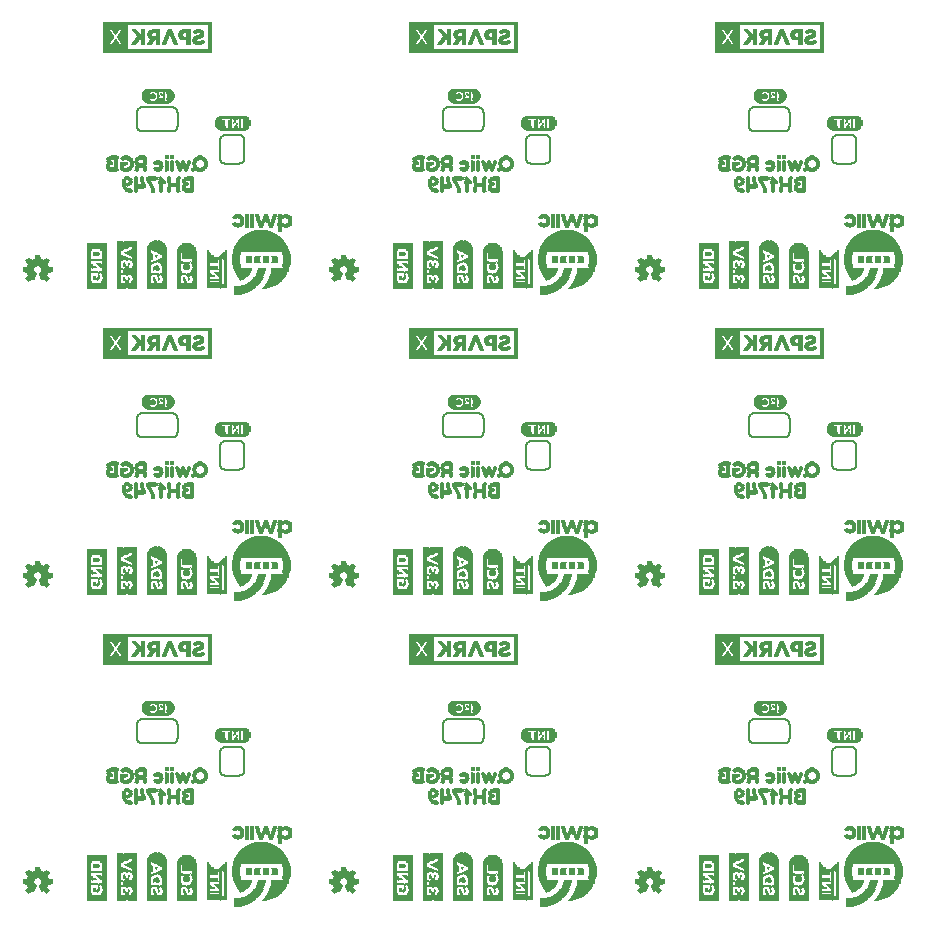
<source format=gbo>
G75*
%MOIN*%
%OFA0B0*%
%FSLAX25Y25*%
%IPPOS*%
%LPD*%
%AMOC8*
5,1,8,0,0,1.08239X$1,22.5*
%
%ADD10C,0.00600*%
%ADD11C,0.00039*%
%ADD12C,0.00299*%
%ADD13R,0.00157X0.15276*%
%ADD14R,0.00157X0.03307*%
%ADD15R,0.00157X0.11024*%
%ADD16R,0.00157X0.02992*%
%ADD17R,0.00157X0.01260*%
%ADD18R,0.00157X0.01890*%
%ADD19R,0.00157X0.00630*%
%ADD20R,0.00157X0.02677*%
%ADD21R,0.00157X0.00787*%
%ADD22R,0.00157X0.01575*%
%ADD23R,0.00157X0.00472*%
%ADD24R,0.00157X0.02520*%
%ADD25R,0.00157X0.01417*%
%ADD26R,0.00157X0.02205*%
%ADD27R,0.00157X0.02362*%
%ADD28R,0.00157X0.02047*%
%ADD29R,0.00157X0.01102*%
%ADD30R,0.00157X0.00945*%
%ADD31R,0.00157X0.02835*%
%ADD32R,0.00157X0.01732*%
%ADD33R,0.00157X0.00157*%
%ADD34R,0.00157X0.00315*%
%ADD35R,0.00157X0.03150*%
%ADD36R,0.00157X0.15906*%
%ADD37R,0.00157X0.03937*%
%ADD38R,0.00157X0.07402*%
%ADD39R,0.00157X0.03622*%
%ADD40R,0.00157X0.03465*%
%ADD41R,0.00157X0.13858*%
%ADD42R,0.00157X0.14331*%
%ADD43R,0.00157X0.14646*%
%ADD44R,0.00157X0.14961*%
%ADD45R,0.00157X0.15118*%
%ADD46R,0.00157X0.15433*%
%ADD47R,0.00157X0.11969*%
%ADD48R,0.00157X0.04567*%
%ADD49R,0.00157X0.04409*%
%ADD50R,0.00157X0.04252*%
%ADD51R,0.00157X0.04094*%
%ADD52R,0.00157X0.03780*%
%ADD53R,0.00157X0.12913*%
%ADD54R,0.00157X0.13386*%
%ADD55R,0.00157X0.13701*%
%ADD56R,0.00157X0.14016*%
%ADD57R,0.00157X0.14173*%
%ADD58R,0.00157X0.14488*%
%ADD59R,0.00157X0.07087*%
%ADD60R,0.00157X0.04882*%
%ADD61R,0.00157X0.05039*%
%ADD62R,0.00157X0.05197*%
%ADD63R,0.00472X0.00079*%
%ADD64R,0.01339X0.00079*%
%ADD65R,0.01260X0.00079*%
%ADD66R,0.00551X0.00079*%
%ADD67R,0.01102X0.00079*%
%ADD68R,0.01417X0.00079*%
%ADD69R,0.01654X0.00079*%
%ADD70R,0.01496X0.00079*%
%ADD71R,0.01890X0.00079*%
%ADD72R,0.02126X0.00079*%
%ADD73R,0.02205X0.00079*%
%ADD74R,0.01575X0.00079*%
%ADD75R,0.02520X0.00079*%
%ADD76R,0.02441X0.00079*%
%ADD77R,0.02756X0.00079*%
%ADD78R,0.02598X0.00079*%
%ADD79R,0.02913X0.00079*%
%ADD80R,0.04252X0.00079*%
%ADD81R,0.03150X0.00079*%
%ADD82R,0.04331X0.00079*%
%ADD83R,0.01732X0.00079*%
%ADD84R,0.03307X0.00079*%
%ADD85R,0.04409X0.00079*%
%ADD86R,0.01811X0.00079*%
%ADD87R,0.03386X0.00079*%
%ADD88R,0.03543X0.00079*%
%ADD89R,0.04488X0.00079*%
%ADD90R,0.03622X0.00079*%
%ADD91R,0.04567X0.00079*%
%ADD92R,0.03780X0.00079*%
%ADD93R,0.01969X0.00079*%
%ADD94R,0.02047X0.00079*%
%ADD95R,0.03701X0.00079*%
%ADD96R,0.01024X0.00079*%
%ADD97R,0.00709X0.00079*%
%ADD98R,0.02283X0.00079*%
%ADD99R,0.00236X0.00079*%
%ADD100R,0.02362X0.00079*%
%ADD101R,0.01181X0.00079*%
%ADD102R,0.00157X0.00079*%
%ADD103R,0.00394X0.00079*%
%ADD104R,0.00630X0.00079*%
%ADD105R,0.00866X0.00079*%
%ADD106R,0.03858X0.00079*%
%ADD107R,0.03465X0.00079*%
%ADD108R,0.02992X0.00079*%
%ADD109R,0.04173X0.00079*%
%ADD110R,0.02835X0.00079*%
%ADD111R,0.03228X0.00079*%
%ADD112R,0.04646X0.00079*%
%ADD113R,0.05276X0.00079*%
%ADD114R,0.05748X0.00079*%
%ADD115R,0.06299X0.00079*%
%ADD116R,0.06693X0.00079*%
%ADD117R,0.07165X0.00079*%
%ADD118R,0.07480X0.00079*%
%ADD119R,0.07795X0.00079*%
%ADD120R,0.08268X0.00079*%
%ADD121R,0.08504X0.00079*%
%ADD122R,0.08898X0.00079*%
%ADD123R,0.09213X0.00079*%
%ADD124R,0.09449X0.00079*%
%ADD125R,0.09764X0.00079*%
%ADD126R,0.10000X0.00079*%
%ADD127R,0.10236X0.00079*%
%ADD128R,0.10551X0.00079*%
%ADD129R,0.10709X0.00079*%
%ADD130R,0.11024X0.00079*%
%ADD131R,0.11181X0.00079*%
%ADD132R,0.11417X0.00079*%
%ADD133R,0.11654X0.00079*%
%ADD134R,0.11811X0.00079*%
%ADD135R,0.12047X0.00079*%
%ADD136R,0.12283X0.00079*%
%ADD137R,0.12441X0.00079*%
%ADD138R,0.12598X0.00079*%
%ADD139R,0.12835X0.00079*%
%ADD140R,0.12992X0.00079*%
%ADD141R,0.13150X0.00079*%
%ADD142R,0.13307X0.00079*%
%ADD143R,0.13465X0.00079*%
%ADD144R,0.13622X0.00079*%
%ADD145R,0.13858X0.00079*%
%ADD146R,0.13937X0.00079*%
%ADD147R,0.14094X0.00079*%
%ADD148R,0.14252X0.00079*%
%ADD149R,0.14409X0.00079*%
%ADD150R,0.14567X0.00079*%
%ADD151R,0.14724X0.00079*%
%ADD152R,0.14882X0.00079*%
%ADD153R,0.14961X0.00079*%
%ADD154R,0.15118X0.00079*%
%ADD155R,0.15197X0.00079*%
%ADD156R,0.15354X0.00079*%
%ADD157R,0.15512X0.00079*%
%ADD158R,0.15591X0.00079*%
%ADD159R,0.15669X0.00079*%
%ADD160R,0.15827X0.00079*%
%ADD161R,0.15984X0.00079*%
%ADD162R,0.16063X0.00079*%
%ADD163R,0.16142X0.00079*%
%ADD164R,0.16220X0.00079*%
%ADD165R,0.16378X0.00079*%
%ADD166R,0.16457X0.00079*%
%ADD167R,0.16535X0.00079*%
%ADD168R,0.16693X0.00079*%
%ADD169R,0.16772X0.00079*%
%ADD170R,0.16850X0.00079*%
%ADD171R,0.16929X0.00079*%
%ADD172R,0.17008X0.00079*%
%ADD173R,0.17087X0.00079*%
%ADD174R,0.17244X0.00079*%
%ADD175R,0.17323X0.00079*%
%ADD176R,0.17480X0.00079*%
%ADD177R,0.17559X0.00079*%
%ADD178R,0.17717X0.00079*%
%ADD179R,0.17795X0.00079*%
%ADD180R,0.17874X0.00079*%
%ADD181R,0.17953X0.00079*%
%ADD182R,0.18031X0.00079*%
%ADD183R,0.18110X0.00079*%
%ADD184R,0.18189X0.00079*%
%ADD185R,0.18268X0.00079*%
%ADD186R,0.18346X0.00079*%
%ADD187R,0.18425X0.00079*%
%ADD188R,0.18504X0.00079*%
%ADD189R,0.18583X0.00079*%
%ADD190R,0.18661X0.00079*%
%ADD191R,0.02677X0.00079*%
%ADD192R,0.05827X0.00079*%
%ADD193R,0.06220X0.00079*%
%ADD194R,0.06142X0.00079*%
%ADD195R,0.06063X0.00079*%
%ADD196R,0.05984X0.00079*%
%ADD197R,0.05906X0.00079*%
%ADD198R,0.05669X0.00079*%
%ADD199R,0.05512X0.00079*%
%ADD200R,0.05591X0.00079*%
%ADD201R,0.05433X0.00079*%
%ADD202R,0.05354X0.00079*%
%ADD203R,0.05197X0.00079*%
%ADD204R,0.05118X0.00079*%
%ADD205R,0.04961X0.00079*%
%ADD206R,0.04803X0.00079*%
%ADD207R,0.04724X0.00079*%
%ADD208R,0.04094X0.00079*%
%ADD209R,0.04016X0.00079*%
%ADD210R,0.03937X0.00079*%
%ADD211R,0.05039X0.00079*%
%ADD212R,0.03071X0.00079*%
%ADD213R,0.04882X0.00079*%
%ADD214R,0.00079X0.00079*%
%ADD215R,0.07244X0.00079*%
%ADD216R,0.07087X0.00079*%
%ADD217R,0.07008X0.00079*%
%ADD218R,0.06929X0.00079*%
%ADD219R,0.06850X0.00079*%
%ADD220R,0.06614X0.00079*%
%ADD221R,0.06535X0.00079*%
%ADD222R,0.06378X0.00079*%
%ADD223R,0.00157X0.12756*%
%ADD224R,0.00157X0.12598*%
%ADD225R,0.00157X0.12441*%
%ADD226R,0.00157X0.12283*%
%ADD227R,0.00157X0.11181*%
%ADD228R,0.00157X0.10866*%
%ADD229R,0.00157X0.10709*%
%ADD230R,0.00157X0.12126*%
%ADD231R,0.07205X0.00118*%
%ADD232R,0.07913X0.00118*%
%ADD233R,0.08386X0.00079*%
%ADD234R,0.08858X0.00157*%
%ADD235R,0.09094X0.00118*%
%ADD236R,0.09331X0.00118*%
%ADD237R,0.09567X0.00079*%
%ADD238R,0.03661X0.00118*%
%ADD239R,0.02126X0.00118*%
%ADD240R,0.02953X0.00118*%
%ADD241R,0.02244X0.00157*%
%ADD242R,0.00591X0.00157*%
%ADD243R,0.01535X0.00157*%
%ADD244R,0.02598X0.00157*%
%ADD245R,0.02244X0.00118*%
%ADD246R,0.00472X0.00118*%
%ADD247R,0.01181X0.00118*%
%ADD248R,0.02362X0.00118*%
%ADD249R,0.00945X0.00118*%
%ADD250R,0.00354X0.00118*%
%ADD251R,0.00827X0.00118*%
%ADD252R,0.02480X0.00157*%
%ADD253R,0.00354X0.00157*%
%ADD254R,0.00236X0.00157*%
%ADD255R,0.02480X0.00118*%
%ADD256R,0.02598X0.00118*%
%ADD257R,0.01063X0.00118*%
%ADD258R,0.02835X0.00118*%
%ADD259R,0.00472X0.00157*%
%ADD260R,0.04252X0.00157*%
%ADD261R,0.04370X0.00118*%
%ADD262R,0.00591X0.00118*%
%ADD263R,0.04488X0.00118*%
%ADD264R,0.00709X0.00157*%
%ADD265R,0.04488X0.00157*%
%ADD266R,0.00236X0.00118*%
%ADD267R,0.00118X0.00118*%
%ADD268R,0.00118X0.00157*%
%ADD269R,0.04370X0.00157*%
%ADD270R,0.04252X0.00118*%
%ADD271R,0.02717X0.00118*%
%ADD272R,0.03071X0.00157*%
%ADD273R,0.03425X0.00118*%
%ADD274R,0.09567X0.00118*%
%ADD275R,0.08858X0.00118*%
%ADD276R,0.08386X0.00118*%
%ADD277R,0.02165X0.00197*%
%ADD278R,0.00394X0.00197*%
%ADD279R,0.00197X0.00197*%
%ADD280R,0.02756X0.00197*%
%ADD281R,0.01181X0.00197*%
%ADD282R,0.03150X0.00197*%
%ADD283R,0.03740X0.00197*%
%ADD284R,0.01969X0.00197*%
%ADD285R,0.03346X0.00197*%
%ADD286R,0.01378X0.00197*%
%ADD287R,0.02559X0.00197*%
%ADD288R,0.03543X0.00197*%
%ADD289R,0.01575X0.00197*%
%ADD290R,0.02953X0.00197*%
%ADD291R,0.01772X0.00197*%
%ADD292R,0.03937X0.00197*%
%ADD293R,0.02362X0.00197*%
%ADD294R,0.04331X0.00197*%
%ADD295R,0.01181X0.00236*%
%ADD296R,0.01969X0.00236*%
%ADD297R,0.04331X0.00236*%
%ADD298R,0.01378X0.00236*%
%ADD299R,0.01575X0.00236*%
%ADD300R,0.03937X0.00236*%
%ADD301R,0.02756X0.00236*%
%ADD302R,0.04134X0.00236*%
%ADD303R,0.02559X0.00236*%
%ADD304R,0.03346X0.00236*%
%ADD305R,0.02165X0.00236*%
%ADD306R,0.00984X0.00197*%
%ADD307R,0.10039X0.00157*%
%ADD308R,0.10276X0.00118*%
%ADD309R,0.10512X0.00118*%
%ADD310R,0.10748X0.00079*%
%ADD311R,0.10984X0.00118*%
%ADD312R,0.01417X0.00157*%
%ADD313R,0.02126X0.00157*%
%ADD314R,0.02008X0.00118*%
%ADD315R,0.02362X0.00157*%
%ADD316R,0.00945X0.00157*%
%ADD317R,0.01417X0.00118*%
%ADD318R,0.00709X0.00118*%
%ADD319R,0.03543X0.00118*%
%ADD320R,0.03543X0.00157*%
%ADD321R,0.00827X0.00157*%
%ADD322R,0.03425X0.00157*%
%ADD323R,0.03307X0.00118*%
%ADD324R,0.03189X0.00118*%
%ADD325R,0.01181X0.00157*%
%ADD326R,0.03189X0.00157*%
%ADD327R,0.01654X0.00118*%
%ADD328R,0.10748X0.00118*%
%ADD329R,0.10039X0.00118*%
%ADD330R,0.00787X0.00197*%
%ADD331R,0.04134X0.00197*%
%ADD332R,0.04528X0.00197*%
%ADD333R,0.04724X0.00236*%
%ADD334R,0.00394X0.00236*%
%ADD335R,0.03740X0.00236*%
%ADD336R,0.04724X0.00197*%
%ADD337R,0.01772X0.00236*%
%ADD338R,0.00984X0.00236*%
%ADD339R,0.05118X0.00197*%
%ADD340R,0.04921X0.00197*%
%ADD341R,0.02953X0.00236*%
%ADD342R,0.03543X0.00236*%
%ADD343R,0.00591X0.00197*%
D10*
X0073750Y0089750D02*
X0083750Y0089750D01*
X0083833Y0089752D01*
X0083916Y0089758D01*
X0083999Y0089767D01*
X0084081Y0089781D01*
X0084162Y0089798D01*
X0084243Y0089819D01*
X0084322Y0089843D01*
X0084400Y0089872D01*
X0084477Y0089903D01*
X0084552Y0089939D01*
X0084626Y0089977D01*
X0084698Y0090020D01*
X0084767Y0090065D01*
X0084835Y0090114D01*
X0084900Y0090165D01*
X0084963Y0090220D01*
X0085023Y0090277D01*
X0085080Y0090337D01*
X0085135Y0090400D01*
X0085186Y0090465D01*
X0085235Y0090533D01*
X0085280Y0090602D01*
X0085323Y0090674D01*
X0085361Y0090748D01*
X0085397Y0090823D01*
X0085428Y0090900D01*
X0085457Y0090978D01*
X0085481Y0091057D01*
X0085502Y0091138D01*
X0085519Y0091219D01*
X0085533Y0091301D01*
X0085542Y0091384D01*
X0085548Y0091467D01*
X0085550Y0091550D01*
X0085550Y0095950D01*
X0085548Y0096033D01*
X0085542Y0096116D01*
X0085533Y0096199D01*
X0085519Y0096281D01*
X0085502Y0096362D01*
X0085481Y0096443D01*
X0085457Y0096522D01*
X0085428Y0096600D01*
X0085397Y0096677D01*
X0085361Y0096752D01*
X0085323Y0096826D01*
X0085280Y0096898D01*
X0085235Y0096967D01*
X0085186Y0097035D01*
X0085135Y0097100D01*
X0085080Y0097163D01*
X0085023Y0097223D01*
X0084963Y0097280D01*
X0084900Y0097335D01*
X0084835Y0097386D01*
X0084767Y0097435D01*
X0084698Y0097480D01*
X0084626Y0097523D01*
X0084552Y0097561D01*
X0084477Y0097597D01*
X0084400Y0097628D01*
X0084322Y0097657D01*
X0084243Y0097681D01*
X0084162Y0097702D01*
X0084081Y0097719D01*
X0083999Y0097733D01*
X0083916Y0097742D01*
X0083833Y0097748D01*
X0083750Y0097750D01*
X0073750Y0097750D01*
X0073667Y0097748D01*
X0073584Y0097742D01*
X0073501Y0097733D01*
X0073419Y0097719D01*
X0073338Y0097702D01*
X0073257Y0097681D01*
X0073178Y0097657D01*
X0073100Y0097628D01*
X0073023Y0097597D01*
X0072948Y0097561D01*
X0072874Y0097523D01*
X0072802Y0097480D01*
X0072733Y0097435D01*
X0072665Y0097386D01*
X0072600Y0097335D01*
X0072537Y0097280D01*
X0072477Y0097223D01*
X0072420Y0097163D01*
X0072365Y0097100D01*
X0072314Y0097035D01*
X0072265Y0096967D01*
X0072220Y0096898D01*
X0072177Y0096826D01*
X0072139Y0096752D01*
X0072103Y0096677D01*
X0072072Y0096600D01*
X0072043Y0096522D01*
X0072019Y0096443D01*
X0071998Y0096362D01*
X0071981Y0096281D01*
X0071967Y0096199D01*
X0071958Y0096116D01*
X0071952Y0096033D01*
X0071950Y0095950D01*
X0071950Y0091550D01*
X0071952Y0091467D01*
X0071958Y0091384D01*
X0071967Y0091301D01*
X0071981Y0091219D01*
X0071998Y0091138D01*
X0072019Y0091057D01*
X0072043Y0090978D01*
X0072072Y0090900D01*
X0072103Y0090823D01*
X0072139Y0090748D01*
X0072177Y0090674D01*
X0072220Y0090602D01*
X0072265Y0090533D01*
X0072314Y0090465D01*
X0072365Y0090400D01*
X0072420Y0090337D01*
X0072477Y0090277D01*
X0072537Y0090220D01*
X0072600Y0090165D01*
X0072665Y0090114D01*
X0072733Y0090065D01*
X0072802Y0090020D01*
X0072874Y0089977D01*
X0072948Y0089939D01*
X0073023Y0089903D01*
X0073100Y0089872D01*
X0073178Y0089843D01*
X0073257Y0089819D01*
X0073338Y0089798D01*
X0073419Y0089781D01*
X0073501Y0089767D01*
X0073584Y0089758D01*
X0073667Y0089752D01*
X0073750Y0089750D01*
X0099750Y0086750D02*
X0099750Y0080750D01*
X0099752Y0080667D01*
X0099758Y0080584D01*
X0099767Y0080501D01*
X0099781Y0080419D01*
X0099798Y0080338D01*
X0099819Y0080257D01*
X0099843Y0080178D01*
X0099872Y0080100D01*
X0099903Y0080023D01*
X0099939Y0079948D01*
X0099977Y0079874D01*
X0100020Y0079802D01*
X0100065Y0079733D01*
X0100114Y0079665D01*
X0100165Y0079600D01*
X0100220Y0079537D01*
X0100277Y0079477D01*
X0100337Y0079420D01*
X0100400Y0079365D01*
X0100465Y0079314D01*
X0100533Y0079265D01*
X0100602Y0079220D01*
X0100674Y0079177D01*
X0100748Y0079139D01*
X0100823Y0079103D01*
X0100900Y0079072D01*
X0100978Y0079043D01*
X0101057Y0079019D01*
X0101138Y0078998D01*
X0101219Y0078981D01*
X0101301Y0078967D01*
X0101384Y0078958D01*
X0101467Y0078952D01*
X0101550Y0078950D01*
X0105950Y0078950D01*
X0106033Y0078952D01*
X0106116Y0078958D01*
X0106199Y0078967D01*
X0106281Y0078981D01*
X0106362Y0078998D01*
X0106443Y0079019D01*
X0106522Y0079043D01*
X0106600Y0079072D01*
X0106677Y0079103D01*
X0106752Y0079139D01*
X0106826Y0079177D01*
X0106898Y0079220D01*
X0106967Y0079265D01*
X0107035Y0079314D01*
X0107100Y0079365D01*
X0107163Y0079420D01*
X0107223Y0079477D01*
X0107280Y0079537D01*
X0107335Y0079600D01*
X0107386Y0079665D01*
X0107435Y0079733D01*
X0107480Y0079802D01*
X0107523Y0079874D01*
X0107561Y0079948D01*
X0107597Y0080023D01*
X0107628Y0080100D01*
X0107657Y0080178D01*
X0107681Y0080257D01*
X0107702Y0080338D01*
X0107719Y0080419D01*
X0107733Y0080501D01*
X0107742Y0080584D01*
X0107748Y0080667D01*
X0107750Y0080750D01*
X0107750Y0086750D01*
X0107748Y0086833D01*
X0107742Y0086916D01*
X0107733Y0086999D01*
X0107719Y0087081D01*
X0107702Y0087162D01*
X0107681Y0087243D01*
X0107657Y0087322D01*
X0107628Y0087400D01*
X0107597Y0087477D01*
X0107561Y0087552D01*
X0107523Y0087626D01*
X0107480Y0087698D01*
X0107435Y0087767D01*
X0107386Y0087835D01*
X0107335Y0087900D01*
X0107280Y0087963D01*
X0107223Y0088023D01*
X0107163Y0088080D01*
X0107100Y0088135D01*
X0107035Y0088186D01*
X0106967Y0088235D01*
X0106898Y0088280D01*
X0106826Y0088323D01*
X0106752Y0088361D01*
X0106677Y0088397D01*
X0106600Y0088428D01*
X0106522Y0088457D01*
X0106443Y0088481D01*
X0106362Y0088502D01*
X0106281Y0088519D01*
X0106199Y0088533D01*
X0106116Y0088542D01*
X0106033Y0088548D01*
X0105950Y0088550D01*
X0101550Y0088550D01*
X0101467Y0088548D01*
X0101384Y0088542D01*
X0101301Y0088533D01*
X0101219Y0088519D01*
X0101138Y0088502D01*
X0101057Y0088481D01*
X0100978Y0088457D01*
X0100900Y0088428D01*
X0100823Y0088397D01*
X0100748Y0088361D01*
X0100674Y0088323D01*
X0100602Y0088280D01*
X0100533Y0088235D01*
X0100465Y0088186D01*
X0100400Y0088135D01*
X0100337Y0088080D01*
X0100277Y0088023D01*
X0100220Y0087963D01*
X0100165Y0087900D01*
X0100114Y0087835D01*
X0100065Y0087767D01*
X0100020Y0087698D01*
X0099977Y0087626D01*
X0099939Y0087552D01*
X0099903Y0087477D01*
X0099872Y0087400D01*
X0099843Y0087322D01*
X0099819Y0087243D01*
X0099798Y0087162D01*
X0099781Y0087081D01*
X0099767Y0086999D01*
X0099758Y0086916D01*
X0099752Y0086833D01*
X0099750Y0086750D01*
X0173950Y0091550D02*
X0173950Y0095950D01*
X0173952Y0096033D01*
X0173958Y0096116D01*
X0173967Y0096199D01*
X0173981Y0096281D01*
X0173998Y0096362D01*
X0174019Y0096443D01*
X0174043Y0096522D01*
X0174072Y0096600D01*
X0174103Y0096677D01*
X0174139Y0096752D01*
X0174177Y0096826D01*
X0174220Y0096898D01*
X0174265Y0096967D01*
X0174314Y0097035D01*
X0174365Y0097100D01*
X0174420Y0097163D01*
X0174477Y0097223D01*
X0174537Y0097280D01*
X0174600Y0097335D01*
X0174665Y0097386D01*
X0174733Y0097435D01*
X0174802Y0097480D01*
X0174874Y0097523D01*
X0174948Y0097561D01*
X0175023Y0097597D01*
X0175100Y0097628D01*
X0175178Y0097657D01*
X0175257Y0097681D01*
X0175338Y0097702D01*
X0175419Y0097719D01*
X0175501Y0097733D01*
X0175584Y0097742D01*
X0175667Y0097748D01*
X0175750Y0097750D01*
X0185750Y0097750D01*
X0185833Y0097748D01*
X0185916Y0097742D01*
X0185999Y0097733D01*
X0186081Y0097719D01*
X0186162Y0097702D01*
X0186243Y0097681D01*
X0186322Y0097657D01*
X0186400Y0097628D01*
X0186477Y0097597D01*
X0186552Y0097561D01*
X0186626Y0097523D01*
X0186698Y0097480D01*
X0186767Y0097435D01*
X0186835Y0097386D01*
X0186900Y0097335D01*
X0186963Y0097280D01*
X0187023Y0097223D01*
X0187080Y0097163D01*
X0187135Y0097100D01*
X0187186Y0097035D01*
X0187235Y0096967D01*
X0187280Y0096898D01*
X0187323Y0096826D01*
X0187361Y0096752D01*
X0187397Y0096677D01*
X0187428Y0096600D01*
X0187457Y0096522D01*
X0187481Y0096443D01*
X0187502Y0096362D01*
X0187519Y0096281D01*
X0187533Y0096199D01*
X0187542Y0096116D01*
X0187548Y0096033D01*
X0187550Y0095950D01*
X0187550Y0091550D01*
X0187548Y0091467D01*
X0187542Y0091384D01*
X0187533Y0091301D01*
X0187519Y0091219D01*
X0187502Y0091138D01*
X0187481Y0091057D01*
X0187457Y0090978D01*
X0187428Y0090900D01*
X0187397Y0090823D01*
X0187361Y0090748D01*
X0187323Y0090674D01*
X0187280Y0090602D01*
X0187235Y0090533D01*
X0187186Y0090465D01*
X0187135Y0090400D01*
X0187080Y0090337D01*
X0187023Y0090277D01*
X0186963Y0090220D01*
X0186900Y0090165D01*
X0186835Y0090114D01*
X0186767Y0090065D01*
X0186698Y0090020D01*
X0186626Y0089977D01*
X0186552Y0089939D01*
X0186477Y0089903D01*
X0186400Y0089872D01*
X0186322Y0089843D01*
X0186243Y0089819D01*
X0186162Y0089798D01*
X0186081Y0089781D01*
X0185999Y0089767D01*
X0185916Y0089758D01*
X0185833Y0089752D01*
X0185750Y0089750D01*
X0175750Y0089750D01*
X0175667Y0089752D01*
X0175584Y0089758D01*
X0175501Y0089767D01*
X0175419Y0089781D01*
X0175338Y0089798D01*
X0175257Y0089819D01*
X0175178Y0089843D01*
X0175100Y0089872D01*
X0175023Y0089903D01*
X0174948Y0089939D01*
X0174874Y0089977D01*
X0174802Y0090020D01*
X0174733Y0090065D01*
X0174665Y0090114D01*
X0174600Y0090165D01*
X0174537Y0090220D01*
X0174477Y0090277D01*
X0174420Y0090337D01*
X0174365Y0090400D01*
X0174314Y0090465D01*
X0174265Y0090533D01*
X0174220Y0090602D01*
X0174177Y0090674D01*
X0174139Y0090748D01*
X0174103Y0090823D01*
X0174072Y0090900D01*
X0174043Y0090978D01*
X0174019Y0091057D01*
X0173998Y0091138D01*
X0173981Y0091219D01*
X0173967Y0091301D01*
X0173958Y0091384D01*
X0173952Y0091467D01*
X0173950Y0091550D01*
X0201750Y0086750D02*
X0201750Y0080750D01*
X0201752Y0080667D01*
X0201758Y0080584D01*
X0201767Y0080501D01*
X0201781Y0080419D01*
X0201798Y0080338D01*
X0201819Y0080257D01*
X0201843Y0080178D01*
X0201872Y0080100D01*
X0201903Y0080023D01*
X0201939Y0079948D01*
X0201977Y0079874D01*
X0202020Y0079802D01*
X0202065Y0079733D01*
X0202114Y0079665D01*
X0202165Y0079600D01*
X0202220Y0079537D01*
X0202277Y0079477D01*
X0202337Y0079420D01*
X0202400Y0079365D01*
X0202465Y0079314D01*
X0202533Y0079265D01*
X0202602Y0079220D01*
X0202674Y0079177D01*
X0202748Y0079139D01*
X0202823Y0079103D01*
X0202900Y0079072D01*
X0202978Y0079043D01*
X0203057Y0079019D01*
X0203138Y0078998D01*
X0203219Y0078981D01*
X0203301Y0078967D01*
X0203384Y0078958D01*
X0203467Y0078952D01*
X0203550Y0078950D01*
X0207950Y0078950D01*
X0208033Y0078952D01*
X0208116Y0078958D01*
X0208199Y0078967D01*
X0208281Y0078981D01*
X0208362Y0078998D01*
X0208443Y0079019D01*
X0208522Y0079043D01*
X0208600Y0079072D01*
X0208677Y0079103D01*
X0208752Y0079139D01*
X0208826Y0079177D01*
X0208898Y0079220D01*
X0208967Y0079265D01*
X0209035Y0079314D01*
X0209100Y0079365D01*
X0209163Y0079420D01*
X0209223Y0079477D01*
X0209280Y0079537D01*
X0209335Y0079600D01*
X0209386Y0079665D01*
X0209435Y0079733D01*
X0209480Y0079802D01*
X0209523Y0079874D01*
X0209561Y0079948D01*
X0209597Y0080023D01*
X0209628Y0080100D01*
X0209657Y0080178D01*
X0209681Y0080257D01*
X0209702Y0080338D01*
X0209719Y0080419D01*
X0209733Y0080501D01*
X0209742Y0080584D01*
X0209748Y0080667D01*
X0209750Y0080750D01*
X0209750Y0086750D01*
X0209748Y0086833D01*
X0209742Y0086916D01*
X0209733Y0086999D01*
X0209719Y0087081D01*
X0209702Y0087162D01*
X0209681Y0087243D01*
X0209657Y0087322D01*
X0209628Y0087400D01*
X0209597Y0087477D01*
X0209561Y0087552D01*
X0209523Y0087626D01*
X0209480Y0087698D01*
X0209435Y0087767D01*
X0209386Y0087835D01*
X0209335Y0087900D01*
X0209280Y0087963D01*
X0209223Y0088023D01*
X0209163Y0088080D01*
X0209100Y0088135D01*
X0209035Y0088186D01*
X0208967Y0088235D01*
X0208898Y0088280D01*
X0208826Y0088323D01*
X0208752Y0088361D01*
X0208677Y0088397D01*
X0208600Y0088428D01*
X0208522Y0088457D01*
X0208443Y0088481D01*
X0208362Y0088502D01*
X0208281Y0088519D01*
X0208199Y0088533D01*
X0208116Y0088542D01*
X0208033Y0088548D01*
X0207950Y0088550D01*
X0203550Y0088550D01*
X0203467Y0088548D01*
X0203384Y0088542D01*
X0203301Y0088533D01*
X0203219Y0088519D01*
X0203138Y0088502D01*
X0203057Y0088481D01*
X0202978Y0088457D01*
X0202900Y0088428D01*
X0202823Y0088397D01*
X0202748Y0088361D01*
X0202674Y0088323D01*
X0202602Y0088280D01*
X0202533Y0088235D01*
X0202465Y0088186D01*
X0202400Y0088135D01*
X0202337Y0088080D01*
X0202277Y0088023D01*
X0202220Y0087963D01*
X0202165Y0087900D01*
X0202114Y0087835D01*
X0202065Y0087767D01*
X0202020Y0087698D01*
X0201977Y0087626D01*
X0201939Y0087552D01*
X0201903Y0087477D01*
X0201872Y0087400D01*
X0201843Y0087322D01*
X0201819Y0087243D01*
X0201798Y0087162D01*
X0201781Y0087081D01*
X0201767Y0086999D01*
X0201758Y0086916D01*
X0201752Y0086833D01*
X0201750Y0086750D01*
X0275950Y0091550D02*
X0275950Y0095950D01*
X0275952Y0096033D01*
X0275958Y0096116D01*
X0275967Y0096199D01*
X0275981Y0096281D01*
X0275998Y0096362D01*
X0276019Y0096443D01*
X0276043Y0096522D01*
X0276072Y0096600D01*
X0276103Y0096677D01*
X0276139Y0096752D01*
X0276177Y0096826D01*
X0276220Y0096898D01*
X0276265Y0096967D01*
X0276314Y0097035D01*
X0276365Y0097100D01*
X0276420Y0097163D01*
X0276477Y0097223D01*
X0276537Y0097280D01*
X0276600Y0097335D01*
X0276665Y0097386D01*
X0276733Y0097435D01*
X0276802Y0097480D01*
X0276874Y0097523D01*
X0276948Y0097561D01*
X0277023Y0097597D01*
X0277100Y0097628D01*
X0277178Y0097657D01*
X0277257Y0097681D01*
X0277338Y0097702D01*
X0277419Y0097719D01*
X0277501Y0097733D01*
X0277584Y0097742D01*
X0277667Y0097748D01*
X0277750Y0097750D01*
X0287750Y0097750D01*
X0287833Y0097748D01*
X0287916Y0097742D01*
X0287999Y0097733D01*
X0288081Y0097719D01*
X0288162Y0097702D01*
X0288243Y0097681D01*
X0288322Y0097657D01*
X0288400Y0097628D01*
X0288477Y0097597D01*
X0288552Y0097561D01*
X0288626Y0097523D01*
X0288698Y0097480D01*
X0288767Y0097435D01*
X0288835Y0097386D01*
X0288900Y0097335D01*
X0288963Y0097280D01*
X0289023Y0097223D01*
X0289080Y0097163D01*
X0289135Y0097100D01*
X0289186Y0097035D01*
X0289235Y0096967D01*
X0289280Y0096898D01*
X0289323Y0096826D01*
X0289361Y0096752D01*
X0289397Y0096677D01*
X0289428Y0096600D01*
X0289457Y0096522D01*
X0289481Y0096443D01*
X0289502Y0096362D01*
X0289519Y0096281D01*
X0289533Y0096199D01*
X0289542Y0096116D01*
X0289548Y0096033D01*
X0289550Y0095950D01*
X0289550Y0091550D01*
X0289548Y0091467D01*
X0289542Y0091384D01*
X0289533Y0091301D01*
X0289519Y0091219D01*
X0289502Y0091138D01*
X0289481Y0091057D01*
X0289457Y0090978D01*
X0289428Y0090900D01*
X0289397Y0090823D01*
X0289361Y0090748D01*
X0289323Y0090674D01*
X0289280Y0090602D01*
X0289235Y0090533D01*
X0289186Y0090465D01*
X0289135Y0090400D01*
X0289080Y0090337D01*
X0289023Y0090277D01*
X0288963Y0090220D01*
X0288900Y0090165D01*
X0288835Y0090114D01*
X0288767Y0090065D01*
X0288698Y0090020D01*
X0288626Y0089977D01*
X0288552Y0089939D01*
X0288477Y0089903D01*
X0288400Y0089872D01*
X0288322Y0089843D01*
X0288243Y0089819D01*
X0288162Y0089798D01*
X0288081Y0089781D01*
X0287999Y0089767D01*
X0287916Y0089758D01*
X0287833Y0089752D01*
X0287750Y0089750D01*
X0277750Y0089750D01*
X0277667Y0089752D01*
X0277584Y0089758D01*
X0277501Y0089767D01*
X0277419Y0089781D01*
X0277338Y0089798D01*
X0277257Y0089819D01*
X0277178Y0089843D01*
X0277100Y0089872D01*
X0277023Y0089903D01*
X0276948Y0089939D01*
X0276874Y0089977D01*
X0276802Y0090020D01*
X0276733Y0090065D01*
X0276665Y0090114D01*
X0276600Y0090165D01*
X0276537Y0090220D01*
X0276477Y0090277D01*
X0276420Y0090337D01*
X0276365Y0090400D01*
X0276314Y0090465D01*
X0276265Y0090533D01*
X0276220Y0090602D01*
X0276177Y0090674D01*
X0276139Y0090748D01*
X0276103Y0090823D01*
X0276072Y0090900D01*
X0276043Y0090978D01*
X0276019Y0091057D01*
X0275998Y0091138D01*
X0275981Y0091219D01*
X0275967Y0091301D01*
X0275958Y0091384D01*
X0275952Y0091467D01*
X0275950Y0091550D01*
X0303750Y0086750D02*
X0303750Y0080750D01*
X0303752Y0080667D01*
X0303758Y0080584D01*
X0303767Y0080501D01*
X0303781Y0080419D01*
X0303798Y0080338D01*
X0303819Y0080257D01*
X0303843Y0080178D01*
X0303872Y0080100D01*
X0303903Y0080023D01*
X0303939Y0079948D01*
X0303977Y0079874D01*
X0304020Y0079802D01*
X0304065Y0079733D01*
X0304114Y0079665D01*
X0304165Y0079600D01*
X0304220Y0079537D01*
X0304277Y0079477D01*
X0304337Y0079420D01*
X0304400Y0079365D01*
X0304465Y0079314D01*
X0304533Y0079265D01*
X0304602Y0079220D01*
X0304674Y0079177D01*
X0304748Y0079139D01*
X0304823Y0079103D01*
X0304900Y0079072D01*
X0304978Y0079043D01*
X0305057Y0079019D01*
X0305138Y0078998D01*
X0305219Y0078981D01*
X0305301Y0078967D01*
X0305384Y0078958D01*
X0305467Y0078952D01*
X0305550Y0078950D01*
X0309950Y0078950D01*
X0310033Y0078952D01*
X0310116Y0078958D01*
X0310199Y0078967D01*
X0310281Y0078981D01*
X0310362Y0078998D01*
X0310443Y0079019D01*
X0310522Y0079043D01*
X0310600Y0079072D01*
X0310677Y0079103D01*
X0310752Y0079139D01*
X0310826Y0079177D01*
X0310898Y0079220D01*
X0310967Y0079265D01*
X0311035Y0079314D01*
X0311100Y0079365D01*
X0311163Y0079420D01*
X0311223Y0079477D01*
X0311280Y0079537D01*
X0311335Y0079600D01*
X0311386Y0079665D01*
X0311435Y0079733D01*
X0311480Y0079802D01*
X0311523Y0079874D01*
X0311561Y0079948D01*
X0311597Y0080023D01*
X0311628Y0080100D01*
X0311657Y0080178D01*
X0311681Y0080257D01*
X0311702Y0080338D01*
X0311719Y0080419D01*
X0311733Y0080501D01*
X0311742Y0080584D01*
X0311748Y0080667D01*
X0311750Y0080750D01*
X0311750Y0086750D01*
X0311748Y0086833D01*
X0311742Y0086916D01*
X0311733Y0086999D01*
X0311719Y0087081D01*
X0311702Y0087162D01*
X0311681Y0087243D01*
X0311657Y0087322D01*
X0311628Y0087400D01*
X0311597Y0087477D01*
X0311561Y0087552D01*
X0311523Y0087626D01*
X0311480Y0087698D01*
X0311435Y0087767D01*
X0311386Y0087835D01*
X0311335Y0087900D01*
X0311280Y0087963D01*
X0311223Y0088023D01*
X0311163Y0088080D01*
X0311100Y0088135D01*
X0311035Y0088186D01*
X0310967Y0088235D01*
X0310898Y0088280D01*
X0310826Y0088323D01*
X0310752Y0088361D01*
X0310677Y0088397D01*
X0310600Y0088428D01*
X0310522Y0088457D01*
X0310443Y0088481D01*
X0310362Y0088502D01*
X0310281Y0088519D01*
X0310199Y0088533D01*
X0310116Y0088542D01*
X0310033Y0088548D01*
X0309950Y0088550D01*
X0305550Y0088550D01*
X0305467Y0088548D01*
X0305384Y0088542D01*
X0305301Y0088533D01*
X0305219Y0088519D01*
X0305138Y0088502D01*
X0305057Y0088481D01*
X0304978Y0088457D01*
X0304900Y0088428D01*
X0304823Y0088397D01*
X0304748Y0088361D01*
X0304674Y0088323D01*
X0304602Y0088280D01*
X0304533Y0088235D01*
X0304465Y0088186D01*
X0304400Y0088135D01*
X0304337Y0088080D01*
X0304277Y0088023D01*
X0304220Y0087963D01*
X0304165Y0087900D01*
X0304114Y0087835D01*
X0304065Y0087767D01*
X0304020Y0087698D01*
X0303977Y0087626D01*
X0303939Y0087552D01*
X0303903Y0087477D01*
X0303872Y0087400D01*
X0303843Y0087322D01*
X0303819Y0087243D01*
X0303798Y0087162D01*
X0303781Y0087081D01*
X0303767Y0086999D01*
X0303758Y0086916D01*
X0303752Y0086833D01*
X0303750Y0086750D01*
X0305550Y0180950D02*
X0309950Y0180950D01*
X0310033Y0180952D01*
X0310116Y0180958D01*
X0310199Y0180967D01*
X0310281Y0180981D01*
X0310362Y0180998D01*
X0310443Y0181019D01*
X0310522Y0181043D01*
X0310600Y0181072D01*
X0310677Y0181103D01*
X0310752Y0181139D01*
X0310826Y0181177D01*
X0310898Y0181220D01*
X0310967Y0181265D01*
X0311035Y0181314D01*
X0311100Y0181365D01*
X0311163Y0181420D01*
X0311223Y0181477D01*
X0311280Y0181537D01*
X0311335Y0181600D01*
X0311386Y0181665D01*
X0311435Y0181733D01*
X0311480Y0181802D01*
X0311523Y0181874D01*
X0311561Y0181948D01*
X0311597Y0182023D01*
X0311628Y0182100D01*
X0311657Y0182178D01*
X0311681Y0182257D01*
X0311702Y0182338D01*
X0311719Y0182419D01*
X0311733Y0182501D01*
X0311742Y0182584D01*
X0311748Y0182667D01*
X0311750Y0182750D01*
X0311750Y0188750D01*
X0311748Y0188833D01*
X0311742Y0188916D01*
X0311733Y0188999D01*
X0311719Y0189081D01*
X0311702Y0189162D01*
X0311681Y0189243D01*
X0311657Y0189322D01*
X0311628Y0189400D01*
X0311597Y0189477D01*
X0311561Y0189552D01*
X0311523Y0189626D01*
X0311480Y0189698D01*
X0311435Y0189767D01*
X0311386Y0189835D01*
X0311335Y0189900D01*
X0311280Y0189963D01*
X0311223Y0190023D01*
X0311163Y0190080D01*
X0311100Y0190135D01*
X0311035Y0190186D01*
X0310967Y0190235D01*
X0310898Y0190280D01*
X0310826Y0190323D01*
X0310752Y0190361D01*
X0310677Y0190397D01*
X0310600Y0190428D01*
X0310522Y0190457D01*
X0310443Y0190481D01*
X0310362Y0190502D01*
X0310281Y0190519D01*
X0310199Y0190533D01*
X0310116Y0190542D01*
X0310033Y0190548D01*
X0309950Y0190550D01*
X0305550Y0190550D01*
X0305467Y0190548D01*
X0305384Y0190542D01*
X0305301Y0190533D01*
X0305219Y0190519D01*
X0305138Y0190502D01*
X0305057Y0190481D01*
X0304978Y0190457D01*
X0304900Y0190428D01*
X0304823Y0190397D01*
X0304748Y0190361D01*
X0304674Y0190323D01*
X0304602Y0190280D01*
X0304533Y0190235D01*
X0304465Y0190186D01*
X0304400Y0190135D01*
X0304337Y0190080D01*
X0304277Y0190023D01*
X0304220Y0189963D01*
X0304165Y0189900D01*
X0304114Y0189835D01*
X0304065Y0189767D01*
X0304020Y0189698D01*
X0303977Y0189626D01*
X0303939Y0189552D01*
X0303903Y0189477D01*
X0303872Y0189400D01*
X0303843Y0189322D01*
X0303819Y0189243D01*
X0303798Y0189162D01*
X0303781Y0189081D01*
X0303767Y0188999D01*
X0303758Y0188916D01*
X0303752Y0188833D01*
X0303750Y0188750D01*
X0303750Y0182750D01*
X0303752Y0182667D01*
X0303758Y0182584D01*
X0303767Y0182501D01*
X0303781Y0182419D01*
X0303798Y0182338D01*
X0303819Y0182257D01*
X0303843Y0182178D01*
X0303872Y0182100D01*
X0303903Y0182023D01*
X0303939Y0181948D01*
X0303977Y0181874D01*
X0304020Y0181802D01*
X0304065Y0181733D01*
X0304114Y0181665D01*
X0304165Y0181600D01*
X0304220Y0181537D01*
X0304277Y0181477D01*
X0304337Y0181420D01*
X0304400Y0181365D01*
X0304465Y0181314D01*
X0304533Y0181265D01*
X0304602Y0181220D01*
X0304674Y0181177D01*
X0304748Y0181139D01*
X0304823Y0181103D01*
X0304900Y0181072D01*
X0304978Y0181043D01*
X0305057Y0181019D01*
X0305138Y0180998D01*
X0305219Y0180981D01*
X0305301Y0180967D01*
X0305384Y0180958D01*
X0305467Y0180952D01*
X0305550Y0180950D01*
X0289550Y0193550D02*
X0289550Y0197950D01*
X0289548Y0198033D01*
X0289542Y0198116D01*
X0289533Y0198199D01*
X0289519Y0198281D01*
X0289502Y0198362D01*
X0289481Y0198443D01*
X0289457Y0198522D01*
X0289428Y0198600D01*
X0289397Y0198677D01*
X0289361Y0198752D01*
X0289323Y0198826D01*
X0289280Y0198898D01*
X0289235Y0198967D01*
X0289186Y0199035D01*
X0289135Y0199100D01*
X0289080Y0199163D01*
X0289023Y0199223D01*
X0288963Y0199280D01*
X0288900Y0199335D01*
X0288835Y0199386D01*
X0288767Y0199435D01*
X0288698Y0199480D01*
X0288626Y0199523D01*
X0288552Y0199561D01*
X0288477Y0199597D01*
X0288400Y0199628D01*
X0288322Y0199657D01*
X0288243Y0199681D01*
X0288162Y0199702D01*
X0288081Y0199719D01*
X0287999Y0199733D01*
X0287916Y0199742D01*
X0287833Y0199748D01*
X0287750Y0199750D01*
X0277750Y0199750D01*
X0277667Y0199748D01*
X0277584Y0199742D01*
X0277501Y0199733D01*
X0277419Y0199719D01*
X0277338Y0199702D01*
X0277257Y0199681D01*
X0277178Y0199657D01*
X0277100Y0199628D01*
X0277023Y0199597D01*
X0276948Y0199561D01*
X0276874Y0199523D01*
X0276802Y0199480D01*
X0276733Y0199435D01*
X0276665Y0199386D01*
X0276600Y0199335D01*
X0276537Y0199280D01*
X0276477Y0199223D01*
X0276420Y0199163D01*
X0276365Y0199100D01*
X0276314Y0199035D01*
X0276265Y0198967D01*
X0276220Y0198898D01*
X0276177Y0198826D01*
X0276139Y0198752D01*
X0276103Y0198677D01*
X0276072Y0198600D01*
X0276043Y0198522D01*
X0276019Y0198443D01*
X0275998Y0198362D01*
X0275981Y0198281D01*
X0275967Y0198199D01*
X0275958Y0198116D01*
X0275952Y0198033D01*
X0275950Y0197950D01*
X0275950Y0193550D01*
X0275952Y0193467D01*
X0275958Y0193384D01*
X0275967Y0193301D01*
X0275981Y0193219D01*
X0275998Y0193138D01*
X0276019Y0193057D01*
X0276043Y0192978D01*
X0276072Y0192900D01*
X0276103Y0192823D01*
X0276139Y0192748D01*
X0276177Y0192674D01*
X0276220Y0192602D01*
X0276265Y0192533D01*
X0276314Y0192465D01*
X0276365Y0192400D01*
X0276420Y0192337D01*
X0276477Y0192277D01*
X0276537Y0192220D01*
X0276600Y0192165D01*
X0276665Y0192114D01*
X0276733Y0192065D01*
X0276802Y0192020D01*
X0276874Y0191977D01*
X0276948Y0191939D01*
X0277023Y0191903D01*
X0277100Y0191872D01*
X0277178Y0191843D01*
X0277257Y0191819D01*
X0277338Y0191798D01*
X0277419Y0191781D01*
X0277501Y0191767D01*
X0277584Y0191758D01*
X0277667Y0191752D01*
X0277750Y0191750D01*
X0287750Y0191750D01*
X0287833Y0191752D01*
X0287916Y0191758D01*
X0287999Y0191767D01*
X0288081Y0191781D01*
X0288162Y0191798D01*
X0288243Y0191819D01*
X0288322Y0191843D01*
X0288400Y0191872D01*
X0288477Y0191903D01*
X0288552Y0191939D01*
X0288626Y0191977D01*
X0288698Y0192020D01*
X0288767Y0192065D01*
X0288835Y0192114D01*
X0288900Y0192165D01*
X0288963Y0192220D01*
X0289023Y0192277D01*
X0289080Y0192337D01*
X0289135Y0192400D01*
X0289186Y0192465D01*
X0289235Y0192533D01*
X0289280Y0192602D01*
X0289323Y0192674D01*
X0289361Y0192748D01*
X0289397Y0192823D01*
X0289428Y0192900D01*
X0289457Y0192978D01*
X0289481Y0193057D01*
X0289502Y0193138D01*
X0289519Y0193219D01*
X0289533Y0193301D01*
X0289542Y0193384D01*
X0289548Y0193467D01*
X0289550Y0193550D01*
X0209750Y0188750D02*
X0209750Y0182750D01*
X0209748Y0182667D01*
X0209742Y0182584D01*
X0209733Y0182501D01*
X0209719Y0182419D01*
X0209702Y0182338D01*
X0209681Y0182257D01*
X0209657Y0182178D01*
X0209628Y0182100D01*
X0209597Y0182023D01*
X0209561Y0181948D01*
X0209523Y0181874D01*
X0209480Y0181802D01*
X0209435Y0181733D01*
X0209386Y0181665D01*
X0209335Y0181600D01*
X0209280Y0181537D01*
X0209223Y0181477D01*
X0209163Y0181420D01*
X0209100Y0181365D01*
X0209035Y0181314D01*
X0208967Y0181265D01*
X0208898Y0181220D01*
X0208826Y0181177D01*
X0208752Y0181139D01*
X0208677Y0181103D01*
X0208600Y0181072D01*
X0208522Y0181043D01*
X0208443Y0181019D01*
X0208362Y0180998D01*
X0208281Y0180981D01*
X0208199Y0180967D01*
X0208116Y0180958D01*
X0208033Y0180952D01*
X0207950Y0180950D01*
X0203550Y0180950D01*
X0203467Y0180952D01*
X0203384Y0180958D01*
X0203301Y0180967D01*
X0203219Y0180981D01*
X0203138Y0180998D01*
X0203057Y0181019D01*
X0202978Y0181043D01*
X0202900Y0181072D01*
X0202823Y0181103D01*
X0202748Y0181139D01*
X0202674Y0181177D01*
X0202602Y0181220D01*
X0202533Y0181265D01*
X0202465Y0181314D01*
X0202400Y0181365D01*
X0202337Y0181420D01*
X0202277Y0181477D01*
X0202220Y0181537D01*
X0202165Y0181600D01*
X0202114Y0181665D01*
X0202065Y0181733D01*
X0202020Y0181802D01*
X0201977Y0181874D01*
X0201939Y0181948D01*
X0201903Y0182023D01*
X0201872Y0182100D01*
X0201843Y0182178D01*
X0201819Y0182257D01*
X0201798Y0182338D01*
X0201781Y0182419D01*
X0201767Y0182501D01*
X0201758Y0182584D01*
X0201752Y0182667D01*
X0201750Y0182750D01*
X0201750Y0188750D01*
X0201752Y0188833D01*
X0201758Y0188916D01*
X0201767Y0188999D01*
X0201781Y0189081D01*
X0201798Y0189162D01*
X0201819Y0189243D01*
X0201843Y0189322D01*
X0201872Y0189400D01*
X0201903Y0189477D01*
X0201939Y0189552D01*
X0201977Y0189626D01*
X0202020Y0189698D01*
X0202065Y0189767D01*
X0202114Y0189835D01*
X0202165Y0189900D01*
X0202220Y0189963D01*
X0202277Y0190023D01*
X0202337Y0190080D01*
X0202400Y0190135D01*
X0202465Y0190186D01*
X0202533Y0190235D01*
X0202602Y0190280D01*
X0202674Y0190323D01*
X0202748Y0190361D01*
X0202823Y0190397D01*
X0202900Y0190428D01*
X0202978Y0190457D01*
X0203057Y0190481D01*
X0203138Y0190502D01*
X0203219Y0190519D01*
X0203301Y0190533D01*
X0203384Y0190542D01*
X0203467Y0190548D01*
X0203550Y0190550D01*
X0207950Y0190550D01*
X0208033Y0190548D01*
X0208116Y0190542D01*
X0208199Y0190533D01*
X0208281Y0190519D01*
X0208362Y0190502D01*
X0208443Y0190481D01*
X0208522Y0190457D01*
X0208600Y0190428D01*
X0208677Y0190397D01*
X0208752Y0190361D01*
X0208826Y0190323D01*
X0208898Y0190280D01*
X0208967Y0190235D01*
X0209035Y0190186D01*
X0209100Y0190135D01*
X0209163Y0190080D01*
X0209223Y0190023D01*
X0209280Y0189963D01*
X0209335Y0189900D01*
X0209386Y0189835D01*
X0209435Y0189767D01*
X0209480Y0189698D01*
X0209523Y0189626D01*
X0209561Y0189552D01*
X0209597Y0189477D01*
X0209628Y0189400D01*
X0209657Y0189322D01*
X0209681Y0189243D01*
X0209702Y0189162D01*
X0209719Y0189081D01*
X0209733Y0188999D01*
X0209742Y0188916D01*
X0209748Y0188833D01*
X0209750Y0188750D01*
X0187550Y0193550D02*
X0187550Y0197950D01*
X0187548Y0198033D01*
X0187542Y0198116D01*
X0187533Y0198199D01*
X0187519Y0198281D01*
X0187502Y0198362D01*
X0187481Y0198443D01*
X0187457Y0198522D01*
X0187428Y0198600D01*
X0187397Y0198677D01*
X0187361Y0198752D01*
X0187323Y0198826D01*
X0187280Y0198898D01*
X0187235Y0198967D01*
X0187186Y0199035D01*
X0187135Y0199100D01*
X0187080Y0199163D01*
X0187023Y0199223D01*
X0186963Y0199280D01*
X0186900Y0199335D01*
X0186835Y0199386D01*
X0186767Y0199435D01*
X0186698Y0199480D01*
X0186626Y0199523D01*
X0186552Y0199561D01*
X0186477Y0199597D01*
X0186400Y0199628D01*
X0186322Y0199657D01*
X0186243Y0199681D01*
X0186162Y0199702D01*
X0186081Y0199719D01*
X0185999Y0199733D01*
X0185916Y0199742D01*
X0185833Y0199748D01*
X0185750Y0199750D01*
X0175750Y0199750D01*
X0175667Y0199748D01*
X0175584Y0199742D01*
X0175501Y0199733D01*
X0175419Y0199719D01*
X0175338Y0199702D01*
X0175257Y0199681D01*
X0175178Y0199657D01*
X0175100Y0199628D01*
X0175023Y0199597D01*
X0174948Y0199561D01*
X0174874Y0199523D01*
X0174802Y0199480D01*
X0174733Y0199435D01*
X0174665Y0199386D01*
X0174600Y0199335D01*
X0174537Y0199280D01*
X0174477Y0199223D01*
X0174420Y0199163D01*
X0174365Y0199100D01*
X0174314Y0199035D01*
X0174265Y0198967D01*
X0174220Y0198898D01*
X0174177Y0198826D01*
X0174139Y0198752D01*
X0174103Y0198677D01*
X0174072Y0198600D01*
X0174043Y0198522D01*
X0174019Y0198443D01*
X0173998Y0198362D01*
X0173981Y0198281D01*
X0173967Y0198199D01*
X0173958Y0198116D01*
X0173952Y0198033D01*
X0173950Y0197950D01*
X0173950Y0193550D01*
X0173952Y0193467D01*
X0173958Y0193384D01*
X0173967Y0193301D01*
X0173981Y0193219D01*
X0173998Y0193138D01*
X0174019Y0193057D01*
X0174043Y0192978D01*
X0174072Y0192900D01*
X0174103Y0192823D01*
X0174139Y0192748D01*
X0174177Y0192674D01*
X0174220Y0192602D01*
X0174265Y0192533D01*
X0174314Y0192465D01*
X0174365Y0192400D01*
X0174420Y0192337D01*
X0174477Y0192277D01*
X0174537Y0192220D01*
X0174600Y0192165D01*
X0174665Y0192114D01*
X0174733Y0192065D01*
X0174802Y0192020D01*
X0174874Y0191977D01*
X0174948Y0191939D01*
X0175023Y0191903D01*
X0175100Y0191872D01*
X0175178Y0191843D01*
X0175257Y0191819D01*
X0175338Y0191798D01*
X0175419Y0191781D01*
X0175501Y0191767D01*
X0175584Y0191758D01*
X0175667Y0191752D01*
X0175750Y0191750D01*
X0185750Y0191750D01*
X0185833Y0191752D01*
X0185916Y0191758D01*
X0185999Y0191767D01*
X0186081Y0191781D01*
X0186162Y0191798D01*
X0186243Y0191819D01*
X0186322Y0191843D01*
X0186400Y0191872D01*
X0186477Y0191903D01*
X0186552Y0191939D01*
X0186626Y0191977D01*
X0186698Y0192020D01*
X0186767Y0192065D01*
X0186835Y0192114D01*
X0186900Y0192165D01*
X0186963Y0192220D01*
X0187023Y0192277D01*
X0187080Y0192337D01*
X0187135Y0192400D01*
X0187186Y0192465D01*
X0187235Y0192533D01*
X0187280Y0192602D01*
X0187323Y0192674D01*
X0187361Y0192748D01*
X0187397Y0192823D01*
X0187428Y0192900D01*
X0187457Y0192978D01*
X0187481Y0193057D01*
X0187502Y0193138D01*
X0187519Y0193219D01*
X0187533Y0193301D01*
X0187542Y0193384D01*
X0187548Y0193467D01*
X0187550Y0193550D01*
X0107750Y0188750D02*
X0107750Y0182750D01*
X0107748Y0182667D01*
X0107742Y0182584D01*
X0107733Y0182501D01*
X0107719Y0182419D01*
X0107702Y0182338D01*
X0107681Y0182257D01*
X0107657Y0182178D01*
X0107628Y0182100D01*
X0107597Y0182023D01*
X0107561Y0181948D01*
X0107523Y0181874D01*
X0107480Y0181802D01*
X0107435Y0181733D01*
X0107386Y0181665D01*
X0107335Y0181600D01*
X0107280Y0181537D01*
X0107223Y0181477D01*
X0107163Y0181420D01*
X0107100Y0181365D01*
X0107035Y0181314D01*
X0106967Y0181265D01*
X0106898Y0181220D01*
X0106826Y0181177D01*
X0106752Y0181139D01*
X0106677Y0181103D01*
X0106600Y0181072D01*
X0106522Y0181043D01*
X0106443Y0181019D01*
X0106362Y0180998D01*
X0106281Y0180981D01*
X0106199Y0180967D01*
X0106116Y0180958D01*
X0106033Y0180952D01*
X0105950Y0180950D01*
X0101550Y0180950D01*
X0101467Y0180952D01*
X0101384Y0180958D01*
X0101301Y0180967D01*
X0101219Y0180981D01*
X0101138Y0180998D01*
X0101057Y0181019D01*
X0100978Y0181043D01*
X0100900Y0181072D01*
X0100823Y0181103D01*
X0100748Y0181139D01*
X0100674Y0181177D01*
X0100602Y0181220D01*
X0100533Y0181265D01*
X0100465Y0181314D01*
X0100400Y0181365D01*
X0100337Y0181420D01*
X0100277Y0181477D01*
X0100220Y0181537D01*
X0100165Y0181600D01*
X0100114Y0181665D01*
X0100065Y0181733D01*
X0100020Y0181802D01*
X0099977Y0181874D01*
X0099939Y0181948D01*
X0099903Y0182023D01*
X0099872Y0182100D01*
X0099843Y0182178D01*
X0099819Y0182257D01*
X0099798Y0182338D01*
X0099781Y0182419D01*
X0099767Y0182501D01*
X0099758Y0182584D01*
X0099752Y0182667D01*
X0099750Y0182750D01*
X0099750Y0188750D01*
X0099752Y0188833D01*
X0099758Y0188916D01*
X0099767Y0188999D01*
X0099781Y0189081D01*
X0099798Y0189162D01*
X0099819Y0189243D01*
X0099843Y0189322D01*
X0099872Y0189400D01*
X0099903Y0189477D01*
X0099939Y0189552D01*
X0099977Y0189626D01*
X0100020Y0189698D01*
X0100065Y0189767D01*
X0100114Y0189835D01*
X0100165Y0189900D01*
X0100220Y0189963D01*
X0100277Y0190023D01*
X0100337Y0190080D01*
X0100400Y0190135D01*
X0100465Y0190186D01*
X0100533Y0190235D01*
X0100602Y0190280D01*
X0100674Y0190323D01*
X0100748Y0190361D01*
X0100823Y0190397D01*
X0100900Y0190428D01*
X0100978Y0190457D01*
X0101057Y0190481D01*
X0101138Y0190502D01*
X0101219Y0190519D01*
X0101301Y0190533D01*
X0101384Y0190542D01*
X0101467Y0190548D01*
X0101550Y0190550D01*
X0105950Y0190550D01*
X0106033Y0190548D01*
X0106116Y0190542D01*
X0106199Y0190533D01*
X0106281Y0190519D01*
X0106362Y0190502D01*
X0106443Y0190481D01*
X0106522Y0190457D01*
X0106600Y0190428D01*
X0106677Y0190397D01*
X0106752Y0190361D01*
X0106826Y0190323D01*
X0106898Y0190280D01*
X0106967Y0190235D01*
X0107035Y0190186D01*
X0107100Y0190135D01*
X0107163Y0190080D01*
X0107223Y0190023D01*
X0107280Y0189963D01*
X0107335Y0189900D01*
X0107386Y0189835D01*
X0107435Y0189767D01*
X0107480Y0189698D01*
X0107523Y0189626D01*
X0107561Y0189552D01*
X0107597Y0189477D01*
X0107628Y0189400D01*
X0107657Y0189322D01*
X0107681Y0189243D01*
X0107702Y0189162D01*
X0107719Y0189081D01*
X0107733Y0188999D01*
X0107742Y0188916D01*
X0107748Y0188833D01*
X0107750Y0188750D01*
X0085550Y0193550D02*
X0085550Y0197950D01*
X0085548Y0198033D01*
X0085542Y0198116D01*
X0085533Y0198199D01*
X0085519Y0198281D01*
X0085502Y0198362D01*
X0085481Y0198443D01*
X0085457Y0198522D01*
X0085428Y0198600D01*
X0085397Y0198677D01*
X0085361Y0198752D01*
X0085323Y0198826D01*
X0085280Y0198898D01*
X0085235Y0198967D01*
X0085186Y0199035D01*
X0085135Y0199100D01*
X0085080Y0199163D01*
X0085023Y0199223D01*
X0084963Y0199280D01*
X0084900Y0199335D01*
X0084835Y0199386D01*
X0084767Y0199435D01*
X0084698Y0199480D01*
X0084626Y0199523D01*
X0084552Y0199561D01*
X0084477Y0199597D01*
X0084400Y0199628D01*
X0084322Y0199657D01*
X0084243Y0199681D01*
X0084162Y0199702D01*
X0084081Y0199719D01*
X0083999Y0199733D01*
X0083916Y0199742D01*
X0083833Y0199748D01*
X0083750Y0199750D01*
X0073750Y0199750D01*
X0073667Y0199748D01*
X0073584Y0199742D01*
X0073501Y0199733D01*
X0073419Y0199719D01*
X0073338Y0199702D01*
X0073257Y0199681D01*
X0073178Y0199657D01*
X0073100Y0199628D01*
X0073023Y0199597D01*
X0072948Y0199561D01*
X0072874Y0199523D01*
X0072802Y0199480D01*
X0072733Y0199435D01*
X0072665Y0199386D01*
X0072600Y0199335D01*
X0072537Y0199280D01*
X0072477Y0199223D01*
X0072420Y0199163D01*
X0072365Y0199100D01*
X0072314Y0199035D01*
X0072265Y0198967D01*
X0072220Y0198898D01*
X0072177Y0198826D01*
X0072139Y0198752D01*
X0072103Y0198677D01*
X0072072Y0198600D01*
X0072043Y0198522D01*
X0072019Y0198443D01*
X0071998Y0198362D01*
X0071981Y0198281D01*
X0071967Y0198199D01*
X0071958Y0198116D01*
X0071952Y0198033D01*
X0071950Y0197950D01*
X0071950Y0193550D01*
X0071952Y0193467D01*
X0071958Y0193384D01*
X0071967Y0193301D01*
X0071981Y0193219D01*
X0071998Y0193138D01*
X0072019Y0193057D01*
X0072043Y0192978D01*
X0072072Y0192900D01*
X0072103Y0192823D01*
X0072139Y0192748D01*
X0072177Y0192674D01*
X0072220Y0192602D01*
X0072265Y0192533D01*
X0072314Y0192465D01*
X0072365Y0192400D01*
X0072420Y0192337D01*
X0072477Y0192277D01*
X0072537Y0192220D01*
X0072600Y0192165D01*
X0072665Y0192114D01*
X0072733Y0192065D01*
X0072802Y0192020D01*
X0072874Y0191977D01*
X0072948Y0191939D01*
X0073023Y0191903D01*
X0073100Y0191872D01*
X0073178Y0191843D01*
X0073257Y0191819D01*
X0073338Y0191798D01*
X0073419Y0191781D01*
X0073501Y0191767D01*
X0073584Y0191758D01*
X0073667Y0191752D01*
X0073750Y0191750D01*
X0083750Y0191750D01*
X0083833Y0191752D01*
X0083916Y0191758D01*
X0083999Y0191767D01*
X0084081Y0191781D01*
X0084162Y0191798D01*
X0084243Y0191819D01*
X0084322Y0191843D01*
X0084400Y0191872D01*
X0084477Y0191903D01*
X0084552Y0191939D01*
X0084626Y0191977D01*
X0084698Y0192020D01*
X0084767Y0192065D01*
X0084835Y0192114D01*
X0084900Y0192165D01*
X0084963Y0192220D01*
X0085023Y0192277D01*
X0085080Y0192337D01*
X0085135Y0192400D01*
X0085186Y0192465D01*
X0085235Y0192533D01*
X0085280Y0192602D01*
X0085323Y0192674D01*
X0085361Y0192748D01*
X0085397Y0192823D01*
X0085428Y0192900D01*
X0085457Y0192978D01*
X0085481Y0193057D01*
X0085502Y0193138D01*
X0085519Y0193219D01*
X0085533Y0193301D01*
X0085542Y0193384D01*
X0085548Y0193467D01*
X0085550Y0193550D01*
X0101550Y0282950D02*
X0105950Y0282950D01*
X0106033Y0282952D01*
X0106116Y0282958D01*
X0106199Y0282967D01*
X0106281Y0282981D01*
X0106362Y0282998D01*
X0106443Y0283019D01*
X0106522Y0283043D01*
X0106600Y0283072D01*
X0106677Y0283103D01*
X0106752Y0283139D01*
X0106826Y0283177D01*
X0106898Y0283220D01*
X0106967Y0283265D01*
X0107035Y0283314D01*
X0107100Y0283365D01*
X0107163Y0283420D01*
X0107223Y0283477D01*
X0107280Y0283537D01*
X0107335Y0283600D01*
X0107386Y0283665D01*
X0107435Y0283733D01*
X0107480Y0283802D01*
X0107523Y0283874D01*
X0107561Y0283948D01*
X0107597Y0284023D01*
X0107628Y0284100D01*
X0107657Y0284178D01*
X0107681Y0284257D01*
X0107702Y0284338D01*
X0107719Y0284419D01*
X0107733Y0284501D01*
X0107742Y0284584D01*
X0107748Y0284667D01*
X0107750Y0284750D01*
X0107750Y0290750D01*
X0107748Y0290833D01*
X0107742Y0290916D01*
X0107733Y0290999D01*
X0107719Y0291081D01*
X0107702Y0291162D01*
X0107681Y0291243D01*
X0107657Y0291322D01*
X0107628Y0291400D01*
X0107597Y0291477D01*
X0107561Y0291552D01*
X0107523Y0291626D01*
X0107480Y0291698D01*
X0107435Y0291767D01*
X0107386Y0291835D01*
X0107335Y0291900D01*
X0107280Y0291963D01*
X0107223Y0292023D01*
X0107163Y0292080D01*
X0107100Y0292135D01*
X0107035Y0292186D01*
X0106967Y0292235D01*
X0106898Y0292280D01*
X0106826Y0292323D01*
X0106752Y0292361D01*
X0106677Y0292397D01*
X0106600Y0292428D01*
X0106522Y0292457D01*
X0106443Y0292481D01*
X0106362Y0292502D01*
X0106281Y0292519D01*
X0106199Y0292533D01*
X0106116Y0292542D01*
X0106033Y0292548D01*
X0105950Y0292550D01*
X0101550Y0292550D01*
X0101467Y0292548D01*
X0101384Y0292542D01*
X0101301Y0292533D01*
X0101219Y0292519D01*
X0101138Y0292502D01*
X0101057Y0292481D01*
X0100978Y0292457D01*
X0100900Y0292428D01*
X0100823Y0292397D01*
X0100748Y0292361D01*
X0100674Y0292323D01*
X0100602Y0292280D01*
X0100533Y0292235D01*
X0100465Y0292186D01*
X0100400Y0292135D01*
X0100337Y0292080D01*
X0100277Y0292023D01*
X0100220Y0291963D01*
X0100165Y0291900D01*
X0100114Y0291835D01*
X0100065Y0291767D01*
X0100020Y0291698D01*
X0099977Y0291626D01*
X0099939Y0291552D01*
X0099903Y0291477D01*
X0099872Y0291400D01*
X0099843Y0291322D01*
X0099819Y0291243D01*
X0099798Y0291162D01*
X0099781Y0291081D01*
X0099767Y0290999D01*
X0099758Y0290916D01*
X0099752Y0290833D01*
X0099750Y0290750D01*
X0099750Y0284750D01*
X0099752Y0284667D01*
X0099758Y0284584D01*
X0099767Y0284501D01*
X0099781Y0284419D01*
X0099798Y0284338D01*
X0099819Y0284257D01*
X0099843Y0284178D01*
X0099872Y0284100D01*
X0099903Y0284023D01*
X0099939Y0283948D01*
X0099977Y0283874D01*
X0100020Y0283802D01*
X0100065Y0283733D01*
X0100114Y0283665D01*
X0100165Y0283600D01*
X0100220Y0283537D01*
X0100277Y0283477D01*
X0100337Y0283420D01*
X0100400Y0283365D01*
X0100465Y0283314D01*
X0100533Y0283265D01*
X0100602Y0283220D01*
X0100674Y0283177D01*
X0100748Y0283139D01*
X0100823Y0283103D01*
X0100900Y0283072D01*
X0100978Y0283043D01*
X0101057Y0283019D01*
X0101138Y0282998D01*
X0101219Y0282981D01*
X0101301Y0282967D01*
X0101384Y0282958D01*
X0101467Y0282952D01*
X0101550Y0282950D01*
X0085550Y0295550D02*
X0085550Y0299950D01*
X0085548Y0300033D01*
X0085542Y0300116D01*
X0085533Y0300199D01*
X0085519Y0300281D01*
X0085502Y0300362D01*
X0085481Y0300443D01*
X0085457Y0300522D01*
X0085428Y0300600D01*
X0085397Y0300677D01*
X0085361Y0300752D01*
X0085323Y0300826D01*
X0085280Y0300898D01*
X0085235Y0300967D01*
X0085186Y0301035D01*
X0085135Y0301100D01*
X0085080Y0301163D01*
X0085023Y0301223D01*
X0084963Y0301280D01*
X0084900Y0301335D01*
X0084835Y0301386D01*
X0084767Y0301435D01*
X0084698Y0301480D01*
X0084626Y0301523D01*
X0084552Y0301561D01*
X0084477Y0301597D01*
X0084400Y0301628D01*
X0084322Y0301657D01*
X0084243Y0301681D01*
X0084162Y0301702D01*
X0084081Y0301719D01*
X0083999Y0301733D01*
X0083916Y0301742D01*
X0083833Y0301748D01*
X0083750Y0301750D01*
X0073750Y0301750D01*
X0073667Y0301748D01*
X0073584Y0301742D01*
X0073501Y0301733D01*
X0073419Y0301719D01*
X0073338Y0301702D01*
X0073257Y0301681D01*
X0073178Y0301657D01*
X0073100Y0301628D01*
X0073023Y0301597D01*
X0072948Y0301561D01*
X0072874Y0301523D01*
X0072802Y0301480D01*
X0072733Y0301435D01*
X0072665Y0301386D01*
X0072600Y0301335D01*
X0072537Y0301280D01*
X0072477Y0301223D01*
X0072420Y0301163D01*
X0072365Y0301100D01*
X0072314Y0301035D01*
X0072265Y0300967D01*
X0072220Y0300898D01*
X0072177Y0300826D01*
X0072139Y0300752D01*
X0072103Y0300677D01*
X0072072Y0300600D01*
X0072043Y0300522D01*
X0072019Y0300443D01*
X0071998Y0300362D01*
X0071981Y0300281D01*
X0071967Y0300199D01*
X0071958Y0300116D01*
X0071952Y0300033D01*
X0071950Y0299950D01*
X0071950Y0295550D01*
X0071952Y0295467D01*
X0071958Y0295384D01*
X0071967Y0295301D01*
X0071981Y0295219D01*
X0071998Y0295138D01*
X0072019Y0295057D01*
X0072043Y0294978D01*
X0072072Y0294900D01*
X0072103Y0294823D01*
X0072139Y0294748D01*
X0072177Y0294674D01*
X0072220Y0294602D01*
X0072265Y0294533D01*
X0072314Y0294465D01*
X0072365Y0294400D01*
X0072420Y0294337D01*
X0072477Y0294277D01*
X0072537Y0294220D01*
X0072600Y0294165D01*
X0072665Y0294114D01*
X0072733Y0294065D01*
X0072802Y0294020D01*
X0072874Y0293977D01*
X0072948Y0293939D01*
X0073023Y0293903D01*
X0073100Y0293872D01*
X0073178Y0293843D01*
X0073257Y0293819D01*
X0073338Y0293798D01*
X0073419Y0293781D01*
X0073501Y0293767D01*
X0073584Y0293758D01*
X0073667Y0293752D01*
X0073750Y0293750D01*
X0083750Y0293750D01*
X0083833Y0293752D01*
X0083916Y0293758D01*
X0083999Y0293767D01*
X0084081Y0293781D01*
X0084162Y0293798D01*
X0084243Y0293819D01*
X0084322Y0293843D01*
X0084400Y0293872D01*
X0084477Y0293903D01*
X0084552Y0293939D01*
X0084626Y0293977D01*
X0084698Y0294020D01*
X0084767Y0294065D01*
X0084835Y0294114D01*
X0084900Y0294165D01*
X0084963Y0294220D01*
X0085023Y0294277D01*
X0085080Y0294337D01*
X0085135Y0294400D01*
X0085186Y0294465D01*
X0085235Y0294533D01*
X0085280Y0294602D01*
X0085323Y0294674D01*
X0085361Y0294748D01*
X0085397Y0294823D01*
X0085428Y0294900D01*
X0085457Y0294978D01*
X0085481Y0295057D01*
X0085502Y0295138D01*
X0085519Y0295219D01*
X0085533Y0295301D01*
X0085542Y0295384D01*
X0085548Y0295467D01*
X0085550Y0295550D01*
X0173950Y0295550D02*
X0173950Y0299950D01*
X0173952Y0300033D01*
X0173958Y0300116D01*
X0173967Y0300199D01*
X0173981Y0300281D01*
X0173998Y0300362D01*
X0174019Y0300443D01*
X0174043Y0300522D01*
X0174072Y0300600D01*
X0174103Y0300677D01*
X0174139Y0300752D01*
X0174177Y0300826D01*
X0174220Y0300898D01*
X0174265Y0300967D01*
X0174314Y0301035D01*
X0174365Y0301100D01*
X0174420Y0301163D01*
X0174477Y0301223D01*
X0174537Y0301280D01*
X0174600Y0301335D01*
X0174665Y0301386D01*
X0174733Y0301435D01*
X0174802Y0301480D01*
X0174874Y0301523D01*
X0174948Y0301561D01*
X0175023Y0301597D01*
X0175100Y0301628D01*
X0175178Y0301657D01*
X0175257Y0301681D01*
X0175338Y0301702D01*
X0175419Y0301719D01*
X0175501Y0301733D01*
X0175584Y0301742D01*
X0175667Y0301748D01*
X0175750Y0301750D01*
X0185750Y0301750D01*
X0185833Y0301748D01*
X0185916Y0301742D01*
X0185999Y0301733D01*
X0186081Y0301719D01*
X0186162Y0301702D01*
X0186243Y0301681D01*
X0186322Y0301657D01*
X0186400Y0301628D01*
X0186477Y0301597D01*
X0186552Y0301561D01*
X0186626Y0301523D01*
X0186698Y0301480D01*
X0186767Y0301435D01*
X0186835Y0301386D01*
X0186900Y0301335D01*
X0186963Y0301280D01*
X0187023Y0301223D01*
X0187080Y0301163D01*
X0187135Y0301100D01*
X0187186Y0301035D01*
X0187235Y0300967D01*
X0187280Y0300898D01*
X0187323Y0300826D01*
X0187361Y0300752D01*
X0187397Y0300677D01*
X0187428Y0300600D01*
X0187457Y0300522D01*
X0187481Y0300443D01*
X0187502Y0300362D01*
X0187519Y0300281D01*
X0187533Y0300199D01*
X0187542Y0300116D01*
X0187548Y0300033D01*
X0187550Y0299950D01*
X0187550Y0295550D01*
X0187548Y0295467D01*
X0187542Y0295384D01*
X0187533Y0295301D01*
X0187519Y0295219D01*
X0187502Y0295138D01*
X0187481Y0295057D01*
X0187457Y0294978D01*
X0187428Y0294900D01*
X0187397Y0294823D01*
X0187361Y0294748D01*
X0187323Y0294674D01*
X0187280Y0294602D01*
X0187235Y0294533D01*
X0187186Y0294465D01*
X0187135Y0294400D01*
X0187080Y0294337D01*
X0187023Y0294277D01*
X0186963Y0294220D01*
X0186900Y0294165D01*
X0186835Y0294114D01*
X0186767Y0294065D01*
X0186698Y0294020D01*
X0186626Y0293977D01*
X0186552Y0293939D01*
X0186477Y0293903D01*
X0186400Y0293872D01*
X0186322Y0293843D01*
X0186243Y0293819D01*
X0186162Y0293798D01*
X0186081Y0293781D01*
X0185999Y0293767D01*
X0185916Y0293758D01*
X0185833Y0293752D01*
X0185750Y0293750D01*
X0175750Y0293750D01*
X0175667Y0293752D01*
X0175584Y0293758D01*
X0175501Y0293767D01*
X0175419Y0293781D01*
X0175338Y0293798D01*
X0175257Y0293819D01*
X0175178Y0293843D01*
X0175100Y0293872D01*
X0175023Y0293903D01*
X0174948Y0293939D01*
X0174874Y0293977D01*
X0174802Y0294020D01*
X0174733Y0294065D01*
X0174665Y0294114D01*
X0174600Y0294165D01*
X0174537Y0294220D01*
X0174477Y0294277D01*
X0174420Y0294337D01*
X0174365Y0294400D01*
X0174314Y0294465D01*
X0174265Y0294533D01*
X0174220Y0294602D01*
X0174177Y0294674D01*
X0174139Y0294748D01*
X0174103Y0294823D01*
X0174072Y0294900D01*
X0174043Y0294978D01*
X0174019Y0295057D01*
X0173998Y0295138D01*
X0173981Y0295219D01*
X0173967Y0295301D01*
X0173958Y0295384D01*
X0173952Y0295467D01*
X0173950Y0295550D01*
X0201750Y0290750D02*
X0201750Y0284750D01*
X0201752Y0284667D01*
X0201758Y0284584D01*
X0201767Y0284501D01*
X0201781Y0284419D01*
X0201798Y0284338D01*
X0201819Y0284257D01*
X0201843Y0284178D01*
X0201872Y0284100D01*
X0201903Y0284023D01*
X0201939Y0283948D01*
X0201977Y0283874D01*
X0202020Y0283802D01*
X0202065Y0283733D01*
X0202114Y0283665D01*
X0202165Y0283600D01*
X0202220Y0283537D01*
X0202277Y0283477D01*
X0202337Y0283420D01*
X0202400Y0283365D01*
X0202465Y0283314D01*
X0202533Y0283265D01*
X0202602Y0283220D01*
X0202674Y0283177D01*
X0202748Y0283139D01*
X0202823Y0283103D01*
X0202900Y0283072D01*
X0202978Y0283043D01*
X0203057Y0283019D01*
X0203138Y0282998D01*
X0203219Y0282981D01*
X0203301Y0282967D01*
X0203384Y0282958D01*
X0203467Y0282952D01*
X0203550Y0282950D01*
X0207950Y0282950D01*
X0208033Y0282952D01*
X0208116Y0282958D01*
X0208199Y0282967D01*
X0208281Y0282981D01*
X0208362Y0282998D01*
X0208443Y0283019D01*
X0208522Y0283043D01*
X0208600Y0283072D01*
X0208677Y0283103D01*
X0208752Y0283139D01*
X0208826Y0283177D01*
X0208898Y0283220D01*
X0208967Y0283265D01*
X0209035Y0283314D01*
X0209100Y0283365D01*
X0209163Y0283420D01*
X0209223Y0283477D01*
X0209280Y0283537D01*
X0209335Y0283600D01*
X0209386Y0283665D01*
X0209435Y0283733D01*
X0209480Y0283802D01*
X0209523Y0283874D01*
X0209561Y0283948D01*
X0209597Y0284023D01*
X0209628Y0284100D01*
X0209657Y0284178D01*
X0209681Y0284257D01*
X0209702Y0284338D01*
X0209719Y0284419D01*
X0209733Y0284501D01*
X0209742Y0284584D01*
X0209748Y0284667D01*
X0209750Y0284750D01*
X0209750Y0290750D01*
X0209748Y0290833D01*
X0209742Y0290916D01*
X0209733Y0290999D01*
X0209719Y0291081D01*
X0209702Y0291162D01*
X0209681Y0291243D01*
X0209657Y0291322D01*
X0209628Y0291400D01*
X0209597Y0291477D01*
X0209561Y0291552D01*
X0209523Y0291626D01*
X0209480Y0291698D01*
X0209435Y0291767D01*
X0209386Y0291835D01*
X0209335Y0291900D01*
X0209280Y0291963D01*
X0209223Y0292023D01*
X0209163Y0292080D01*
X0209100Y0292135D01*
X0209035Y0292186D01*
X0208967Y0292235D01*
X0208898Y0292280D01*
X0208826Y0292323D01*
X0208752Y0292361D01*
X0208677Y0292397D01*
X0208600Y0292428D01*
X0208522Y0292457D01*
X0208443Y0292481D01*
X0208362Y0292502D01*
X0208281Y0292519D01*
X0208199Y0292533D01*
X0208116Y0292542D01*
X0208033Y0292548D01*
X0207950Y0292550D01*
X0203550Y0292550D01*
X0203467Y0292548D01*
X0203384Y0292542D01*
X0203301Y0292533D01*
X0203219Y0292519D01*
X0203138Y0292502D01*
X0203057Y0292481D01*
X0202978Y0292457D01*
X0202900Y0292428D01*
X0202823Y0292397D01*
X0202748Y0292361D01*
X0202674Y0292323D01*
X0202602Y0292280D01*
X0202533Y0292235D01*
X0202465Y0292186D01*
X0202400Y0292135D01*
X0202337Y0292080D01*
X0202277Y0292023D01*
X0202220Y0291963D01*
X0202165Y0291900D01*
X0202114Y0291835D01*
X0202065Y0291767D01*
X0202020Y0291698D01*
X0201977Y0291626D01*
X0201939Y0291552D01*
X0201903Y0291477D01*
X0201872Y0291400D01*
X0201843Y0291322D01*
X0201819Y0291243D01*
X0201798Y0291162D01*
X0201781Y0291081D01*
X0201767Y0290999D01*
X0201758Y0290916D01*
X0201752Y0290833D01*
X0201750Y0290750D01*
X0275950Y0295550D02*
X0275950Y0299950D01*
X0275952Y0300033D01*
X0275958Y0300116D01*
X0275967Y0300199D01*
X0275981Y0300281D01*
X0275998Y0300362D01*
X0276019Y0300443D01*
X0276043Y0300522D01*
X0276072Y0300600D01*
X0276103Y0300677D01*
X0276139Y0300752D01*
X0276177Y0300826D01*
X0276220Y0300898D01*
X0276265Y0300967D01*
X0276314Y0301035D01*
X0276365Y0301100D01*
X0276420Y0301163D01*
X0276477Y0301223D01*
X0276537Y0301280D01*
X0276600Y0301335D01*
X0276665Y0301386D01*
X0276733Y0301435D01*
X0276802Y0301480D01*
X0276874Y0301523D01*
X0276948Y0301561D01*
X0277023Y0301597D01*
X0277100Y0301628D01*
X0277178Y0301657D01*
X0277257Y0301681D01*
X0277338Y0301702D01*
X0277419Y0301719D01*
X0277501Y0301733D01*
X0277584Y0301742D01*
X0277667Y0301748D01*
X0277750Y0301750D01*
X0287750Y0301750D01*
X0287833Y0301748D01*
X0287916Y0301742D01*
X0287999Y0301733D01*
X0288081Y0301719D01*
X0288162Y0301702D01*
X0288243Y0301681D01*
X0288322Y0301657D01*
X0288400Y0301628D01*
X0288477Y0301597D01*
X0288552Y0301561D01*
X0288626Y0301523D01*
X0288698Y0301480D01*
X0288767Y0301435D01*
X0288835Y0301386D01*
X0288900Y0301335D01*
X0288963Y0301280D01*
X0289023Y0301223D01*
X0289080Y0301163D01*
X0289135Y0301100D01*
X0289186Y0301035D01*
X0289235Y0300967D01*
X0289280Y0300898D01*
X0289323Y0300826D01*
X0289361Y0300752D01*
X0289397Y0300677D01*
X0289428Y0300600D01*
X0289457Y0300522D01*
X0289481Y0300443D01*
X0289502Y0300362D01*
X0289519Y0300281D01*
X0289533Y0300199D01*
X0289542Y0300116D01*
X0289548Y0300033D01*
X0289550Y0299950D01*
X0289550Y0295550D01*
X0289548Y0295467D01*
X0289542Y0295384D01*
X0289533Y0295301D01*
X0289519Y0295219D01*
X0289502Y0295138D01*
X0289481Y0295057D01*
X0289457Y0294978D01*
X0289428Y0294900D01*
X0289397Y0294823D01*
X0289361Y0294748D01*
X0289323Y0294674D01*
X0289280Y0294602D01*
X0289235Y0294533D01*
X0289186Y0294465D01*
X0289135Y0294400D01*
X0289080Y0294337D01*
X0289023Y0294277D01*
X0288963Y0294220D01*
X0288900Y0294165D01*
X0288835Y0294114D01*
X0288767Y0294065D01*
X0288698Y0294020D01*
X0288626Y0293977D01*
X0288552Y0293939D01*
X0288477Y0293903D01*
X0288400Y0293872D01*
X0288322Y0293843D01*
X0288243Y0293819D01*
X0288162Y0293798D01*
X0288081Y0293781D01*
X0287999Y0293767D01*
X0287916Y0293758D01*
X0287833Y0293752D01*
X0287750Y0293750D01*
X0277750Y0293750D01*
X0277667Y0293752D01*
X0277584Y0293758D01*
X0277501Y0293767D01*
X0277419Y0293781D01*
X0277338Y0293798D01*
X0277257Y0293819D01*
X0277178Y0293843D01*
X0277100Y0293872D01*
X0277023Y0293903D01*
X0276948Y0293939D01*
X0276874Y0293977D01*
X0276802Y0294020D01*
X0276733Y0294065D01*
X0276665Y0294114D01*
X0276600Y0294165D01*
X0276537Y0294220D01*
X0276477Y0294277D01*
X0276420Y0294337D01*
X0276365Y0294400D01*
X0276314Y0294465D01*
X0276265Y0294533D01*
X0276220Y0294602D01*
X0276177Y0294674D01*
X0276139Y0294748D01*
X0276103Y0294823D01*
X0276072Y0294900D01*
X0276043Y0294978D01*
X0276019Y0295057D01*
X0275998Y0295138D01*
X0275981Y0295219D01*
X0275967Y0295301D01*
X0275958Y0295384D01*
X0275952Y0295467D01*
X0275950Y0295550D01*
X0303750Y0290750D02*
X0303750Y0284750D01*
X0303752Y0284667D01*
X0303758Y0284584D01*
X0303767Y0284501D01*
X0303781Y0284419D01*
X0303798Y0284338D01*
X0303819Y0284257D01*
X0303843Y0284178D01*
X0303872Y0284100D01*
X0303903Y0284023D01*
X0303939Y0283948D01*
X0303977Y0283874D01*
X0304020Y0283802D01*
X0304065Y0283733D01*
X0304114Y0283665D01*
X0304165Y0283600D01*
X0304220Y0283537D01*
X0304277Y0283477D01*
X0304337Y0283420D01*
X0304400Y0283365D01*
X0304465Y0283314D01*
X0304533Y0283265D01*
X0304602Y0283220D01*
X0304674Y0283177D01*
X0304748Y0283139D01*
X0304823Y0283103D01*
X0304900Y0283072D01*
X0304978Y0283043D01*
X0305057Y0283019D01*
X0305138Y0282998D01*
X0305219Y0282981D01*
X0305301Y0282967D01*
X0305384Y0282958D01*
X0305467Y0282952D01*
X0305550Y0282950D01*
X0309950Y0282950D01*
X0310033Y0282952D01*
X0310116Y0282958D01*
X0310199Y0282967D01*
X0310281Y0282981D01*
X0310362Y0282998D01*
X0310443Y0283019D01*
X0310522Y0283043D01*
X0310600Y0283072D01*
X0310677Y0283103D01*
X0310752Y0283139D01*
X0310826Y0283177D01*
X0310898Y0283220D01*
X0310967Y0283265D01*
X0311035Y0283314D01*
X0311100Y0283365D01*
X0311163Y0283420D01*
X0311223Y0283477D01*
X0311280Y0283537D01*
X0311335Y0283600D01*
X0311386Y0283665D01*
X0311435Y0283733D01*
X0311480Y0283802D01*
X0311523Y0283874D01*
X0311561Y0283948D01*
X0311597Y0284023D01*
X0311628Y0284100D01*
X0311657Y0284178D01*
X0311681Y0284257D01*
X0311702Y0284338D01*
X0311719Y0284419D01*
X0311733Y0284501D01*
X0311742Y0284584D01*
X0311748Y0284667D01*
X0311750Y0284750D01*
X0311750Y0290750D01*
X0311748Y0290833D01*
X0311742Y0290916D01*
X0311733Y0290999D01*
X0311719Y0291081D01*
X0311702Y0291162D01*
X0311681Y0291243D01*
X0311657Y0291322D01*
X0311628Y0291400D01*
X0311597Y0291477D01*
X0311561Y0291552D01*
X0311523Y0291626D01*
X0311480Y0291698D01*
X0311435Y0291767D01*
X0311386Y0291835D01*
X0311335Y0291900D01*
X0311280Y0291963D01*
X0311223Y0292023D01*
X0311163Y0292080D01*
X0311100Y0292135D01*
X0311035Y0292186D01*
X0310967Y0292235D01*
X0310898Y0292280D01*
X0310826Y0292323D01*
X0310752Y0292361D01*
X0310677Y0292397D01*
X0310600Y0292428D01*
X0310522Y0292457D01*
X0310443Y0292481D01*
X0310362Y0292502D01*
X0310281Y0292519D01*
X0310199Y0292533D01*
X0310116Y0292542D01*
X0310033Y0292548D01*
X0309950Y0292550D01*
X0305550Y0292550D01*
X0305467Y0292548D01*
X0305384Y0292542D01*
X0305301Y0292533D01*
X0305219Y0292519D01*
X0305138Y0292502D01*
X0305057Y0292481D01*
X0304978Y0292457D01*
X0304900Y0292428D01*
X0304823Y0292397D01*
X0304748Y0292361D01*
X0304674Y0292323D01*
X0304602Y0292280D01*
X0304533Y0292235D01*
X0304465Y0292186D01*
X0304400Y0292135D01*
X0304337Y0292080D01*
X0304277Y0292023D01*
X0304220Y0291963D01*
X0304165Y0291900D01*
X0304114Y0291835D01*
X0304065Y0291767D01*
X0304020Y0291698D01*
X0303977Y0291626D01*
X0303939Y0291552D01*
X0303903Y0291477D01*
X0303872Y0291400D01*
X0303843Y0291322D01*
X0303819Y0291243D01*
X0303798Y0291162D01*
X0303781Y0291081D01*
X0303767Y0290999D01*
X0303758Y0290916D01*
X0303752Y0290833D01*
X0303750Y0290750D01*
D11*
X0300750Y0320268D02*
X0273116Y0320268D01*
X0264750Y0320268D01*
X0264750Y0324765D01*
X0267770Y0324765D01*
X0266453Y0322834D01*
X0267702Y0322834D01*
X0268786Y0324490D01*
X0268785Y0324490D01*
X0268786Y0324490D02*
X0269876Y0322834D01*
X0271082Y0322834D01*
X0269758Y0324765D01*
X0272792Y0324765D01*
X0272792Y0321193D01*
X0273116Y0321193D01*
X0273116Y0320268D01*
X0273116Y0321193D01*
X0299825Y0321193D01*
X0299825Y0329307D01*
X0272792Y0329307D01*
X0272792Y0324765D01*
X0269758Y0324765D01*
X0269398Y0325290D01*
X0271010Y0327662D01*
X0269768Y0327662D01*
X0268753Y0326096D01*
X0267731Y0327662D01*
X0266525Y0327662D01*
X0268138Y0325304D01*
X0267770Y0324765D01*
X0264750Y0324765D01*
X0264750Y0330232D01*
X0272792Y0330232D01*
X0300750Y0330232D01*
X0300750Y0320268D01*
X0300750Y0320285D02*
X0273116Y0320285D01*
X0264750Y0320285D01*
X0264750Y0320323D02*
X0273116Y0320323D01*
X0300750Y0320323D01*
X0300750Y0320361D02*
X0273116Y0320361D01*
X0264750Y0320361D01*
X0264750Y0320399D02*
X0273116Y0320399D01*
X0300750Y0320399D01*
X0300750Y0320437D02*
X0273116Y0320437D01*
X0264750Y0320437D01*
X0264750Y0320475D02*
X0273116Y0320475D01*
X0300750Y0320475D01*
X0300750Y0320513D02*
X0273116Y0320513D01*
X0264750Y0320513D01*
X0264750Y0320550D02*
X0273116Y0320550D01*
X0300750Y0320550D01*
X0300750Y0320588D02*
X0273116Y0320588D01*
X0264750Y0320588D01*
X0264750Y0320626D02*
X0273116Y0320626D01*
X0300750Y0320626D01*
X0300750Y0320664D02*
X0273116Y0320664D01*
X0264750Y0320664D01*
X0264750Y0320702D02*
X0273116Y0320702D01*
X0300750Y0320702D01*
X0300750Y0320740D02*
X0273116Y0320740D01*
X0264750Y0320740D01*
X0264750Y0320778D02*
X0273116Y0320778D01*
X0300750Y0320778D01*
X0300750Y0320816D02*
X0273116Y0320816D01*
X0264750Y0320816D01*
X0264750Y0320853D02*
X0273116Y0320853D01*
X0300750Y0320853D01*
X0300750Y0320891D02*
X0273116Y0320891D01*
X0264750Y0320891D01*
X0264750Y0320929D02*
X0273116Y0320929D01*
X0300750Y0320929D01*
X0300750Y0320967D02*
X0273116Y0320967D01*
X0264750Y0320967D01*
X0264750Y0321005D02*
X0273116Y0321005D01*
X0300750Y0321005D01*
X0300750Y0321043D02*
X0273116Y0321043D01*
X0264750Y0321043D01*
X0264750Y0321081D02*
X0273116Y0321081D01*
X0300750Y0321081D01*
X0300750Y0321119D02*
X0273116Y0321119D01*
X0264750Y0321119D01*
X0264750Y0321157D02*
X0273116Y0321157D01*
X0300750Y0321157D01*
X0300750Y0321194D02*
X0299825Y0321194D01*
X0299825Y0321232D02*
X0300750Y0321232D01*
X0300750Y0321270D02*
X0299825Y0321270D01*
X0299825Y0321308D02*
X0300750Y0321308D01*
X0300750Y0321346D02*
X0299825Y0321346D01*
X0299825Y0321384D02*
X0300750Y0321384D01*
X0300750Y0321422D02*
X0299825Y0321422D01*
X0299825Y0321460D02*
X0300750Y0321460D01*
X0300750Y0321497D02*
X0299825Y0321497D01*
X0299825Y0321535D02*
X0300750Y0321535D01*
X0300750Y0321573D02*
X0299825Y0321573D01*
X0299825Y0321611D02*
X0300750Y0321611D01*
X0300750Y0321649D02*
X0299825Y0321649D01*
X0299825Y0321687D02*
X0300750Y0321687D01*
X0300750Y0321725D02*
X0299825Y0321725D01*
X0299825Y0321763D02*
X0300750Y0321763D01*
X0300750Y0321800D02*
X0299825Y0321800D01*
X0299825Y0321838D02*
X0300750Y0321838D01*
X0300750Y0321876D02*
X0299825Y0321876D01*
X0299825Y0321914D02*
X0300750Y0321914D01*
X0300750Y0321952D02*
X0299825Y0321952D01*
X0299825Y0321990D02*
X0300750Y0321990D01*
X0300750Y0322028D02*
X0299825Y0322028D01*
X0299825Y0322066D02*
X0300750Y0322066D01*
X0300750Y0322104D02*
X0299825Y0322104D01*
X0299825Y0322141D02*
X0300750Y0322141D01*
X0300750Y0322179D02*
X0299825Y0322179D01*
X0299825Y0322217D02*
X0300750Y0322217D01*
X0300750Y0322255D02*
X0299825Y0322255D01*
X0299825Y0322293D02*
X0300750Y0322293D01*
X0300750Y0322331D02*
X0299825Y0322331D01*
X0299825Y0322369D02*
X0300750Y0322369D01*
X0300750Y0322407D02*
X0299825Y0322407D01*
X0299825Y0322444D02*
X0300750Y0322444D01*
X0300750Y0322482D02*
X0299825Y0322482D01*
X0299825Y0322520D02*
X0300750Y0322520D01*
X0300750Y0322558D02*
X0299825Y0322558D01*
X0299825Y0322596D02*
X0300750Y0322596D01*
X0300750Y0322634D02*
X0299825Y0322634D01*
X0299825Y0322672D02*
X0300750Y0322672D01*
X0300750Y0322710D02*
X0299825Y0322710D01*
X0299825Y0322748D02*
X0300750Y0322748D01*
X0300750Y0322785D02*
X0299825Y0322785D01*
X0299825Y0322823D02*
X0300750Y0322823D01*
X0300750Y0322861D02*
X0299825Y0322861D01*
X0299825Y0322899D02*
X0300750Y0322899D01*
X0300750Y0322937D02*
X0299825Y0322937D01*
X0299825Y0322975D02*
X0300750Y0322975D01*
X0300750Y0323013D02*
X0299825Y0323013D01*
X0299825Y0323051D02*
X0300750Y0323051D01*
X0300750Y0323088D02*
X0299825Y0323088D01*
X0299825Y0323126D02*
X0300750Y0323126D01*
X0300750Y0323164D02*
X0299825Y0323164D01*
X0299825Y0323202D02*
X0300750Y0323202D01*
X0300750Y0323240D02*
X0299825Y0323240D01*
X0299825Y0323278D02*
X0300750Y0323278D01*
X0300750Y0323316D02*
X0299825Y0323316D01*
X0299825Y0323354D02*
X0300750Y0323354D01*
X0300750Y0323392D02*
X0299825Y0323392D01*
X0299825Y0323429D02*
X0300750Y0323429D01*
X0300750Y0323467D02*
X0299825Y0323467D01*
X0299825Y0323505D02*
X0300750Y0323505D01*
X0300750Y0323543D02*
X0299825Y0323543D01*
X0299825Y0323581D02*
X0300750Y0323581D01*
X0300750Y0323619D02*
X0299825Y0323619D01*
X0299825Y0323657D02*
X0300750Y0323657D01*
X0300750Y0323695D02*
X0299825Y0323695D01*
X0299825Y0323732D02*
X0300750Y0323732D01*
X0300750Y0323770D02*
X0299825Y0323770D01*
X0299825Y0323808D02*
X0300750Y0323808D01*
X0300750Y0323846D02*
X0299825Y0323846D01*
X0299825Y0323884D02*
X0300750Y0323884D01*
X0300750Y0323922D02*
X0299825Y0323922D01*
X0299825Y0323960D02*
X0300750Y0323960D01*
X0300750Y0323998D02*
X0299825Y0323998D01*
X0299825Y0324035D02*
X0300750Y0324035D01*
X0300750Y0324073D02*
X0299825Y0324073D01*
X0299825Y0324111D02*
X0300750Y0324111D01*
X0300750Y0324149D02*
X0299825Y0324149D01*
X0299825Y0324187D02*
X0300750Y0324187D01*
X0300750Y0324225D02*
X0299825Y0324225D01*
X0299825Y0324263D02*
X0300750Y0324263D01*
X0300750Y0324301D02*
X0299825Y0324301D01*
X0299825Y0324339D02*
X0300750Y0324339D01*
X0300750Y0324376D02*
X0299825Y0324376D01*
X0299825Y0324414D02*
X0300750Y0324414D01*
X0300750Y0324452D02*
X0299825Y0324452D01*
X0299825Y0324490D02*
X0300750Y0324490D01*
X0300750Y0324528D02*
X0299825Y0324528D01*
X0299825Y0324566D02*
X0300750Y0324566D01*
X0300750Y0324604D02*
X0299825Y0324604D01*
X0299825Y0324642D02*
X0300750Y0324642D01*
X0300750Y0324679D02*
X0299825Y0324679D01*
X0299825Y0324717D02*
X0300750Y0324717D01*
X0300750Y0324755D02*
X0299825Y0324755D01*
X0299825Y0324793D02*
X0300750Y0324793D01*
X0300750Y0324831D02*
X0299825Y0324831D01*
X0299825Y0324869D02*
X0300750Y0324869D01*
X0300750Y0324907D02*
X0299825Y0324907D01*
X0299825Y0324945D02*
X0300750Y0324945D01*
X0300750Y0324983D02*
X0299825Y0324983D01*
X0299825Y0325020D02*
X0300750Y0325020D01*
X0300750Y0325058D02*
X0299825Y0325058D01*
X0299825Y0325096D02*
X0300750Y0325096D01*
X0300750Y0325134D02*
X0299825Y0325134D01*
X0299825Y0325172D02*
X0300750Y0325172D01*
X0300750Y0325210D02*
X0299825Y0325210D01*
X0299825Y0325248D02*
X0300750Y0325248D01*
X0300750Y0325286D02*
X0299825Y0325286D01*
X0299825Y0325323D02*
X0300750Y0325323D01*
X0300750Y0325361D02*
X0299825Y0325361D01*
X0299825Y0325399D02*
X0300750Y0325399D01*
X0300750Y0325437D02*
X0299825Y0325437D01*
X0299825Y0325475D02*
X0300750Y0325475D01*
X0300750Y0325513D02*
X0299825Y0325513D01*
X0299825Y0325551D02*
X0300750Y0325551D01*
X0300750Y0325589D02*
X0299825Y0325589D01*
X0299825Y0325627D02*
X0300750Y0325627D01*
X0300750Y0325664D02*
X0299825Y0325664D01*
X0299825Y0325702D02*
X0300750Y0325702D01*
X0300750Y0325740D02*
X0299825Y0325740D01*
X0299825Y0325778D02*
X0300750Y0325778D01*
X0300750Y0325816D02*
X0299825Y0325816D01*
X0299825Y0325854D02*
X0300750Y0325854D01*
X0300750Y0325892D02*
X0299825Y0325892D01*
X0299825Y0325930D02*
X0300750Y0325930D01*
X0300750Y0325967D02*
X0299825Y0325967D01*
X0299825Y0326005D02*
X0300750Y0326005D01*
X0300750Y0326043D02*
X0299825Y0326043D01*
X0299825Y0326081D02*
X0300750Y0326081D01*
X0300750Y0326119D02*
X0299825Y0326119D01*
X0299825Y0326157D02*
X0300750Y0326157D01*
X0300750Y0326195D02*
X0299825Y0326195D01*
X0299825Y0326233D02*
X0300750Y0326233D01*
X0300750Y0326270D02*
X0299825Y0326270D01*
X0299825Y0326308D02*
X0300750Y0326308D01*
X0300750Y0326346D02*
X0299825Y0326346D01*
X0299825Y0326384D02*
X0300750Y0326384D01*
X0300750Y0326422D02*
X0299825Y0326422D01*
X0299825Y0326460D02*
X0300750Y0326460D01*
X0300750Y0326498D02*
X0299825Y0326498D01*
X0299825Y0326536D02*
X0300750Y0326536D01*
X0300750Y0326574D02*
X0299825Y0326574D01*
X0299825Y0326611D02*
X0300750Y0326611D01*
X0300750Y0326649D02*
X0299825Y0326649D01*
X0299825Y0326687D02*
X0300750Y0326687D01*
X0300750Y0326725D02*
X0299825Y0326725D01*
X0299825Y0326763D02*
X0300750Y0326763D01*
X0300750Y0326801D02*
X0299825Y0326801D01*
X0299825Y0326839D02*
X0300750Y0326839D01*
X0300750Y0326877D02*
X0299825Y0326877D01*
X0299825Y0326914D02*
X0300750Y0326914D01*
X0300750Y0326952D02*
X0299825Y0326952D01*
X0299825Y0326990D02*
X0300750Y0326990D01*
X0300750Y0327028D02*
X0299825Y0327028D01*
X0299825Y0327066D02*
X0300750Y0327066D01*
X0300750Y0327104D02*
X0299825Y0327104D01*
X0299825Y0327142D02*
X0300750Y0327142D01*
X0300750Y0327180D02*
X0299825Y0327180D01*
X0299825Y0327218D02*
X0300750Y0327218D01*
X0300750Y0327255D02*
X0299825Y0327255D01*
X0299825Y0327293D02*
X0300750Y0327293D01*
X0300750Y0327331D02*
X0299825Y0327331D01*
X0299825Y0327369D02*
X0300750Y0327369D01*
X0300750Y0327407D02*
X0299825Y0327407D01*
X0299825Y0327445D02*
X0300750Y0327445D01*
X0300750Y0327483D02*
X0299825Y0327483D01*
X0299825Y0327521D02*
X0300750Y0327521D01*
X0300750Y0327558D02*
X0299825Y0327558D01*
X0299825Y0327596D02*
X0300750Y0327596D01*
X0300750Y0327634D02*
X0299825Y0327634D01*
X0299825Y0327672D02*
X0300750Y0327672D01*
X0300750Y0327710D02*
X0299825Y0327710D01*
X0299825Y0327748D02*
X0300750Y0327748D01*
X0300750Y0327786D02*
X0299825Y0327786D01*
X0299825Y0327824D02*
X0300750Y0327824D01*
X0300750Y0327862D02*
X0299825Y0327862D01*
X0299825Y0327899D02*
X0300750Y0327899D01*
X0300750Y0327937D02*
X0299825Y0327937D01*
X0299825Y0327975D02*
X0300750Y0327975D01*
X0300750Y0328013D02*
X0299825Y0328013D01*
X0299825Y0328051D02*
X0300750Y0328051D01*
X0300750Y0328089D02*
X0299825Y0328089D01*
X0299825Y0328127D02*
X0300750Y0328127D01*
X0300750Y0328165D02*
X0299825Y0328165D01*
X0299825Y0328202D02*
X0300750Y0328202D01*
X0300750Y0328240D02*
X0299825Y0328240D01*
X0299825Y0328278D02*
X0300750Y0328278D01*
X0300750Y0328316D02*
X0299825Y0328316D01*
X0299825Y0328354D02*
X0300750Y0328354D01*
X0300750Y0328392D02*
X0299825Y0328392D01*
X0299825Y0328430D02*
X0300750Y0328430D01*
X0300750Y0328468D02*
X0299825Y0328468D01*
X0299825Y0328505D02*
X0300750Y0328505D01*
X0300750Y0328543D02*
X0299825Y0328543D01*
X0299825Y0328581D02*
X0300750Y0328581D01*
X0300750Y0328619D02*
X0299825Y0328619D01*
X0299825Y0328657D02*
X0300750Y0328657D01*
X0300750Y0328695D02*
X0299825Y0328695D01*
X0299825Y0328733D02*
X0300750Y0328733D01*
X0300750Y0328771D02*
X0299825Y0328771D01*
X0299825Y0328809D02*
X0300750Y0328809D01*
X0300750Y0328846D02*
X0299825Y0328846D01*
X0299825Y0328884D02*
X0300750Y0328884D01*
X0300750Y0328922D02*
X0299825Y0328922D01*
X0299825Y0328960D02*
X0300750Y0328960D01*
X0300750Y0328998D02*
X0299825Y0328998D01*
X0299825Y0329036D02*
X0300750Y0329036D01*
X0300750Y0329074D02*
X0299825Y0329074D01*
X0299825Y0329112D02*
X0300750Y0329112D01*
X0300750Y0329149D02*
X0299825Y0329149D01*
X0299825Y0329187D02*
X0300750Y0329187D01*
X0300750Y0329225D02*
X0299825Y0329225D01*
X0299825Y0329263D02*
X0300750Y0329263D01*
X0300750Y0329301D02*
X0299825Y0329301D01*
X0300750Y0329339D02*
X0264750Y0329339D01*
X0264750Y0329377D02*
X0300750Y0329377D01*
X0300750Y0329415D02*
X0264750Y0329415D01*
X0264750Y0329453D02*
X0300750Y0329453D01*
X0300750Y0329490D02*
X0264750Y0329490D01*
X0264750Y0329528D02*
X0300750Y0329528D01*
X0300750Y0329566D02*
X0264750Y0329566D01*
X0264750Y0329604D02*
X0300750Y0329604D01*
X0300750Y0329642D02*
X0264750Y0329642D01*
X0264750Y0329680D02*
X0300750Y0329680D01*
X0300750Y0329718D02*
X0264750Y0329718D01*
X0264750Y0329756D02*
X0300750Y0329756D01*
X0300750Y0329793D02*
X0264750Y0329793D01*
X0264750Y0329831D02*
X0300750Y0329831D01*
X0300750Y0329869D02*
X0264750Y0329869D01*
X0264750Y0329907D02*
X0300750Y0329907D01*
X0300750Y0329945D02*
X0264750Y0329945D01*
X0264750Y0329983D02*
X0300750Y0329983D01*
X0300750Y0330021D02*
X0264750Y0330021D01*
X0264750Y0330059D02*
X0300750Y0330059D01*
X0300750Y0330097D02*
X0264750Y0330097D01*
X0264750Y0330134D02*
X0300750Y0330134D01*
X0300750Y0330172D02*
X0264750Y0330172D01*
X0264750Y0330210D02*
X0300750Y0330210D01*
X0297668Y0327327D02*
X0297866Y0327116D01*
X0298014Y0326870D01*
X0298106Y0326589D01*
X0298121Y0326434D01*
X0298136Y0326272D01*
X0298136Y0326258D01*
X0298107Y0325929D01*
X0298021Y0325657D01*
X0297884Y0325435D01*
X0297701Y0325254D01*
X0297197Y0324980D01*
X0296531Y0324778D01*
X0296038Y0324634D01*
X0295739Y0324498D01*
X0295595Y0324350D01*
X0295555Y0324166D01*
X0295555Y0324152D01*
X0295601Y0323960D01*
X0295739Y0323817D01*
X0295958Y0323726D01*
X0296254Y0323695D01*
X0296652Y0323735D01*
X0297017Y0323853D01*
X0297361Y0324039D01*
X0297697Y0324282D01*
X0298324Y0323529D01*
X0297866Y0323186D01*
X0297359Y0322946D01*
X0296822Y0322803D01*
X0296275Y0322755D01*
X0295900Y0322780D01*
X0295559Y0322856D01*
X0295258Y0322978D01*
X0295001Y0323144D01*
X0294793Y0323356D01*
X0294637Y0323612D01*
X0294540Y0323912D01*
X0294508Y0324249D01*
X0294508Y0324278D01*
X0294532Y0324573D01*
X0294608Y0324822D01*
X0294734Y0325034D01*
X0294907Y0325218D01*
X0295390Y0325506D01*
X0296045Y0325722D01*
X0296560Y0325866D01*
X0296880Y0325995D01*
X0297042Y0326150D01*
X0297085Y0326355D01*
X0297085Y0326370D01*
X0297070Y0326434D01*
X0298121Y0326434D01*
X0297070Y0326434D01*
X0297047Y0326534D01*
X0296930Y0326668D01*
X0296736Y0326759D01*
X0296466Y0326791D01*
X0296156Y0326759D01*
X0295847Y0326665D01*
X0295427Y0326434D01*
X0295213Y0326316D01*
X0295132Y0326434D01*
X0295427Y0326434D01*
X0295132Y0326434D01*
X0294662Y0327115D01*
X0295054Y0327377D01*
X0295480Y0327568D01*
X0295946Y0327687D01*
X0296455Y0327727D01*
X0296812Y0327700D01*
X0297136Y0327622D01*
X0297424Y0327496D01*
X0297668Y0327327D01*
X0297663Y0327331D02*
X0294985Y0327331D01*
X0294929Y0327293D02*
X0297700Y0327293D01*
X0297735Y0327255D02*
X0294872Y0327255D01*
X0294816Y0327218D02*
X0297771Y0327218D01*
X0297806Y0327180D02*
X0294759Y0327180D01*
X0294703Y0327142D02*
X0297842Y0327142D01*
X0297873Y0327104D02*
X0294670Y0327104D01*
X0294696Y0327066D02*
X0297896Y0327066D01*
X0297919Y0327028D02*
X0294722Y0327028D01*
X0294748Y0326990D02*
X0297941Y0326990D01*
X0297964Y0326952D02*
X0294774Y0326952D01*
X0294801Y0326914D02*
X0297987Y0326914D01*
X0298010Y0326877D02*
X0294827Y0326877D01*
X0294853Y0326839D02*
X0298024Y0326839D01*
X0298037Y0326801D02*
X0294879Y0326801D01*
X0294905Y0326763D02*
X0296197Y0326763D01*
X0296045Y0326725D02*
X0294931Y0326725D01*
X0294957Y0326687D02*
X0295921Y0326687D01*
X0295819Y0326649D02*
X0294983Y0326649D01*
X0295009Y0326611D02*
X0295750Y0326611D01*
X0295681Y0326574D02*
X0295036Y0326574D01*
X0295062Y0326536D02*
X0295612Y0326536D01*
X0295544Y0326498D02*
X0295088Y0326498D01*
X0295114Y0326460D02*
X0295475Y0326460D01*
X0295406Y0326422D02*
X0295140Y0326422D01*
X0295166Y0326384D02*
X0295338Y0326384D01*
X0295269Y0326346D02*
X0295192Y0326346D01*
X0295412Y0325513D02*
X0297932Y0325513D01*
X0297909Y0325475D02*
X0295338Y0325475D01*
X0295275Y0325437D02*
X0297885Y0325437D01*
X0297848Y0325399D02*
X0295211Y0325399D01*
X0295148Y0325361D02*
X0297810Y0325361D01*
X0297771Y0325323D02*
X0295085Y0325323D01*
X0295021Y0325286D02*
X0297733Y0325286D01*
X0297690Y0325248D02*
X0294958Y0325248D01*
X0294900Y0325210D02*
X0297620Y0325210D01*
X0297550Y0325172D02*
X0294864Y0325172D01*
X0294828Y0325134D02*
X0297481Y0325134D01*
X0297411Y0325096D02*
X0294792Y0325096D01*
X0294756Y0325058D02*
X0297341Y0325058D01*
X0297271Y0325020D02*
X0294725Y0325020D01*
X0294703Y0324983D02*
X0297201Y0324983D01*
X0297080Y0324945D02*
X0294681Y0324945D01*
X0294659Y0324907D02*
X0296955Y0324907D01*
X0296830Y0324869D02*
X0294636Y0324869D01*
X0294614Y0324831D02*
X0296705Y0324831D01*
X0296579Y0324793D02*
X0294600Y0324793D01*
X0294588Y0324755D02*
X0296452Y0324755D01*
X0296322Y0324717D02*
X0294577Y0324717D01*
X0294565Y0324679D02*
X0296192Y0324679D01*
X0296062Y0324642D02*
X0294553Y0324642D01*
X0294542Y0324604D02*
X0295971Y0324604D01*
X0295888Y0324566D02*
X0294532Y0324566D01*
X0294529Y0324528D02*
X0295805Y0324528D01*
X0295731Y0324490D02*
X0294525Y0324490D01*
X0294522Y0324452D02*
X0295695Y0324452D01*
X0295658Y0324414D02*
X0294519Y0324414D01*
X0294516Y0324376D02*
X0295621Y0324376D01*
X0295592Y0324339D02*
X0294513Y0324339D01*
X0294509Y0324301D02*
X0295584Y0324301D01*
X0295576Y0324263D02*
X0294508Y0324263D01*
X0294510Y0324225D02*
X0295568Y0324225D01*
X0295560Y0324187D02*
X0294514Y0324187D01*
X0294517Y0324149D02*
X0295556Y0324149D01*
X0295565Y0324111D02*
X0294521Y0324111D01*
X0294524Y0324073D02*
X0295574Y0324073D01*
X0295583Y0324035D02*
X0294528Y0324035D01*
X0294532Y0323998D02*
X0295592Y0323998D01*
X0295602Y0323960D02*
X0294535Y0323960D01*
X0294539Y0323922D02*
X0295638Y0323922D01*
X0295675Y0323884D02*
X0294549Y0323884D01*
X0294561Y0323846D02*
X0295711Y0323846D01*
X0295761Y0323808D02*
X0294574Y0323808D01*
X0294586Y0323770D02*
X0295852Y0323770D01*
X0295944Y0323732D02*
X0294598Y0323732D01*
X0294610Y0323695D02*
X0298186Y0323695D01*
X0298154Y0323732D02*
X0296628Y0323732D01*
X0296761Y0323770D02*
X0298123Y0323770D01*
X0298091Y0323808D02*
X0296878Y0323808D01*
X0296995Y0323846D02*
X0298060Y0323846D01*
X0298028Y0323884D02*
X0297074Y0323884D01*
X0297144Y0323922D02*
X0297997Y0323922D01*
X0297965Y0323960D02*
X0297214Y0323960D01*
X0297284Y0323998D02*
X0297934Y0323998D01*
X0297902Y0324035D02*
X0297354Y0324035D01*
X0297409Y0324073D02*
X0297871Y0324073D01*
X0297839Y0324111D02*
X0297461Y0324111D01*
X0297514Y0324149D02*
X0297807Y0324149D01*
X0297776Y0324187D02*
X0297566Y0324187D01*
X0297619Y0324225D02*
X0297744Y0324225D01*
X0297713Y0324263D02*
X0297671Y0324263D01*
X0298217Y0323657D02*
X0294623Y0323657D01*
X0294635Y0323619D02*
X0298249Y0323619D01*
X0298281Y0323581D02*
X0294656Y0323581D01*
X0294679Y0323543D02*
X0298312Y0323543D01*
X0298291Y0323505D02*
X0294702Y0323505D01*
X0294726Y0323467D02*
X0298241Y0323467D01*
X0298190Y0323429D02*
X0294749Y0323429D01*
X0294772Y0323392D02*
X0298140Y0323392D01*
X0298089Y0323354D02*
X0294796Y0323354D01*
X0294833Y0323316D02*
X0298038Y0323316D01*
X0297988Y0323278D02*
X0294870Y0323278D01*
X0294907Y0323240D02*
X0297937Y0323240D01*
X0297887Y0323202D02*
X0294944Y0323202D01*
X0294981Y0323164D02*
X0297819Y0323164D01*
X0297739Y0323126D02*
X0295028Y0323126D01*
X0295087Y0323088D02*
X0297659Y0323088D01*
X0297579Y0323051D02*
X0295146Y0323051D01*
X0295205Y0323013D02*
X0297499Y0323013D01*
X0297420Y0322975D02*
X0295267Y0322975D01*
X0295360Y0322937D02*
X0297325Y0322937D01*
X0297182Y0322899D02*
X0295453Y0322899D01*
X0295546Y0322861D02*
X0297040Y0322861D01*
X0296898Y0322823D02*
X0295705Y0322823D01*
X0295875Y0322785D02*
X0296620Y0322785D01*
X0295641Y0325589D02*
X0297979Y0325589D01*
X0298002Y0325627D02*
X0295756Y0325627D01*
X0295871Y0325664D02*
X0298024Y0325664D01*
X0298036Y0325702D02*
X0295986Y0325702D01*
X0296111Y0325740D02*
X0298048Y0325740D01*
X0298059Y0325778D02*
X0296247Y0325778D01*
X0296382Y0325816D02*
X0298071Y0325816D01*
X0298083Y0325854D02*
X0296517Y0325854D01*
X0296624Y0325892D02*
X0298095Y0325892D01*
X0298107Y0325930D02*
X0296718Y0325930D01*
X0296811Y0325967D02*
X0298111Y0325967D01*
X0298114Y0326005D02*
X0296891Y0326005D01*
X0296930Y0326043D02*
X0298117Y0326043D01*
X0298121Y0326081D02*
X0296970Y0326081D01*
X0297010Y0326119D02*
X0298124Y0326119D01*
X0298127Y0326157D02*
X0297043Y0326157D01*
X0297051Y0326195D02*
X0298131Y0326195D01*
X0298134Y0326233D02*
X0297059Y0326233D01*
X0297067Y0326270D02*
X0298136Y0326270D01*
X0298133Y0326308D02*
X0297075Y0326308D01*
X0297083Y0326346D02*
X0298129Y0326346D01*
X0298126Y0326384D02*
X0297082Y0326384D01*
X0297073Y0326422D02*
X0298122Y0326422D01*
X0298119Y0326460D02*
X0297064Y0326460D01*
X0297055Y0326498D02*
X0298115Y0326498D01*
X0298111Y0326536D02*
X0297045Y0326536D01*
X0297013Y0326574D02*
X0298108Y0326574D01*
X0298099Y0326611D02*
X0296980Y0326611D01*
X0296947Y0326649D02*
X0298087Y0326649D01*
X0298074Y0326687D02*
X0296890Y0326687D01*
X0296809Y0326725D02*
X0298062Y0326725D01*
X0298049Y0326763D02*
X0296704Y0326763D01*
X0296929Y0327672D02*
X0295888Y0327672D01*
X0295739Y0327634D02*
X0297086Y0327634D01*
X0297195Y0327596D02*
X0295590Y0327596D01*
X0295457Y0327558D02*
X0297282Y0327558D01*
X0297368Y0327521D02*
X0295373Y0327521D01*
X0295289Y0327483D02*
X0297443Y0327483D01*
X0297498Y0327445D02*
X0295205Y0327445D01*
X0295121Y0327407D02*
X0297553Y0327407D01*
X0297608Y0327369D02*
X0295042Y0327369D01*
X0296241Y0327710D02*
X0296682Y0327710D01*
X0295527Y0325551D02*
X0297956Y0325551D01*
X0293586Y0325551D02*
X0292520Y0325551D01*
X0292520Y0325589D02*
X0293586Y0325589D01*
X0293586Y0325627D02*
X0292520Y0325627D01*
X0292520Y0325664D02*
X0293586Y0325664D01*
X0293586Y0325702D02*
X0292520Y0325702D01*
X0292520Y0325740D02*
X0293586Y0325740D01*
X0293586Y0325778D02*
X0292520Y0325778D01*
X0292520Y0325816D02*
X0293586Y0325816D01*
X0293586Y0325854D02*
X0292520Y0325854D01*
X0292520Y0325892D02*
X0293586Y0325892D01*
X0293586Y0325930D02*
X0292520Y0325930D01*
X0292520Y0325967D02*
X0293586Y0325967D01*
X0293586Y0326005D02*
X0292520Y0326005D01*
X0292520Y0326043D02*
X0293586Y0326043D01*
X0293586Y0326081D02*
X0292520Y0326081D01*
X0292520Y0326119D02*
X0293586Y0326119D01*
X0293586Y0326157D02*
X0292520Y0326157D01*
X0292520Y0326195D02*
X0293586Y0326195D01*
X0293586Y0326233D02*
X0292520Y0326233D01*
X0292520Y0326270D02*
X0293586Y0326270D01*
X0293586Y0326308D02*
X0292520Y0326308D01*
X0292520Y0326346D02*
X0293586Y0326346D01*
X0293586Y0326384D02*
X0292520Y0326384D01*
X0292520Y0326422D02*
X0293586Y0326422D01*
X0293586Y0326434D02*
X0292520Y0326434D01*
X0292520Y0326704D01*
X0291700Y0326704D01*
X0291342Y0326658D01*
X0291070Y0326517D01*
X0291006Y0326434D01*
X0289818Y0326434D01*
X0289889Y0326676D01*
X0290044Y0326962D01*
X0290256Y0327205D01*
X0290520Y0327400D01*
X0290836Y0327547D01*
X0291200Y0327638D01*
X0291613Y0327669D01*
X0293586Y0327669D01*
X0293586Y0326434D01*
X0293586Y0322842D01*
X0292524Y0322842D01*
X0292524Y0324289D01*
X0291718Y0324289D01*
X0291324Y0324316D01*
X0290954Y0324397D01*
X0290622Y0324531D01*
X0290335Y0324717D01*
X0290098Y0324958D01*
X0289918Y0325250D01*
X0289804Y0325593D01*
X0289766Y0325988D01*
X0289763Y0325981D01*
X0289763Y0325995D01*
X0289795Y0326352D01*
X0289818Y0326434D01*
X0291006Y0326434D01*
X0290896Y0326288D01*
X0290839Y0325974D01*
X0290839Y0325959D01*
X0290894Y0325674D01*
X0291059Y0325437D01*
X0289856Y0325437D01*
X0289868Y0325399D02*
X0291123Y0325399D01*
X0291187Y0325361D02*
X0289881Y0325361D01*
X0289893Y0325323D02*
X0291251Y0325323D01*
X0291315Y0325286D02*
X0289906Y0325286D01*
X0289919Y0325248D02*
X0291546Y0325248D01*
X0291678Y0325228D02*
X0292520Y0325228D01*
X0292520Y0326434D01*
X0293586Y0326434D01*
X0293586Y0326460D02*
X0292520Y0326460D01*
X0292520Y0326498D02*
X0293586Y0326498D01*
X0293586Y0326536D02*
X0292520Y0326536D01*
X0292520Y0326574D02*
X0293586Y0326574D01*
X0293586Y0326611D02*
X0292520Y0326611D01*
X0292520Y0326649D02*
X0293586Y0326649D01*
X0293586Y0326687D02*
X0292520Y0326687D01*
X0291567Y0326687D02*
X0289895Y0326687D01*
X0289881Y0326649D02*
X0291325Y0326649D01*
X0291252Y0326611D02*
X0289870Y0326611D01*
X0289859Y0326574D02*
X0291178Y0326574D01*
X0291105Y0326536D02*
X0289848Y0326536D01*
X0289837Y0326498D02*
X0291055Y0326498D01*
X0291026Y0326460D02*
X0289826Y0326460D01*
X0289815Y0326422D02*
X0290998Y0326422D01*
X0290969Y0326384D02*
X0289804Y0326384D01*
X0289794Y0326346D02*
X0290940Y0326346D01*
X0290912Y0326308D02*
X0289791Y0326308D01*
X0289788Y0326270D02*
X0290893Y0326270D01*
X0290886Y0326233D02*
X0289784Y0326233D01*
X0289781Y0326195D02*
X0290879Y0326195D01*
X0290873Y0326157D02*
X0289777Y0326157D01*
X0289774Y0326119D02*
X0290866Y0326119D01*
X0290859Y0326081D02*
X0289770Y0326081D01*
X0289767Y0326043D02*
X0290852Y0326043D01*
X0290845Y0326005D02*
X0289764Y0326005D01*
X0289768Y0325967D02*
X0290839Y0325967D01*
X0290845Y0325930D02*
X0289772Y0325930D01*
X0289776Y0325892D02*
X0290852Y0325892D01*
X0290859Y0325854D02*
X0289779Y0325854D01*
X0289783Y0325816D02*
X0290867Y0325816D01*
X0290874Y0325778D02*
X0289787Y0325778D01*
X0289790Y0325740D02*
X0290881Y0325740D01*
X0290888Y0325702D02*
X0289794Y0325702D01*
X0289798Y0325664D02*
X0290900Y0325664D01*
X0290927Y0325627D02*
X0289801Y0325627D01*
X0289806Y0325589D02*
X0290953Y0325589D01*
X0290980Y0325551D02*
X0289818Y0325551D01*
X0289831Y0325513D02*
X0291006Y0325513D01*
X0291032Y0325475D02*
X0289843Y0325475D01*
X0289942Y0325210D02*
X0293586Y0325210D01*
X0293586Y0325248D02*
X0292520Y0325248D01*
X0292520Y0325286D02*
X0293586Y0325286D01*
X0293586Y0325323D02*
X0292520Y0325323D01*
X0292520Y0325361D02*
X0293586Y0325361D01*
X0293586Y0325399D02*
X0292520Y0325399D01*
X0292520Y0325437D02*
X0293586Y0325437D01*
X0293586Y0325475D02*
X0292520Y0325475D01*
X0292520Y0325513D02*
X0293586Y0325513D01*
X0293586Y0325172D02*
X0289966Y0325172D01*
X0289989Y0325134D02*
X0293586Y0325134D01*
X0293586Y0325096D02*
X0290013Y0325096D01*
X0290036Y0325058D02*
X0293586Y0325058D01*
X0293586Y0325020D02*
X0290059Y0325020D01*
X0290083Y0324983D02*
X0293586Y0324983D01*
X0293586Y0324945D02*
X0290111Y0324945D01*
X0290148Y0324907D02*
X0293586Y0324907D01*
X0293586Y0324869D02*
X0290186Y0324869D01*
X0290223Y0324831D02*
X0293586Y0324831D01*
X0293586Y0324793D02*
X0290260Y0324793D01*
X0290298Y0324755D02*
X0293586Y0324755D01*
X0293586Y0324717D02*
X0290335Y0324717D01*
X0290393Y0324679D02*
X0293586Y0324679D01*
X0293586Y0324642D02*
X0290452Y0324642D01*
X0290510Y0324604D02*
X0293586Y0324604D01*
X0293586Y0324566D02*
X0290569Y0324566D01*
X0290630Y0324528D02*
X0293586Y0324528D01*
X0293586Y0324490D02*
X0290724Y0324490D01*
X0290817Y0324452D02*
X0293586Y0324452D01*
X0293586Y0324414D02*
X0290911Y0324414D01*
X0291048Y0324376D02*
X0293586Y0324376D01*
X0293586Y0324339D02*
X0291221Y0324339D01*
X0291546Y0324301D02*
X0293586Y0324301D01*
X0293586Y0324263D02*
X0292524Y0324263D01*
X0292524Y0324225D02*
X0293586Y0324225D01*
X0293586Y0324187D02*
X0292524Y0324187D01*
X0292524Y0324149D02*
X0293586Y0324149D01*
X0293586Y0324111D02*
X0292524Y0324111D01*
X0292524Y0324073D02*
X0293586Y0324073D01*
X0293586Y0324035D02*
X0292524Y0324035D01*
X0292524Y0323998D02*
X0293586Y0323998D01*
X0293586Y0323960D02*
X0292524Y0323960D01*
X0292524Y0323922D02*
X0293586Y0323922D01*
X0293586Y0323884D02*
X0292524Y0323884D01*
X0292524Y0323846D02*
X0293586Y0323846D01*
X0293586Y0323808D02*
X0292524Y0323808D01*
X0292524Y0323770D02*
X0293586Y0323770D01*
X0293586Y0323732D02*
X0292524Y0323732D01*
X0292524Y0323695D02*
X0293586Y0323695D01*
X0293586Y0323657D02*
X0292524Y0323657D01*
X0292524Y0323619D02*
X0293586Y0323619D01*
X0293586Y0323581D02*
X0292524Y0323581D01*
X0292524Y0323543D02*
X0293586Y0323543D01*
X0293586Y0323505D02*
X0292524Y0323505D01*
X0292524Y0323467D02*
X0293586Y0323467D01*
X0293586Y0323429D02*
X0292524Y0323429D01*
X0292524Y0323392D02*
X0293586Y0323392D01*
X0293586Y0323354D02*
X0292524Y0323354D01*
X0292524Y0323316D02*
X0293586Y0323316D01*
X0293586Y0323278D02*
X0292524Y0323278D01*
X0292524Y0323240D02*
X0293586Y0323240D01*
X0293586Y0323202D02*
X0292524Y0323202D01*
X0292524Y0323164D02*
X0293586Y0323164D01*
X0293586Y0323126D02*
X0292524Y0323126D01*
X0292524Y0323088D02*
X0293586Y0323088D01*
X0293586Y0323051D02*
X0292524Y0323051D01*
X0292524Y0323013D02*
X0293586Y0323013D01*
X0293586Y0322975D02*
X0292524Y0322975D01*
X0292524Y0322937D02*
X0293586Y0322937D01*
X0293586Y0322899D02*
X0292524Y0322899D01*
X0292524Y0322861D02*
X0293586Y0322861D01*
X0291678Y0325228D02*
X0291324Y0325280D01*
X0291059Y0325437D01*
X0289916Y0326725D02*
X0293586Y0326725D01*
X0293586Y0326763D02*
X0289936Y0326763D01*
X0289957Y0326801D02*
X0293586Y0326801D01*
X0293586Y0326839D02*
X0289977Y0326839D01*
X0289998Y0326877D02*
X0293586Y0326877D01*
X0293586Y0326914D02*
X0290018Y0326914D01*
X0290039Y0326952D02*
X0293586Y0326952D01*
X0293586Y0326990D02*
X0290069Y0326990D01*
X0290102Y0327028D02*
X0293586Y0327028D01*
X0293586Y0327066D02*
X0290135Y0327066D01*
X0290168Y0327104D02*
X0293586Y0327104D01*
X0293586Y0327142D02*
X0290201Y0327142D01*
X0290234Y0327180D02*
X0293586Y0327180D01*
X0293586Y0327218D02*
X0290273Y0327218D01*
X0290324Y0327255D02*
X0293586Y0327255D01*
X0293586Y0327293D02*
X0290376Y0327293D01*
X0290427Y0327331D02*
X0293586Y0327331D01*
X0293586Y0327369D02*
X0290478Y0327369D01*
X0290535Y0327407D02*
X0293586Y0327407D01*
X0293586Y0327445D02*
X0290616Y0327445D01*
X0290698Y0327483D02*
X0293586Y0327483D01*
X0293586Y0327521D02*
X0290779Y0327521D01*
X0290882Y0327558D02*
X0293586Y0327558D01*
X0293586Y0327596D02*
X0291034Y0327596D01*
X0291186Y0327634D02*
X0293586Y0327634D01*
X0288301Y0325399D02*
X0287263Y0325399D01*
X0287278Y0325361D02*
X0288317Y0325361D01*
X0288333Y0325323D02*
X0287294Y0325323D01*
X0287309Y0325286D02*
X0288349Y0325286D01*
X0288365Y0325248D02*
X0287325Y0325248D01*
X0287340Y0325210D02*
X0288381Y0325210D01*
X0288397Y0325172D02*
X0287356Y0325172D01*
X0287371Y0325134D02*
X0288413Y0325134D01*
X0288430Y0325096D02*
X0287386Y0325096D01*
X0287402Y0325058D02*
X0288446Y0325058D01*
X0288462Y0325020D02*
X0287417Y0325020D01*
X0287433Y0324983D02*
X0288478Y0324983D01*
X0288494Y0324945D02*
X0287448Y0324945D01*
X0287464Y0324907D02*
X0288510Y0324907D01*
X0288526Y0324869D02*
X0287479Y0324869D01*
X0287495Y0324831D02*
X0288542Y0324831D01*
X0288558Y0324793D02*
X0287510Y0324793D01*
X0287525Y0324755D02*
X0288575Y0324755D01*
X0288591Y0324717D02*
X0287541Y0324717D01*
X0287556Y0324679D02*
X0288607Y0324679D01*
X0288623Y0324642D02*
X0287572Y0324642D01*
X0287587Y0324604D02*
X0288639Y0324604D01*
X0288655Y0324566D02*
X0287603Y0324566D01*
X0287618Y0324528D02*
X0288671Y0324528D01*
X0288687Y0324490D02*
X0287634Y0324490D01*
X0287649Y0324452D02*
X0288704Y0324452D01*
X0288720Y0324414D02*
X0287664Y0324414D01*
X0287680Y0324376D02*
X0288736Y0324376D01*
X0288752Y0324339D02*
X0287695Y0324339D01*
X0287711Y0324301D02*
X0288768Y0324301D01*
X0288784Y0324263D02*
X0287726Y0324263D01*
X0287742Y0324225D02*
X0288800Y0324225D01*
X0288816Y0324187D02*
X0287757Y0324187D01*
X0287772Y0324149D02*
X0288833Y0324149D01*
X0288849Y0324111D02*
X0287788Y0324111D01*
X0287803Y0324073D02*
X0288865Y0324073D01*
X0288881Y0324035D02*
X0287819Y0324035D01*
X0287834Y0323998D02*
X0288897Y0323998D01*
X0288913Y0323960D02*
X0287850Y0323960D01*
X0287865Y0323922D02*
X0288929Y0323922D01*
X0288945Y0323884D02*
X0287881Y0323884D01*
X0287896Y0323846D02*
X0288961Y0323846D01*
X0288978Y0323808D02*
X0287911Y0323808D01*
X0287927Y0323770D02*
X0288994Y0323770D01*
X0289010Y0323732D02*
X0287942Y0323732D01*
X0287958Y0323695D02*
X0289026Y0323695D01*
X0289042Y0323657D02*
X0287973Y0323657D01*
X0287989Y0323619D02*
X0289058Y0323619D01*
X0289074Y0323581D02*
X0288004Y0323581D01*
X0288020Y0323543D02*
X0289090Y0323543D01*
X0289107Y0323505D02*
X0288035Y0323505D01*
X0288050Y0323467D02*
X0289123Y0323467D01*
X0289139Y0323429D02*
X0288066Y0323429D01*
X0288081Y0323392D02*
X0289155Y0323392D01*
X0289171Y0323354D02*
X0288097Y0323354D01*
X0288112Y0323316D02*
X0289187Y0323316D01*
X0289203Y0323278D02*
X0288128Y0323278D01*
X0288143Y0323240D02*
X0289219Y0323240D01*
X0289236Y0323202D02*
X0288159Y0323202D01*
X0288174Y0323164D02*
X0289252Y0323164D01*
X0289268Y0323126D02*
X0288189Y0323126D01*
X0288205Y0323088D02*
X0289284Y0323088D01*
X0289300Y0323051D02*
X0288220Y0323051D01*
X0288236Y0323013D02*
X0289316Y0323013D01*
X0289332Y0322975D02*
X0288251Y0322975D01*
X0288267Y0322937D02*
X0289348Y0322937D01*
X0289364Y0322899D02*
X0288282Y0322899D01*
X0288297Y0322861D02*
X0289381Y0322861D01*
X0289392Y0322834D02*
X0288308Y0322834D01*
X0286847Y0326420D01*
X0285385Y0322834D01*
X0284273Y0322834D01*
X0285805Y0326434D01*
X0287860Y0326434D01*
X0287322Y0327698D01*
X0286343Y0327698D01*
X0285805Y0326434D01*
X0287860Y0326434D01*
X0289392Y0322834D01*
X0288284Y0325437D02*
X0287247Y0325437D01*
X0287232Y0325475D02*
X0288268Y0325475D01*
X0288252Y0325513D02*
X0287217Y0325513D01*
X0287201Y0325551D02*
X0288236Y0325551D01*
X0288220Y0325589D02*
X0287186Y0325589D01*
X0287170Y0325627D02*
X0288204Y0325627D01*
X0288188Y0325664D02*
X0287155Y0325664D01*
X0287139Y0325702D02*
X0288172Y0325702D01*
X0288155Y0325740D02*
X0287124Y0325740D01*
X0287108Y0325778D02*
X0288139Y0325778D01*
X0288123Y0325816D02*
X0287093Y0325816D01*
X0287078Y0325854D02*
X0288107Y0325854D01*
X0288091Y0325892D02*
X0287062Y0325892D01*
X0287047Y0325930D02*
X0288075Y0325930D01*
X0288059Y0325967D02*
X0287031Y0325967D01*
X0287016Y0326005D02*
X0288043Y0326005D01*
X0288027Y0326043D02*
X0287000Y0326043D01*
X0286985Y0326081D02*
X0288010Y0326081D01*
X0287994Y0326119D02*
X0286970Y0326119D01*
X0286954Y0326157D02*
X0287978Y0326157D01*
X0287962Y0326195D02*
X0286939Y0326195D01*
X0286923Y0326233D02*
X0287946Y0326233D01*
X0287930Y0326270D02*
X0286908Y0326270D01*
X0286892Y0326308D02*
X0287914Y0326308D01*
X0287898Y0326346D02*
X0286877Y0326346D01*
X0286861Y0326384D02*
X0287881Y0326384D01*
X0287865Y0326422D02*
X0285800Y0326422D01*
X0285816Y0326460D02*
X0287849Y0326460D01*
X0287833Y0326498D02*
X0285832Y0326498D01*
X0285848Y0326536D02*
X0287817Y0326536D01*
X0287801Y0326574D02*
X0285864Y0326574D01*
X0285880Y0326611D02*
X0287785Y0326611D01*
X0287769Y0326649D02*
X0285897Y0326649D01*
X0285913Y0326687D02*
X0287752Y0326687D01*
X0287736Y0326725D02*
X0285929Y0326725D01*
X0285945Y0326763D02*
X0287720Y0326763D01*
X0287704Y0326801D02*
X0285961Y0326801D01*
X0285977Y0326839D02*
X0287688Y0326839D01*
X0287672Y0326877D02*
X0285993Y0326877D01*
X0286009Y0326914D02*
X0287656Y0326914D01*
X0287639Y0326952D02*
X0286026Y0326952D01*
X0286042Y0326990D02*
X0287623Y0326990D01*
X0287607Y0327028D02*
X0286058Y0327028D01*
X0286074Y0327066D02*
X0287591Y0327066D01*
X0287575Y0327104D02*
X0286090Y0327104D01*
X0286106Y0327142D02*
X0287559Y0327142D01*
X0287543Y0327180D02*
X0286122Y0327180D01*
X0286138Y0327218D02*
X0287527Y0327218D01*
X0287510Y0327255D02*
X0286154Y0327255D01*
X0286171Y0327293D02*
X0287494Y0327293D01*
X0287478Y0327331D02*
X0286187Y0327331D01*
X0286203Y0327369D02*
X0287462Y0327369D01*
X0287446Y0327407D02*
X0286219Y0327407D01*
X0286235Y0327445D02*
X0287430Y0327445D01*
X0287414Y0327483D02*
X0286251Y0327483D01*
X0286267Y0327521D02*
X0287398Y0327521D01*
X0287381Y0327558D02*
X0286283Y0327558D01*
X0286300Y0327596D02*
X0287365Y0327596D01*
X0287349Y0327634D02*
X0286316Y0327634D01*
X0286332Y0327672D02*
X0287333Y0327672D01*
X0286832Y0326384D02*
X0285784Y0326384D01*
X0285768Y0326346D02*
X0286817Y0326346D01*
X0286801Y0326308D02*
X0285751Y0326308D01*
X0285735Y0326270D02*
X0286786Y0326270D01*
X0286770Y0326233D02*
X0285719Y0326233D01*
X0285703Y0326195D02*
X0286755Y0326195D01*
X0286740Y0326157D02*
X0285687Y0326157D01*
X0285671Y0326119D02*
X0286724Y0326119D01*
X0286709Y0326081D02*
X0285655Y0326081D01*
X0285639Y0326043D02*
X0286693Y0326043D01*
X0286678Y0326005D02*
X0285623Y0326005D01*
X0285606Y0325967D02*
X0286662Y0325967D01*
X0286647Y0325930D02*
X0285590Y0325930D01*
X0285574Y0325892D02*
X0286631Y0325892D01*
X0286616Y0325854D02*
X0285558Y0325854D01*
X0285542Y0325816D02*
X0286601Y0325816D01*
X0286585Y0325778D02*
X0285526Y0325778D01*
X0285510Y0325740D02*
X0286570Y0325740D01*
X0286554Y0325702D02*
X0285494Y0325702D01*
X0285477Y0325664D02*
X0286539Y0325664D01*
X0286523Y0325627D02*
X0285461Y0325627D01*
X0285445Y0325589D02*
X0286508Y0325589D01*
X0286492Y0325551D02*
X0285429Y0325551D01*
X0285413Y0325513D02*
X0286477Y0325513D01*
X0286462Y0325475D02*
X0285397Y0325475D01*
X0285381Y0325437D02*
X0286446Y0325437D01*
X0286431Y0325399D02*
X0285365Y0325399D01*
X0285348Y0325361D02*
X0286415Y0325361D01*
X0286400Y0325323D02*
X0285332Y0325323D01*
X0285316Y0325286D02*
X0286384Y0325286D01*
X0286369Y0325248D02*
X0285300Y0325248D01*
X0285284Y0325210D02*
X0286353Y0325210D01*
X0286338Y0325172D02*
X0285268Y0325172D01*
X0285252Y0325134D02*
X0286323Y0325134D01*
X0286307Y0325096D02*
X0285236Y0325096D01*
X0285219Y0325058D02*
X0286292Y0325058D01*
X0286276Y0325020D02*
X0285203Y0325020D01*
X0285187Y0324983D02*
X0286261Y0324983D01*
X0286245Y0324945D02*
X0285171Y0324945D01*
X0285155Y0324907D02*
X0286230Y0324907D01*
X0286215Y0324869D02*
X0285139Y0324869D01*
X0285123Y0324831D02*
X0286199Y0324831D01*
X0286184Y0324793D02*
X0285107Y0324793D01*
X0285090Y0324755D02*
X0286168Y0324755D01*
X0286153Y0324717D02*
X0285074Y0324717D01*
X0285058Y0324679D02*
X0286137Y0324679D01*
X0286122Y0324642D02*
X0285042Y0324642D01*
X0285026Y0324604D02*
X0286106Y0324604D01*
X0286091Y0324566D02*
X0285010Y0324566D01*
X0284994Y0324528D02*
X0286076Y0324528D01*
X0286060Y0324490D02*
X0284978Y0324490D01*
X0284961Y0324452D02*
X0286045Y0324452D01*
X0286029Y0324414D02*
X0284945Y0324414D01*
X0284929Y0324376D02*
X0286014Y0324376D01*
X0285998Y0324339D02*
X0284913Y0324339D01*
X0284897Y0324301D02*
X0285983Y0324301D01*
X0285967Y0324263D02*
X0284881Y0324263D01*
X0284865Y0324225D02*
X0285952Y0324225D01*
X0285937Y0324187D02*
X0284849Y0324187D01*
X0284832Y0324149D02*
X0285921Y0324149D01*
X0285906Y0324111D02*
X0284816Y0324111D01*
X0284800Y0324073D02*
X0285890Y0324073D01*
X0285875Y0324035D02*
X0284784Y0324035D01*
X0284768Y0323998D02*
X0285859Y0323998D01*
X0285844Y0323960D02*
X0284752Y0323960D01*
X0284736Y0323922D02*
X0285828Y0323922D01*
X0285813Y0323884D02*
X0284720Y0323884D01*
X0284703Y0323846D02*
X0285798Y0323846D01*
X0285782Y0323808D02*
X0284687Y0323808D01*
X0284671Y0323770D02*
X0285767Y0323770D01*
X0285751Y0323732D02*
X0284655Y0323732D01*
X0284639Y0323695D02*
X0285736Y0323695D01*
X0285720Y0323657D02*
X0284623Y0323657D01*
X0284607Y0323619D02*
X0285705Y0323619D01*
X0285690Y0323581D02*
X0284591Y0323581D01*
X0284574Y0323543D02*
X0285674Y0323543D01*
X0285659Y0323505D02*
X0284558Y0323505D01*
X0284542Y0323467D02*
X0285643Y0323467D01*
X0285628Y0323429D02*
X0284526Y0323429D01*
X0284510Y0323392D02*
X0285612Y0323392D01*
X0285597Y0323354D02*
X0284494Y0323354D01*
X0284478Y0323316D02*
X0285581Y0323316D01*
X0285566Y0323278D02*
X0284462Y0323278D01*
X0284445Y0323240D02*
X0285551Y0323240D01*
X0285535Y0323202D02*
X0284429Y0323202D01*
X0284413Y0323164D02*
X0285520Y0323164D01*
X0285504Y0323126D02*
X0284397Y0323126D01*
X0284381Y0323088D02*
X0285489Y0323088D01*
X0285473Y0323051D02*
X0284365Y0323051D01*
X0284349Y0323013D02*
X0285458Y0323013D01*
X0285442Y0322975D02*
X0284333Y0322975D01*
X0284316Y0322937D02*
X0285427Y0322937D01*
X0285412Y0322899D02*
X0284300Y0322899D01*
X0284284Y0322861D02*
X0285396Y0322861D01*
X0283528Y0322861D02*
X0282466Y0322861D01*
X0282466Y0322834D02*
X0282466Y0324379D01*
X0281630Y0324379D01*
X0280597Y0322834D01*
X0279355Y0322834D01*
X0280536Y0324559D01*
X0280117Y0324780D01*
X0279787Y0325099D01*
X0279572Y0325522D01*
X0279499Y0326053D01*
X0279499Y0326067D01*
X0279529Y0326422D01*
X0280712Y0326422D01*
X0280720Y0326434D02*
X0279532Y0326434D01*
X0279618Y0326736D01*
X0279768Y0327009D01*
X0279978Y0327241D01*
X0280242Y0327425D01*
X0280554Y0327557D01*
X0280913Y0327636D01*
X0281321Y0327662D01*
X0283528Y0327662D01*
X0283528Y0326434D01*
X0282466Y0326434D01*
X0282466Y0326704D01*
X0281411Y0326704D01*
X0281060Y0326661D01*
X0280795Y0326532D01*
X0280720Y0326434D01*
X0280630Y0326316D01*
X0280576Y0326013D01*
X0280576Y0326002D01*
X0280627Y0325724D01*
X0280784Y0325506D01*
X0281041Y0325366D01*
X0281389Y0325318D01*
X0282466Y0325318D01*
X0282466Y0326434D01*
X0283528Y0326434D01*
X0283528Y0322834D01*
X0282466Y0322834D01*
X0282466Y0322899D02*
X0283528Y0322899D01*
X0283528Y0322937D02*
X0282466Y0322937D01*
X0282466Y0322975D02*
X0283528Y0322975D01*
X0283528Y0323013D02*
X0282466Y0323013D01*
X0282466Y0323051D02*
X0283528Y0323051D01*
X0283528Y0323088D02*
X0282466Y0323088D01*
X0282466Y0323126D02*
X0283528Y0323126D01*
X0283528Y0323164D02*
X0282466Y0323164D01*
X0282466Y0323202D02*
X0283528Y0323202D01*
X0283528Y0323240D02*
X0282466Y0323240D01*
X0282466Y0323278D02*
X0283528Y0323278D01*
X0283528Y0323316D02*
X0282466Y0323316D01*
X0282466Y0323354D02*
X0283528Y0323354D01*
X0283528Y0323392D02*
X0282466Y0323392D01*
X0282466Y0323429D02*
X0283528Y0323429D01*
X0283528Y0323467D02*
X0282466Y0323467D01*
X0282466Y0323505D02*
X0283528Y0323505D01*
X0283528Y0323543D02*
X0282466Y0323543D01*
X0282466Y0323581D02*
X0283528Y0323581D01*
X0283528Y0323619D02*
X0282466Y0323619D01*
X0282466Y0323657D02*
X0283528Y0323657D01*
X0283528Y0323695D02*
X0282466Y0323695D01*
X0282466Y0323732D02*
X0283528Y0323732D01*
X0283528Y0323770D02*
X0282466Y0323770D01*
X0282466Y0323808D02*
X0283528Y0323808D01*
X0283528Y0323846D02*
X0282466Y0323846D01*
X0282466Y0323884D02*
X0283528Y0323884D01*
X0283528Y0323922D02*
X0282466Y0323922D01*
X0282466Y0323960D02*
X0283528Y0323960D01*
X0283528Y0323998D02*
X0282466Y0323998D01*
X0282466Y0324035D02*
X0283528Y0324035D01*
X0283528Y0324073D02*
X0282466Y0324073D01*
X0282466Y0324111D02*
X0283528Y0324111D01*
X0283528Y0324149D02*
X0282466Y0324149D01*
X0282466Y0324187D02*
X0283528Y0324187D01*
X0283528Y0324225D02*
X0282466Y0324225D01*
X0282466Y0324263D02*
X0283528Y0324263D01*
X0283528Y0324301D02*
X0282466Y0324301D01*
X0282466Y0324339D02*
X0283528Y0324339D01*
X0283528Y0324376D02*
X0282466Y0324376D01*
X0281629Y0324376D02*
X0280411Y0324376D01*
X0280385Y0324339D02*
X0281603Y0324339D01*
X0281578Y0324301D02*
X0280359Y0324301D01*
X0280333Y0324263D02*
X0281553Y0324263D01*
X0281527Y0324225D02*
X0280307Y0324225D01*
X0280281Y0324187D02*
X0281502Y0324187D01*
X0281477Y0324149D02*
X0280255Y0324149D01*
X0280230Y0324111D02*
X0281451Y0324111D01*
X0281426Y0324073D02*
X0280204Y0324073D01*
X0280178Y0324035D02*
X0281401Y0324035D01*
X0281375Y0323998D02*
X0280152Y0323998D01*
X0280126Y0323960D02*
X0281350Y0323960D01*
X0281325Y0323922D02*
X0280100Y0323922D01*
X0280074Y0323884D02*
X0281299Y0323884D01*
X0281274Y0323846D02*
X0280048Y0323846D01*
X0280022Y0323808D02*
X0281249Y0323808D01*
X0281223Y0323770D02*
X0279996Y0323770D01*
X0279970Y0323732D02*
X0281198Y0323732D01*
X0281173Y0323695D02*
X0279944Y0323695D01*
X0279918Y0323657D02*
X0281147Y0323657D01*
X0281122Y0323619D02*
X0279892Y0323619D01*
X0279866Y0323581D02*
X0281097Y0323581D01*
X0281071Y0323543D02*
X0279840Y0323543D01*
X0279815Y0323505D02*
X0281046Y0323505D01*
X0281021Y0323467D02*
X0279789Y0323467D01*
X0279763Y0323429D02*
X0280995Y0323429D01*
X0280970Y0323392D02*
X0279737Y0323392D01*
X0279711Y0323354D02*
X0280945Y0323354D01*
X0280919Y0323316D02*
X0279685Y0323316D01*
X0279659Y0323278D02*
X0280894Y0323278D01*
X0280869Y0323240D02*
X0279633Y0323240D01*
X0279607Y0323202D02*
X0280843Y0323202D01*
X0280818Y0323164D02*
X0279581Y0323164D01*
X0279555Y0323126D02*
X0280793Y0323126D01*
X0280767Y0323088D02*
X0279529Y0323088D01*
X0279503Y0323051D02*
X0280742Y0323051D01*
X0280716Y0323013D02*
X0279477Y0323013D01*
X0279451Y0322975D02*
X0280691Y0322975D01*
X0280666Y0322937D02*
X0279425Y0322937D01*
X0279399Y0322899D02*
X0280640Y0322899D01*
X0280615Y0322861D02*
X0279374Y0322861D01*
X0278538Y0322861D02*
X0277476Y0322861D01*
X0277476Y0322834D02*
X0277476Y0324310D01*
X0276918Y0324890D01*
X0275420Y0322834D01*
X0274146Y0322834D01*
X0276202Y0325614D01*
X0275415Y0326434D01*
X0276658Y0326434D01*
X0275518Y0327662D01*
X0274236Y0327662D01*
X0275415Y0326434D01*
X0276658Y0326434D01*
X0277476Y0325552D01*
X0277476Y0326434D01*
X0278538Y0326434D01*
X0278538Y0327662D01*
X0277476Y0327662D01*
X0277476Y0326434D01*
X0278538Y0326434D01*
X0278538Y0322834D01*
X0277476Y0322834D01*
X0277476Y0322899D02*
X0278538Y0322899D01*
X0278538Y0322937D02*
X0277476Y0322937D01*
X0277476Y0322975D02*
X0278538Y0322975D01*
X0278538Y0323013D02*
X0277476Y0323013D01*
X0277476Y0323051D02*
X0278538Y0323051D01*
X0278538Y0323088D02*
X0277476Y0323088D01*
X0277476Y0323126D02*
X0278538Y0323126D01*
X0278538Y0323164D02*
X0277476Y0323164D01*
X0277476Y0323202D02*
X0278538Y0323202D01*
X0278538Y0323240D02*
X0277476Y0323240D01*
X0277476Y0323278D02*
X0278538Y0323278D01*
X0278538Y0323316D02*
X0277476Y0323316D01*
X0277476Y0323354D02*
X0278538Y0323354D01*
X0278538Y0323392D02*
X0277476Y0323392D01*
X0277476Y0323429D02*
X0278538Y0323429D01*
X0278538Y0323467D02*
X0277476Y0323467D01*
X0277476Y0323505D02*
X0278538Y0323505D01*
X0278538Y0323543D02*
X0277476Y0323543D01*
X0277476Y0323581D02*
X0278538Y0323581D01*
X0278538Y0323619D02*
X0277476Y0323619D01*
X0277476Y0323657D02*
X0278538Y0323657D01*
X0278538Y0323695D02*
X0277476Y0323695D01*
X0277476Y0323732D02*
X0278538Y0323732D01*
X0278538Y0323770D02*
X0277476Y0323770D01*
X0277476Y0323808D02*
X0278538Y0323808D01*
X0278538Y0323846D02*
X0277476Y0323846D01*
X0277476Y0323884D02*
X0278538Y0323884D01*
X0278538Y0323922D02*
X0277476Y0323922D01*
X0277476Y0323960D02*
X0278538Y0323960D01*
X0278538Y0323998D02*
X0277476Y0323998D01*
X0277476Y0324035D02*
X0278538Y0324035D01*
X0278538Y0324073D02*
X0277476Y0324073D01*
X0277476Y0324111D02*
X0278538Y0324111D01*
X0278538Y0324149D02*
X0277476Y0324149D01*
X0277476Y0324187D02*
X0278538Y0324187D01*
X0278538Y0324225D02*
X0277476Y0324225D01*
X0277476Y0324263D02*
X0278538Y0324263D01*
X0278538Y0324301D02*
X0277476Y0324301D01*
X0277449Y0324339D02*
X0278538Y0324339D01*
X0278538Y0324376D02*
X0277412Y0324376D01*
X0277376Y0324414D02*
X0278538Y0324414D01*
X0278538Y0324452D02*
X0277339Y0324452D01*
X0277303Y0324490D02*
X0278538Y0324490D01*
X0278538Y0324528D02*
X0277267Y0324528D01*
X0277230Y0324566D02*
X0278538Y0324566D01*
X0278538Y0324604D02*
X0277194Y0324604D01*
X0277157Y0324642D02*
X0278538Y0324642D01*
X0278538Y0324679D02*
X0277121Y0324679D01*
X0277084Y0324717D02*
X0278538Y0324717D01*
X0278538Y0324755D02*
X0277048Y0324755D01*
X0277011Y0324793D02*
X0278538Y0324793D01*
X0278538Y0324831D02*
X0276975Y0324831D01*
X0276938Y0324869D02*
X0278538Y0324869D01*
X0278538Y0324907D02*
X0275679Y0324907D01*
X0275707Y0324945D02*
X0278538Y0324945D01*
X0278538Y0324983D02*
X0275735Y0324983D01*
X0275763Y0325020D02*
X0278538Y0325020D01*
X0278538Y0325058D02*
X0275791Y0325058D01*
X0275819Y0325096D02*
X0278538Y0325096D01*
X0278538Y0325134D02*
X0275847Y0325134D01*
X0275875Y0325172D02*
X0278538Y0325172D01*
X0278538Y0325210D02*
X0275903Y0325210D01*
X0275931Y0325248D02*
X0278538Y0325248D01*
X0278538Y0325286D02*
X0275959Y0325286D01*
X0275987Y0325323D02*
X0278538Y0325323D01*
X0278538Y0325361D02*
X0276015Y0325361D01*
X0276043Y0325399D02*
X0278538Y0325399D01*
X0278538Y0325437D02*
X0276071Y0325437D01*
X0276099Y0325475D02*
X0278538Y0325475D01*
X0278538Y0325513D02*
X0276127Y0325513D01*
X0276155Y0325551D02*
X0278538Y0325551D01*
X0278538Y0325589D02*
X0277476Y0325589D01*
X0277442Y0325589D02*
X0276183Y0325589D01*
X0276189Y0325627D02*
X0277407Y0325627D01*
X0277372Y0325664D02*
X0276153Y0325664D01*
X0276117Y0325702D02*
X0277337Y0325702D01*
X0277302Y0325740D02*
X0276080Y0325740D01*
X0276044Y0325778D02*
X0277267Y0325778D01*
X0277231Y0325816D02*
X0276007Y0325816D01*
X0275971Y0325854D02*
X0277196Y0325854D01*
X0277161Y0325892D02*
X0275935Y0325892D01*
X0275898Y0325930D02*
X0277126Y0325930D01*
X0277091Y0325967D02*
X0275862Y0325967D01*
X0275826Y0326005D02*
X0277056Y0326005D01*
X0277020Y0326043D02*
X0275789Y0326043D01*
X0275753Y0326081D02*
X0276985Y0326081D01*
X0276950Y0326119D02*
X0275717Y0326119D01*
X0275680Y0326157D02*
X0276915Y0326157D01*
X0276880Y0326195D02*
X0275644Y0326195D01*
X0275608Y0326233D02*
X0276845Y0326233D01*
X0276809Y0326270D02*
X0275571Y0326270D01*
X0275535Y0326308D02*
X0276774Y0326308D01*
X0276739Y0326346D02*
X0275499Y0326346D01*
X0275462Y0326384D02*
X0276704Y0326384D01*
X0276669Y0326422D02*
X0275426Y0326422D01*
X0275390Y0326460D02*
X0276634Y0326460D01*
X0276598Y0326498D02*
X0275353Y0326498D01*
X0275317Y0326536D02*
X0276563Y0326536D01*
X0276528Y0326574D02*
X0275281Y0326574D01*
X0275244Y0326611D02*
X0276493Y0326611D01*
X0276458Y0326649D02*
X0275208Y0326649D01*
X0275171Y0326687D02*
X0276423Y0326687D01*
X0276387Y0326725D02*
X0275135Y0326725D01*
X0275099Y0326763D02*
X0276352Y0326763D01*
X0276317Y0326801D02*
X0275062Y0326801D01*
X0275026Y0326839D02*
X0276282Y0326839D01*
X0276247Y0326877D02*
X0274990Y0326877D01*
X0274953Y0326914D02*
X0276212Y0326914D01*
X0276176Y0326952D02*
X0274917Y0326952D01*
X0274881Y0326990D02*
X0276141Y0326990D01*
X0276106Y0327028D02*
X0274844Y0327028D01*
X0274808Y0327066D02*
X0276071Y0327066D01*
X0276036Y0327104D02*
X0274772Y0327104D01*
X0274735Y0327142D02*
X0276001Y0327142D01*
X0275965Y0327180D02*
X0274699Y0327180D01*
X0274663Y0327218D02*
X0275930Y0327218D01*
X0275895Y0327255D02*
X0274626Y0327255D01*
X0274590Y0327293D02*
X0275860Y0327293D01*
X0275825Y0327331D02*
X0274553Y0327331D01*
X0274517Y0327369D02*
X0275790Y0327369D01*
X0275754Y0327407D02*
X0274481Y0327407D01*
X0274444Y0327445D02*
X0275719Y0327445D01*
X0275684Y0327483D02*
X0274408Y0327483D01*
X0274372Y0327521D02*
X0275649Y0327521D01*
X0275614Y0327558D02*
X0274335Y0327558D01*
X0274299Y0327596D02*
X0275579Y0327596D01*
X0275543Y0327634D02*
X0274263Y0327634D01*
X0272792Y0327634D02*
X0270992Y0327634D01*
X0270966Y0327596D02*
X0272792Y0327596D01*
X0272792Y0327558D02*
X0270940Y0327558D01*
X0270914Y0327521D02*
X0272792Y0327521D01*
X0272792Y0327483D02*
X0270889Y0327483D01*
X0270863Y0327445D02*
X0272792Y0327445D01*
X0272792Y0327407D02*
X0270837Y0327407D01*
X0270811Y0327369D02*
X0272792Y0327369D01*
X0272792Y0327331D02*
X0270785Y0327331D01*
X0270760Y0327293D02*
X0272792Y0327293D01*
X0272792Y0327255D02*
X0270734Y0327255D01*
X0270708Y0327218D02*
X0272792Y0327218D01*
X0272792Y0327180D02*
X0270682Y0327180D01*
X0270657Y0327142D02*
X0272792Y0327142D01*
X0272792Y0327104D02*
X0270631Y0327104D01*
X0270605Y0327066D02*
X0272792Y0327066D01*
X0272792Y0327028D02*
X0270579Y0327028D01*
X0270554Y0326990D02*
X0272792Y0326990D01*
X0272792Y0326952D02*
X0270528Y0326952D01*
X0270502Y0326914D02*
X0272792Y0326914D01*
X0272792Y0326877D02*
X0270476Y0326877D01*
X0270451Y0326839D02*
X0272792Y0326839D01*
X0272792Y0326801D02*
X0270425Y0326801D01*
X0270399Y0326763D02*
X0272792Y0326763D01*
X0272792Y0326725D02*
X0270373Y0326725D01*
X0270348Y0326687D02*
X0272792Y0326687D01*
X0272792Y0326649D02*
X0270322Y0326649D01*
X0270296Y0326611D02*
X0272792Y0326611D01*
X0272792Y0326574D02*
X0270270Y0326574D01*
X0270245Y0326536D02*
X0272792Y0326536D01*
X0272792Y0326498D02*
X0270219Y0326498D01*
X0270193Y0326460D02*
X0272792Y0326460D01*
X0272792Y0326422D02*
X0270167Y0326422D01*
X0270142Y0326384D02*
X0272792Y0326384D01*
X0272792Y0326346D02*
X0270116Y0326346D01*
X0270090Y0326308D02*
X0272792Y0326308D01*
X0272792Y0326270D02*
X0270064Y0326270D01*
X0270039Y0326233D02*
X0272792Y0326233D01*
X0272792Y0326195D02*
X0270013Y0326195D01*
X0269987Y0326157D02*
X0272792Y0326157D01*
X0272792Y0326119D02*
X0269961Y0326119D01*
X0269936Y0326081D02*
X0272792Y0326081D01*
X0272792Y0326043D02*
X0269910Y0326043D01*
X0269884Y0326005D02*
X0272792Y0326005D01*
X0272792Y0325967D02*
X0269858Y0325967D01*
X0269833Y0325930D02*
X0272792Y0325930D01*
X0272792Y0325892D02*
X0269807Y0325892D01*
X0269781Y0325854D02*
X0272792Y0325854D01*
X0272792Y0325816D02*
X0269755Y0325816D01*
X0269730Y0325778D02*
X0272792Y0325778D01*
X0272792Y0325740D02*
X0269704Y0325740D01*
X0269678Y0325702D02*
X0272792Y0325702D01*
X0272792Y0325664D02*
X0269652Y0325664D01*
X0269627Y0325627D02*
X0272792Y0325627D01*
X0272792Y0325589D02*
X0269601Y0325589D01*
X0269575Y0325551D02*
X0272792Y0325551D01*
X0272792Y0325513D02*
X0269549Y0325513D01*
X0269524Y0325475D02*
X0272792Y0325475D01*
X0272792Y0325437D02*
X0269498Y0325437D01*
X0269472Y0325399D02*
X0272792Y0325399D01*
X0272792Y0325361D02*
X0269446Y0325361D01*
X0269421Y0325323D02*
X0272792Y0325323D01*
X0272792Y0325286D02*
X0269400Y0325286D01*
X0269426Y0325248D02*
X0272792Y0325248D01*
X0272792Y0325210D02*
X0269452Y0325210D01*
X0269478Y0325172D02*
X0272792Y0325172D01*
X0272792Y0325134D02*
X0269504Y0325134D01*
X0269530Y0325096D02*
X0272792Y0325096D01*
X0272792Y0325058D02*
X0269556Y0325058D01*
X0269582Y0325020D02*
X0272792Y0325020D01*
X0272792Y0324983D02*
X0269608Y0324983D01*
X0269634Y0324945D02*
X0272792Y0324945D01*
X0272792Y0324907D02*
X0269660Y0324907D01*
X0269686Y0324869D02*
X0272792Y0324869D01*
X0272792Y0324831D02*
X0269712Y0324831D01*
X0269738Y0324793D02*
X0272792Y0324793D01*
X0272792Y0324755D02*
X0269764Y0324755D01*
X0269790Y0324717D02*
X0272792Y0324717D01*
X0272792Y0324679D02*
X0269816Y0324679D01*
X0269842Y0324642D02*
X0272792Y0324642D01*
X0272792Y0324604D02*
X0269868Y0324604D01*
X0269894Y0324566D02*
X0272792Y0324566D01*
X0272792Y0324528D02*
X0269920Y0324528D01*
X0269946Y0324490D02*
X0272792Y0324490D01*
X0272792Y0324452D02*
X0269972Y0324452D01*
X0269998Y0324414D02*
X0272792Y0324414D01*
X0272792Y0324376D02*
X0270024Y0324376D01*
X0270050Y0324339D02*
X0272792Y0324339D01*
X0272792Y0324301D02*
X0270076Y0324301D01*
X0270102Y0324263D02*
X0272792Y0324263D01*
X0272792Y0324225D02*
X0270128Y0324225D01*
X0270154Y0324187D02*
X0272792Y0324187D01*
X0272792Y0324149D02*
X0270180Y0324149D01*
X0270206Y0324111D02*
X0272792Y0324111D01*
X0272792Y0324073D02*
X0270232Y0324073D01*
X0270258Y0324035D02*
X0272792Y0324035D01*
X0272792Y0323998D02*
X0270284Y0323998D01*
X0270310Y0323960D02*
X0272792Y0323960D01*
X0272792Y0323922D02*
X0270336Y0323922D01*
X0270362Y0323884D02*
X0272792Y0323884D01*
X0272792Y0323846D02*
X0270388Y0323846D01*
X0270414Y0323808D02*
X0272792Y0323808D01*
X0272792Y0323770D02*
X0270440Y0323770D01*
X0270466Y0323732D02*
X0272792Y0323732D01*
X0272792Y0323695D02*
X0270492Y0323695D01*
X0270518Y0323657D02*
X0272792Y0323657D01*
X0272792Y0323619D02*
X0270544Y0323619D01*
X0270570Y0323581D02*
X0272792Y0323581D01*
X0272792Y0323543D02*
X0270596Y0323543D01*
X0270622Y0323505D02*
X0272792Y0323505D01*
X0272792Y0323467D02*
X0270648Y0323467D01*
X0270674Y0323429D02*
X0272792Y0323429D01*
X0272792Y0323392D02*
X0270700Y0323392D01*
X0270726Y0323354D02*
X0272792Y0323354D01*
X0272792Y0323316D02*
X0270752Y0323316D01*
X0270778Y0323278D02*
X0272792Y0323278D01*
X0272792Y0323240D02*
X0270804Y0323240D01*
X0270830Y0323202D02*
X0272792Y0323202D01*
X0272792Y0323164D02*
X0270856Y0323164D01*
X0270882Y0323126D02*
X0272792Y0323126D01*
X0272792Y0323088D02*
X0270908Y0323088D01*
X0270934Y0323051D02*
X0272792Y0323051D01*
X0272792Y0323013D02*
X0270960Y0323013D01*
X0270986Y0322975D02*
X0272792Y0322975D01*
X0272792Y0322937D02*
X0271012Y0322937D01*
X0271038Y0322899D02*
X0272792Y0322899D01*
X0272792Y0322861D02*
X0271064Y0322861D01*
X0269859Y0322861D02*
X0267720Y0322861D01*
X0267744Y0322899D02*
X0269834Y0322899D01*
X0269809Y0322937D02*
X0267769Y0322937D01*
X0267794Y0322975D02*
X0269784Y0322975D01*
X0269759Y0323013D02*
X0267819Y0323013D01*
X0267843Y0323051D02*
X0269734Y0323051D01*
X0269709Y0323088D02*
X0267868Y0323088D01*
X0267893Y0323126D02*
X0269684Y0323126D01*
X0269659Y0323164D02*
X0267918Y0323164D01*
X0267943Y0323202D02*
X0269634Y0323202D01*
X0269609Y0323240D02*
X0267967Y0323240D01*
X0267992Y0323278D02*
X0269584Y0323278D01*
X0269559Y0323316D02*
X0268017Y0323316D01*
X0268042Y0323354D02*
X0269534Y0323354D01*
X0269509Y0323392D02*
X0268067Y0323392D01*
X0268091Y0323429D02*
X0269484Y0323429D01*
X0269460Y0323467D02*
X0268116Y0323467D01*
X0268141Y0323505D02*
X0269435Y0323505D01*
X0269410Y0323543D02*
X0268166Y0323543D01*
X0268190Y0323581D02*
X0269385Y0323581D01*
X0269360Y0323619D02*
X0268215Y0323619D01*
X0268240Y0323657D02*
X0269335Y0323657D01*
X0269310Y0323695D02*
X0268265Y0323695D01*
X0268290Y0323732D02*
X0269285Y0323732D01*
X0269260Y0323770D02*
X0268314Y0323770D01*
X0268339Y0323808D02*
X0269235Y0323808D01*
X0269210Y0323846D02*
X0268364Y0323846D01*
X0268389Y0323884D02*
X0269185Y0323884D01*
X0269160Y0323922D02*
X0268414Y0323922D01*
X0268438Y0323960D02*
X0269135Y0323960D01*
X0269110Y0323998D02*
X0268463Y0323998D01*
X0268488Y0324035D02*
X0269085Y0324035D01*
X0269060Y0324073D02*
X0268513Y0324073D01*
X0268538Y0324111D02*
X0269035Y0324111D01*
X0269010Y0324149D02*
X0268562Y0324149D01*
X0268587Y0324187D02*
X0268985Y0324187D01*
X0268960Y0324225D02*
X0268612Y0324225D01*
X0268637Y0324263D02*
X0268936Y0324263D01*
X0268911Y0324301D02*
X0268661Y0324301D01*
X0268686Y0324339D02*
X0268886Y0324339D01*
X0268861Y0324376D02*
X0268711Y0324376D01*
X0268736Y0324414D02*
X0268836Y0324414D01*
X0268811Y0324452D02*
X0268761Y0324452D01*
X0267944Y0325020D02*
X0264750Y0325020D01*
X0264750Y0324983D02*
X0267918Y0324983D01*
X0267892Y0324945D02*
X0264750Y0324945D01*
X0264750Y0324907D02*
X0267866Y0324907D01*
X0267841Y0324869D02*
X0264750Y0324869D01*
X0264750Y0324831D02*
X0267815Y0324831D01*
X0267789Y0324793D02*
X0264750Y0324793D01*
X0264750Y0324755D02*
X0267763Y0324755D01*
X0267737Y0324717D02*
X0264750Y0324717D01*
X0264750Y0324679D02*
X0267711Y0324679D01*
X0267686Y0324642D02*
X0264750Y0324642D01*
X0264750Y0324604D02*
X0267660Y0324604D01*
X0267634Y0324566D02*
X0264750Y0324566D01*
X0264750Y0324528D02*
X0267608Y0324528D01*
X0267582Y0324490D02*
X0264750Y0324490D01*
X0264750Y0324452D02*
X0267556Y0324452D01*
X0267531Y0324414D02*
X0264750Y0324414D01*
X0264750Y0324376D02*
X0267505Y0324376D01*
X0267479Y0324339D02*
X0264750Y0324339D01*
X0264750Y0324301D02*
X0267453Y0324301D01*
X0267427Y0324263D02*
X0264750Y0324263D01*
X0264750Y0324225D02*
X0267401Y0324225D01*
X0267375Y0324187D02*
X0264750Y0324187D01*
X0264750Y0324149D02*
X0267350Y0324149D01*
X0267324Y0324111D02*
X0264750Y0324111D01*
X0264750Y0324073D02*
X0267298Y0324073D01*
X0267272Y0324035D02*
X0264750Y0324035D01*
X0264750Y0323998D02*
X0267246Y0323998D01*
X0267220Y0323960D02*
X0264750Y0323960D01*
X0264750Y0323922D02*
X0267195Y0323922D01*
X0267169Y0323884D02*
X0264750Y0323884D01*
X0264750Y0323846D02*
X0267143Y0323846D01*
X0267117Y0323808D02*
X0264750Y0323808D01*
X0264750Y0323770D02*
X0267091Y0323770D01*
X0267065Y0323732D02*
X0264750Y0323732D01*
X0264750Y0323695D02*
X0267040Y0323695D01*
X0267014Y0323657D02*
X0264750Y0323657D01*
X0264750Y0323619D02*
X0266988Y0323619D01*
X0266962Y0323581D02*
X0264750Y0323581D01*
X0264750Y0323543D02*
X0266936Y0323543D01*
X0266910Y0323505D02*
X0264750Y0323505D01*
X0264750Y0323467D02*
X0266885Y0323467D01*
X0266859Y0323429D02*
X0264750Y0323429D01*
X0264750Y0323392D02*
X0266833Y0323392D01*
X0266807Y0323354D02*
X0264750Y0323354D01*
X0264750Y0323316D02*
X0266781Y0323316D01*
X0266755Y0323278D02*
X0264750Y0323278D01*
X0264750Y0323240D02*
X0266729Y0323240D01*
X0266704Y0323202D02*
X0264750Y0323202D01*
X0264750Y0323164D02*
X0266678Y0323164D01*
X0266652Y0323126D02*
X0264750Y0323126D01*
X0264750Y0323088D02*
X0266626Y0323088D01*
X0266600Y0323051D02*
X0264750Y0323051D01*
X0264750Y0323013D02*
X0266574Y0323013D01*
X0266549Y0322975D02*
X0264750Y0322975D01*
X0264750Y0322937D02*
X0266523Y0322937D01*
X0266497Y0322899D02*
X0264750Y0322899D01*
X0264750Y0322861D02*
X0266471Y0322861D01*
X0264750Y0322823D02*
X0272792Y0322823D01*
X0272792Y0322785D02*
X0264750Y0322785D01*
X0264750Y0322748D02*
X0272792Y0322748D01*
X0272792Y0322710D02*
X0264750Y0322710D01*
X0264750Y0322672D02*
X0272792Y0322672D01*
X0272792Y0322634D02*
X0264750Y0322634D01*
X0264750Y0322596D02*
X0272792Y0322596D01*
X0272792Y0322558D02*
X0264750Y0322558D01*
X0264750Y0322520D02*
X0272792Y0322520D01*
X0272792Y0322482D02*
X0264750Y0322482D01*
X0264750Y0322444D02*
X0272792Y0322444D01*
X0272792Y0322407D02*
X0264750Y0322407D01*
X0264750Y0322369D02*
X0272792Y0322369D01*
X0272792Y0322331D02*
X0264750Y0322331D01*
X0264750Y0322293D02*
X0272792Y0322293D01*
X0272792Y0322255D02*
X0264750Y0322255D01*
X0264750Y0322217D02*
X0272792Y0322217D01*
X0272792Y0322179D02*
X0264750Y0322179D01*
X0264750Y0322141D02*
X0272792Y0322141D01*
X0272792Y0322104D02*
X0264750Y0322104D01*
X0264750Y0322066D02*
X0272792Y0322066D01*
X0272792Y0322028D02*
X0264750Y0322028D01*
X0264750Y0321990D02*
X0272792Y0321990D01*
X0272792Y0321952D02*
X0264750Y0321952D01*
X0264750Y0321914D02*
X0272792Y0321914D01*
X0272792Y0321876D02*
X0264750Y0321876D01*
X0264750Y0321838D02*
X0272792Y0321838D01*
X0272792Y0321800D02*
X0264750Y0321800D01*
X0264750Y0321763D02*
X0272792Y0321763D01*
X0272792Y0321725D02*
X0264750Y0321725D01*
X0264750Y0321687D02*
X0272792Y0321687D01*
X0272792Y0321649D02*
X0264750Y0321649D01*
X0264750Y0321611D02*
X0272792Y0321611D01*
X0272792Y0321573D02*
X0264750Y0321573D01*
X0264750Y0321535D02*
X0272792Y0321535D01*
X0272792Y0321497D02*
X0264750Y0321497D01*
X0264750Y0321460D02*
X0272792Y0321460D01*
X0272792Y0321422D02*
X0264750Y0321422D01*
X0264750Y0321384D02*
X0272792Y0321384D01*
X0272792Y0321346D02*
X0264750Y0321346D01*
X0264750Y0321308D02*
X0272792Y0321308D01*
X0272792Y0321270D02*
X0264750Y0321270D01*
X0264750Y0321232D02*
X0272792Y0321232D01*
X0272792Y0321194D02*
X0264750Y0321194D01*
X0264750Y0325058D02*
X0267970Y0325058D01*
X0267996Y0325096D02*
X0264750Y0325096D01*
X0264750Y0325134D02*
X0268022Y0325134D01*
X0268047Y0325172D02*
X0264750Y0325172D01*
X0264750Y0325210D02*
X0268073Y0325210D01*
X0268099Y0325248D02*
X0264750Y0325248D01*
X0264750Y0325286D02*
X0268125Y0325286D01*
X0268124Y0325323D02*
X0264750Y0325323D01*
X0264750Y0325361D02*
X0268098Y0325361D01*
X0268072Y0325399D02*
X0264750Y0325399D01*
X0264750Y0325437D02*
X0268047Y0325437D01*
X0268021Y0325475D02*
X0264750Y0325475D01*
X0264750Y0325513D02*
X0267995Y0325513D01*
X0267969Y0325551D02*
X0264750Y0325551D01*
X0264750Y0325589D02*
X0267943Y0325589D01*
X0267917Y0325627D02*
X0264750Y0325627D01*
X0264750Y0325664D02*
X0267891Y0325664D01*
X0267865Y0325702D02*
X0264750Y0325702D01*
X0264750Y0325740D02*
X0267839Y0325740D01*
X0267813Y0325778D02*
X0264750Y0325778D01*
X0264750Y0325816D02*
X0267787Y0325816D01*
X0267762Y0325854D02*
X0264750Y0325854D01*
X0264750Y0325892D02*
X0267736Y0325892D01*
X0267710Y0325930D02*
X0264750Y0325930D01*
X0264750Y0325967D02*
X0267684Y0325967D01*
X0267658Y0326005D02*
X0264750Y0326005D01*
X0264750Y0326043D02*
X0267632Y0326043D01*
X0267606Y0326081D02*
X0264750Y0326081D01*
X0264750Y0326119D02*
X0267580Y0326119D01*
X0267554Y0326157D02*
X0264750Y0326157D01*
X0264750Y0326195D02*
X0267528Y0326195D01*
X0267502Y0326233D02*
X0264750Y0326233D01*
X0264750Y0326270D02*
X0267477Y0326270D01*
X0267451Y0326308D02*
X0264750Y0326308D01*
X0264750Y0326346D02*
X0267425Y0326346D01*
X0267399Y0326384D02*
X0264750Y0326384D01*
X0264750Y0326422D02*
X0267373Y0326422D01*
X0267347Y0326460D02*
X0264750Y0326460D01*
X0264750Y0326498D02*
X0267321Y0326498D01*
X0267295Y0326536D02*
X0264750Y0326536D01*
X0264750Y0326574D02*
X0267269Y0326574D01*
X0267243Y0326611D02*
X0264750Y0326611D01*
X0264750Y0326649D02*
X0267217Y0326649D01*
X0267192Y0326687D02*
X0264750Y0326687D01*
X0264750Y0326725D02*
X0267166Y0326725D01*
X0267140Y0326763D02*
X0264750Y0326763D01*
X0264750Y0326801D02*
X0267114Y0326801D01*
X0267088Y0326839D02*
X0264750Y0326839D01*
X0264750Y0326877D02*
X0267062Y0326877D01*
X0267036Y0326914D02*
X0264750Y0326914D01*
X0264750Y0326952D02*
X0267010Y0326952D01*
X0266984Y0326990D02*
X0264750Y0326990D01*
X0264750Y0327028D02*
X0266958Y0327028D01*
X0266932Y0327066D02*
X0264750Y0327066D01*
X0264750Y0327104D02*
X0266907Y0327104D01*
X0266881Y0327142D02*
X0264750Y0327142D01*
X0264750Y0327180D02*
X0266855Y0327180D01*
X0266829Y0327218D02*
X0264750Y0327218D01*
X0264750Y0327255D02*
X0266803Y0327255D01*
X0266777Y0327293D02*
X0264750Y0327293D01*
X0264750Y0327331D02*
X0266751Y0327331D01*
X0266725Y0327369D02*
X0264750Y0327369D01*
X0264750Y0327407D02*
X0266699Y0327407D01*
X0266673Y0327445D02*
X0264750Y0327445D01*
X0264750Y0327483D02*
X0266647Y0327483D01*
X0266622Y0327521D02*
X0264750Y0327521D01*
X0264750Y0327558D02*
X0266596Y0327558D01*
X0266570Y0327596D02*
X0264750Y0327596D01*
X0264750Y0327634D02*
X0266544Y0327634D01*
X0267749Y0327634D02*
X0269750Y0327634D01*
X0269726Y0327596D02*
X0267774Y0327596D01*
X0267798Y0327558D02*
X0269701Y0327558D01*
X0269677Y0327521D02*
X0267823Y0327521D01*
X0267848Y0327483D02*
X0269652Y0327483D01*
X0269628Y0327445D02*
X0267873Y0327445D01*
X0267897Y0327407D02*
X0269603Y0327407D01*
X0269579Y0327369D02*
X0267922Y0327369D01*
X0267947Y0327331D02*
X0269554Y0327331D01*
X0269529Y0327293D02*
X0267972Y0327293D01*
X0267996Y0327255D02*
X0269505Y0327255D01*
X0269480Y0327218D02*
X0268021Y0327218D01*
X0268046Y0327180D02*
X0269456Y0327180D01*
X0269431Y0327142D02*
X0268070Y0327142D01*
X0268095Y0327104D02*
X0269407Y0327104D01*
X0269382Y0327066D02*
X0268120Y0327066D01*
X0268145Y0327028D02*
X0269357Y0327028D01*
X0269333Y0326990D02*
X0268169Y0326990D01*
X0268194Y0326952D02*
X0269308Y0326952D01*
X0269284Y0326914D02*
X0268219Y0326914D01*
X0268244Y0326877D02*
X0269259Y0326877D01*
X0269235Y0326839D02*
X0268268Y0326839D01*
X0268293Y0326801D02*
X0269210Y0326801D01*
X0269186Y0326763D02*
X0268318Y0326763D01*
X0268342Y0326725D02*
X0269161Y0326725D01*
X0269136Y0326687D02*
X0268367Y0326687D01*
X0268392Y0326649D02*
X0269112Y0326649D01*
X0269087Y0326611D02*
X0268417Y0326611D01*
X0268441Y0326574D02*
X0269063Y0326574D01*
X0269038Y0326536D02*
X0268466Y0326536D01*
X0268491Y0326498D02*
X0269014Y0326498D01*
X0268989Y0326460D02*
X0268516Y0326460D01*
X0268540Y0326422D02*
X0268965Y0326422D01*
X0268940Y0326384D02*
X0268565Y0326384D01*
X0268590Y0326346D02*
X0268915Y0326346D01*
X0268891Y0326308D02*
X0268615Y0326308D01*
X0268639Y0326270D02*
X0268866Y0326270D01*
X0268842Y0326233D02*
X0268664Y0326233D01*
X0268689Y0326195D02*
X0268817Y0326195D01*
X0268793Y0326157D02*
X0268713Y0326157D01*
X0268738Y0326119D02*
X0268768Y0326119D01*
X0264750Y0327672D02*
X0272792Y0327672D01*
X0272792Y0327710D02*
X0264750Y0327710D01*
X0264750Y0327748D02*
X0272792Y0327748D01*
X0272792Y0327786D02*
X0264750Y0327786D01*
X0264750Y0327824D02*
X0272792Y0327824D01*
X0272792Y0327862D02*
X0264750Y0327862D01*
X0264750Y0327899D02*
X0272792Y0327899D01*
X0272792Y0327937D02*
X0264750Y0327937D01*
X0264750Y0327975D02*
X0272792Y0327975D01*
X0272792Y0328013D02*
X0264750Y0328013D01*
X0264750Y0328051D02*
X0272792Y0328051D01*
X0272792Y0328089D02*
X0264750Y0328089D01*
X0264750Y0328127D02*
X0272792Y0328127D01*
X0272792Y0328165D02*
X0264750Y0328165D01*
X0264750Y0328202D02*
X0272792Y0328202D01*
X0272792Y0328240D02*
X0264750Y0328240D01*
X0264750Y0328278D02*
X0272792Y0328278D01*
X0272792Y0328316D02*
X0264750Y0328316D01*
X0264750Y0328354D02*
X0272792Y0328354D01*
X0272792Y0328392D02*
X0264750Y0328392D01*
X0264750Y0328430D02*
X0272792Y0328430D01*
X0272792Y0328468D02*
X0264750Y0328468D01*
X0264750Y0328505D02*
X0272792Y0328505D01*
X0272792Y0328543D02*
X0264750Y0328543D01*
X0264750Y0328581D02*
X0272792Y0328581D01*
X0272792Y0328619D02*
X0264750Y0328619D01*
X0264750Y0328657D02*
X0272792Y0328657D01*
X0272792Y0328695D02*
X0264750Y0328695D01*
X0264750Y0328733D02*
X0272792Y0328733D01*
X0272792Y0328771D02*
X0264750Y0328771D01*
X0264750Y0328809D02*
X0272792Y0328809D01*
X0272792Y0328846D02*
X0264750Y0328846D01*
X0264750Y0328884D02*
X0272792Y0328884D01*
X0272792Y0328922D02*
X0264750Y0328922D01*
X0264750Y0328960D02*
X0272792Y0328960D01*
X0272792Y0328998D02*
X0264750Y0328998D01*
X0264750Y0329036D02*
X0272792Y0329036D01*
X0272792Y0329074D02*
X0264750Y0329074D01*
X0264750Y0329112D02*
X0272792Y0329112D01*
X0272792Y0329149D02*
X0264750Y0329149D01*
X0264750Y0329187D02*
X0272792Y0329187D01*
X0272792Y0329225D02*
X0264750Y0329225D01*
X0264750Y0329263D02*
X0272792Y0329263D01*
X0272792Y0329301D02*
X0264750Y0329301D01*
X0274166Y0322861D02*
X0275440Y0322861D01*
X0275468Y0322899D02*
X0274194Y0322899D01*
X0274222Y0322937D02*
X0275495Y0322937D01*
X0275523Y0322975D02*
X0274250Y0322975D01*
X0274278Y0323013D02*
X0275550Y0323013D01*
X0275578Y0323051D02*
X0274306Y0323051D01*
X0274334Y0323088D02*
X0275605Y0323088D01*
X0275633Y0323126D02*
X0274362Y0323126D01*
X0274390Y0323164D02*
X0275661Y0323164D01*
X0275688Y0323202D02*
X0274418Y0323202D01*
X0274446Y0323240D02*
X0275716Y0323240D01*
X0275743Y0323278D02*
X0274474Y0323278D01*
X0274502Y0323316D02*
X0275771Y0323316D01*
X0275799Y0323354D02*
X0274530Y0323354D01*
X0274558Y0323392D02*
X0275826Y0323392D01*
X0275854Y0323429D02*
X0274586Y0323429D01*
X0274614Y0323467D02*
X0275881Y0323467D01*
X0275909Y0323505D02*
X0274642Y0323505D01*
X0274670Y0323543D02*
X0275937Y0323543D01*
X0275964Y0323581D02*
X0274698Y0323581D01*
X0274726Y0323619D02*
X0275992Y0323619D01*
X0276019Y0323657D02*
X0274754Y0323657D01*
X0274782Y0323695D02*
X0276047Y0323695D01*
X0276075Y0323732D02*
X0274810Y0323732D01*
X0274838Y0323770D02*
X0276102Y0323770D01*
X0276130Y0323808D02*
X0274866Y0323808D01*
X0274894Y0323846D02*
X0276157Y0323846D01*
X0276185Y0323884D02*
X0274922Y0323884D01*
X0274950Y0323922D02*
X0276213Y0323922D01*
X0276240Y0323960D02*
X0274978Y0323960D01*
X0275006Y0323998D02*
X0276268Y0323998D01*
X0276295Y0324035D02*
X0275034Y0324035D01*
X0275062Y0324073D02*
X0276323Y0324073D01*
X0276351Y0324111D02*
X0275090Y0324111D01*
X0275118Y0324149D02*
X0276378Y0324149D01*
X0276406Y0324187D02*
X0275146Y0324187D01*
X0275174Y0324225D02*
X0276433Y0324225D01*
X0276461Y0324263D02*
X0275202Y0324263D01*
X0275230Y0324301D02*
X0276489Y0324301D01*
X0276516Y0324339D02*
X0275259Y0324339D01*
X0275287Y0324376D02*
X0276544Y0324376D01*
X0276571Y0324414D02*
X0275315Y0324414D01*
X0275343Y0324452D02*
X0276599Y0324452D01*
X0276627Y0324490D02*
X0275371Y0324490D01*
X0275399Y0324528D02*
X0276654Y0324528D01*
X0276682Y0324566D02*
X0275427Y0324566D01*
X0275455Y0324604D02*
X0276709Y0324604D01*
X0276737Y0324642D02*
X0275483Y0324642D01*
X0275511Y0324679D02*
X0276765Y0324679D01*
X0276792Y0324717D02*
X0275539Y0324717D01*
X0275567Y0324755D02*
X0276820Y0324755D01*
X0276847Y0324793D02*
X0275595Y0324793D01*
X0275623Y0324831D02*
X0276875Y0324831D01*
X0276903Y0324869D02*
X0275651Y0324869D01*
X0277476Y0325627D02*
X0278538Y0325627D01*
X0278538Y0325664D02*
X0277476Y0325664D01*
X0277476Y0325702D02*
X0278538Y0325702D01*
X0278538Y0325740D02*
X0277476Y0325740D01*
X0277476Y0325778D02*
X0278538Y0325778D01*
X0278538Y0325816D02*
X0277476Y0325816D01*
X0277476Y0325854D02*
X0278538Y0325854D01*
X0278538Y0325892D02*
X0277476Y0325892D01*
X0277476Y0325930D02*
X0278538Y0325930D01*
X0278538Y0325967D02*
X0277476Y0325967D01*
X0277476Y0326005D02*
X0278538Y0326005D01*
X0278538Y0326043D02*
X0277476Y0326043D01*
X0277476Y0326081D02*
X0278538Y0326081D01*
X0278538Y0326119D02*
X0277476Y0326119D01*
X0277476Y0326157D02*
X0278538Y0326157D01*
X0278538Y0326195D02*
X0277476Y0326195D01*
X0277476Y0326233D02*
X0278538Y0326233D01*
X0278538Y0326270D02*
X0277476Y0326270D01*
X0277476Y0326308D02*
X0278538Y0326308D01*
X0278538Y0326346D02*
X0277476Y0326346D01*
X0277476Y0326384D02*
X0278538Y0326384D01*
X0278538Y0326422D02*
X0277476Y0326422D01*
X0277476Y0326460D02*
X0278538Y0326460D01*
X0278538Y0326498D02*
X0277476Y0326498D01*
X0277476Y0326536D02*
X0278538Y0326536D01*
X0278538Y0326574D02*
X0277476Y0326574D01*
X0277476Y0326611D02*
X0278538Y0326611D01*
X0278538Y0326649D02*
X0277476Y0326649D01*
X0277476Y0326687D02*
X0278538Y0326687D01*
X0278538Y0326725D02*
X0277476Y0326725D01*
X0277476Y0326763D02*
X0278538Y0326763D01*
X0278538Y0326801D02*
X0277476Y0326801D01*
X0277476Y0326839D02*
X0278538Y0326839D01*
X0278538Y0326877D02*
X0277476Y0326877D01*
X0277476Y0326914D02*
X0278538Y0326914D01*
X0278538Y0326952D02*
X0277476Y0326952D01*
X0277476Y0326990D02*
X0278538Y0326990D01*
X0278538Y0327028D02*
X0277476Y0327028D01*
X0277476Y0327066D02*
X0278538Y0327066D01*
X0278538Y0327104D02*
X0277476Y0327104D01*
X0277476Y0327142D02*
X0278538Y0327142D01*
X0278538Y0327180D02*
X0277476Y0327180D01*
X0277476Y0327218D02*
X0278538Y0327218D01*
X0278538Y0327255D02*
X0277476Y0327255D01*
X0277476Y0327293D02*
X0278538Y0327293D01*
X0278538Y0327331D02*
X0277476Y0327331D01*
X0277476Y0327369D02*
X0278538Y0327369D01*
X0278538Y0327407D02*
X0277476Y0327407D01*
X0277476Y0327445D02*
X0278538Y0327445D01*
X0278538Y0327483D02*
X0277476Y0327483D01*
X0277476Y0327521D02*
X0278538Y0327521D01*
X0278538Y0327558D02*
X0277476Y0327558D01*
X0277476Y0327596D02*
X0278538Y0327596D01*
X0278538Y0327634D02*
X0277476Y0327634D01*
X0279615Y0326725D02*
X0283528Y0326725D01*
X0283528Y0326687D02*
X0282466Y0326687D01*
X0282466Y0326649D02*
X0283528Y0326649D01*
X0283528Y0326611D02*
X0282466Y0326611D01*
X0282466Y0326574D02*
X0283528Y0326574D01*
X0283528Y0326536D02*
X0282466Y0326536D01*
X0282466Y0326498D02*
X0283528Y0326498D01*
X0283528Y0326460D02*
X0282466Y0326460D01*
X0282466Y0326422D02*
X0283528Y0326422D01*
X0283528Y0326384D02*
X0282466Y0326384D01*
X0282466Y0326346D02*
X0283528Y0326346D01*
X0283528Y0326308D02*
X0282466Y0326308D01*
X0282466Y0326270D02*
X0283528Y0326270D01*
X0283528Y0326233D02*
X0282466Y0326233D01*
X0282466Y0326195D02*
X0283528Y0326195D01*
X0283528Y0326157D02*
X0282466Y0326157D01*
X0282466Y0326119D02*
X0283528Y0326119D01*
X0283528Y0326081D02*
X0282466Y0326081D01*
X0282466Y0326043D02*
X0283528Y0326043D01*
X0283528Y0326005D02*
X0282466Y0326005D01*
X0282466Y0325967D02*
X0283528Y0325967D01*
X0283528Y0325930D02*
X0282466Y0325930D01*
X0282466Y0325892D02*
X0283528Y0325892D01*
X0283528Y0325854D02*
X0282466Y0325854D01*
X0282466Y0325816D02*
X0283528Y0325816D01*
X0283528Y0325778D02*
X0282466Y0325778D01*
X0282466Y0325740D02*
X0283528Y0325740D01*
X0283528Y0325702D02*
X0282466Y0325702D01*
X0282466Y0325664D02*
X0283528Y0325664D01*
X0283528Y0325627D02*
X0282466Y0325627D01*
X0282466Y0325589D02*
X0283528Y0325589D01*
X0283528Y0325551D02*
X0282466Y0325551D01*
X0282466Y0325513D02*
X0283528Y0325513D01*
X0283528Y0325475D02*
X0282466Y0325475D01*
X0282466Y0325437D02*
X0283528Y0325437D01*
X0283528Y0325399D02*
X0282466Y0325399D01*
X0282466Y0325361D02*
X0283528Y0325361D01*
X0283528Y0325323D02*
X0282466Y0325323D01*
X0283528Y0325286D02*
X0279692Y0325286D01*
X0279673Y0325323D02*
X0281352Y0325323D01*
X0281075Y0325361D02*
X0279653Y0325361D01*
X0279634Y0325399D02*
X0280980Y0325399D01*
X0280910Y0325437D02*
X0279615Y0325437D01*
X0279595Y0325475D02*
X0280841Y0325475D01*
X0280779Y0325513D02*
X0279576Y0325513D01*
X0279568Y0325551D02*
X0280752Y0325551D01*
X0280725Y0325589D02*
X0279562Y0325589D01*
X0279557Y0325627D02*
X0280698Y0325627D01*
X0280670Y0325664D02*
X0279552Y0325664D01*
X0279547Y0325702D02*
X0280643Y0325702D01*
X0280624Y0325740D02*
X0279542Y0325740D01*
X0279537Y0325778D02*
X0280617Y0325778D01*
X0280610Y0325816D02*
X0279531Y0325816D01*
X0279526Y0325854D02*
X0280603Y0325854D01*
X0280596Y0325892D02*
X0279521Y0325892D01*
X0279516Y0325930D02*
X0280589Y0325930D01*
X0280582Y0325967D02*
X0279511Y0325967D01*
X0279506Y0326005D02*
X0280576Y0326005D01*
X0280581Y0326043D02*
X0279501Y0326043D01*
X0279500Y0326081D02*
X0280588Y0326081D01*
X0280595Y0326119D02*
X0279504Y0326119D01*
X0279507Y0326157D02*
X0280601Y0326157D01*
X0280608Y0326195D02*
X0279510Y0326195D01*
X0279513Y0326233D02*
X0280615Y0326233D01*
X0280622Y0326270D02*
X0279516Y0326270D01*
X0279519Y0326308D02*
X0280629Y0326308D01*
X0280653Y0326346D02*
X0279522Y0326346D01*
X0279526Y0326384D02*
X0280683Y0326384D01*
X0280720Y0326434D02*
X0279532Y0326434D01*
X0279529Y0326422D01*
X0279540Y0326460D02*
X0280740Y0326460D01*
X0280769Y0326498D02*
X0279551Y0326498D01*
X0279561Y0326536D02*
X0280804Y0326536D01*
X0280881Y0326574D02*
X0279572Y0326574D01*
X0279583Y0326611D02*
X0280958Y0326611D01*
X0281035Y0326649D02*
X0279594Y0326649D01*
X0279604Y0326687D02*
X0281271Y0326687D01*
X0280907Y0327634D02*
X0283528Y0327634D01*
X0283528Y0327596D02*
X0280734Y0327596D01*
X0280561Y0327558D02*
X0283528Y0327558D01*
X0283528Y0327521D02*
X0280468Y0327521D01*
X0280378Y0327483D02*
X0283528Y0327483D01*
X0283528Y0327445D02*
X0280288Y0327445D01*
X0280216Y0327407D02*
X0283528Y0327407D01*
X0283528Y0327369D02*
X0280162Y0327369D01*
X0280107Y0327331D02*
X0283528Y0327331D01*
X0283528Y0327293D02*
X0280053Y0327293D01*
X0279999Y0327255D02*
X0283528Y0327255D01*
X0283528Y0327218D02*
X0279957Y0327218D01*
X0279923Y0327180D02*
X0283528Y0327180D01*
X0283528Y0327142D02*
X0279888Y0327142D01*
X0279854Y0327104D02*
X0283528Y0327104D01*
X0283528Y0327066D02*
X0279820Y0327066D01*
X0279785Y0327028D02*
X0283528Y0327028D01*
X0283528Y0326990D02*
X0279758Y0326990D01*
X0279737Y0326952D02*
X0283528Y0326952D01*
X0283528Y0326914D02*
X0279716Y0326914D01*
X0279695Y0326877D02*
X0283528Y0326877D01*
X0283528Y0326839D02*
X0279675Y0326839D01*
X0279654Y0326801D02*
X0283528Y0326801D01*
X0283528Y0326763D02*
X0279633Y0326763D01*
X0279711Y0325248D02*
X0283528Y0325248D01*
X0283528Y0325210D02*
X0279731Y0325210D01*
X0279750Y0325172D02*
X0283528Y0325172D01*
X0283528Y0325134D02*
X0279769Y0325134D01*
X0279790Y0325096D02*
X0283528Y0325096D01*
X0283528Y0325058D02*
X0279829Y0325058D01*
X0279868Y0325020D02*
X0283528Y0325020D01*
X0283528Y0324983D02*
X0279908Y0324983D01*
X0279947Y0324945D02*
X0283528Y0324945D01*
X0283528Y0324907D02*
X0279986Y0324907D01*
X0280025Y0324869D02*
X0283528Y0324869D01*
X0283528Y0324831D02*
X0280065Y0324831D01*
X0280104Y0324793D02*
X0283528Y0324793D01*
X0283528Y0324755D02*
X0280165Y0324755D01*
X0280236Y0324717D02*
X0283528Y0324717D01*
X0283528Y0324679D02*
X0280308Y0324679D01*
X0280380Y0324642D02*
X0283528Y0324642D01*
X0283528Y0324604D02*
X0280451Y0324604D01*
X0280523Y0324566D02*
X0283528Y0324566D01*
X0283528Y0324528D02*
X0280515Y0324528D01*
X0280489Y0324490D02*
X0283528Y0324490D01*
X0283528Y0324452D02*
X0280463Y0324452D01*
X0280437Y0324414D02*
X0283528Y0324414D01*
X0198750Y0324452D02*
X0197825Y0324452D01*
X0197825Y0324414D02*
X0198750Y0324414D01*
X0198750Y0324376D02*
X0197825Y0324376D01*
X0197825Y0324339D02*
X0198750Y0324339D01*
X0198750Y0324301D02*
X0197825Y0324301D01*
X0197825Y0324263D02*
X0198750Y0324263D01*
X0198750Y0324225D02*
X0197825Y0324225D01*
X0197825Y0324187D02*
X0198750Y0324187D01*
X0198750Y0324149D02*
X0197825Y0324149D01*
X0197825Y0324111D02*
X0198750Y0324111D01*
X0198750Y0324073D02*
X0197825Y0324073D01*
X0197825Y0324035D02*
X0198750Y0324035D01*
X0198750Y0323998D02*
X0197825Y0323998D01*
X0197825Y0323960D02*
X0198750Y0323960D01*
X0198750Y0323922D02*
X0197825Y0323922D01*
X0197825Y0323884D02*
X0198750Y0323884D01*
X0198750Y0323846D02*
X0197825Y0323846D01*
X0197825Y0323808D02*
X0198750Y0323808D01*
X0198750Y0323770D02*
X0197825Y0323770D01*
X0197825Y0323732D02*
X0198750Y0323732D01*
X0198750Y0323695D02*
X0197825Y0323695D01*
X0197825Y0323657D02*
X0198750Y0323657D01*
X0198750Y0323619D02*
X0197825Y0323619D01*
X0197825Y0323581D02*
X0198750Y0323581D01*
X0198750Y0323543D02*
X0197825Y0323543D01*
X0197825Y0323505D02*
X0198750Y0323505D01*
X0198750Y0323467D02*
X0197825Y0323467D01*
X0197825Y0323429D02*
X0198750Y0323429D01*
X0198750Y0323392D02*
X0197825Y0323392D01*
X0197825Y0323354D02*
X0198750Y0323354D01*
X0198750Y0323316D02*
X0197825Y0323316D01*
X0197825Y0323278D02*
X0198750Y0323278D01*
X0198750Y0323240D02*
X0197825Y0323240D01*
X0197825Y0323202D02*
X0198750Y0323202D01*
X0198750Y0323164D02*
X0197825Y0323164D01*
X0197825Y0323126D02*
X0198750Y0323126D01*
X0198750Y0323088D02*
X0197825Y0323088D01*
X0197825Y0323051D02*
X0198750Y0323051D01*
X0198750Y0323013D02*
X0197825Y0323013D01*
X0197825Y0322975D02*
X0198750Y0322975D01*
X0198750Y0322937D02*
X0197825Y0322937D01*
X0197825Y0322899D02*
X0198750Y0322899D01*
X0198750Y0322861D02*
X0197825Y0322861D01*
X0197825Y0322823D02*
X0198750Y0322823D01*
X0198750Y0322785D02*
X0197825Y0322785D01*
X0197825Y0322748D02*
X0198750Y0322748D01*
X0198750Y0322710D02*
X0197825Y0322710D01*
X0197825Y0322672D02*
X0198750Y0322672D01*
X0198750Y0322634D02*
X0197825Y0322634D01*
X0197825Y0322596D02*
X0198750Y0322596D01*
X0198750Y0322558D02*
X0197825Y0322558D01*
X0197825Y0322520D02*
X0198750Y0322520D01*
X0198750Y0322482D02*
X0197825Y0322482D01*
X0197825Y0322444D02*
X0198750Y0322444D01*
X0198750Y0322407D02*
X0197825Y0322407D01*
X0197825Y0322369D02*
X0198750Y0322369D01*
X0198750Y0322331D02*
X0197825Y0322331D01*
X0197825Y0322293D02*
X0198750Y0322293D01*
X0198750Y0322255D02*
X0197825Y0322255D01*
X0197825Y0322217D02*
X0198750Y0322217D01*
X0198750Y0322179D02*
X0197825Y0322179D01*
X0197825Y0322141D02*
X0198750Y0322141D01*
X0198750Y0322104D02*
X0197825Y0322104D01*
X0197825Y0322066D02*
X0198750Y0322066D01*
X0198750Y0322028D02*
X0197825Y0322028D01*
X0197825Y0321990D02*
X0198750Y0321990D01*
X0198750Y0321952D02*
X0197825Y0321952D01*
X0197825Y0321914D02*
X0198750Y0321914D01*
X0198750Y0321876D02*
X0197825Y0321876D01*
X0197825Y0321838D02*
X0198750Y0321838D01*
X0198750Y0321800D02*
X0197825Y0321800D01*
X0197825Y0321763D02*
X0198750Y0321763D01*
X0198750Y0321725D02*
X0197825Y0321725D01*
X0197825Y0321687D02*
X0198750Y0321687D01*
X0198750Y0321649D02*
X0197825Y0321649D01*
X0197825Y0321611D02*
X0198750Y0321611D01*
X0198750Y0321573D02*
X0197825Y0321573D01*
X0197825Y0321535D02*
X0198750Y0321535D01*
X0198750Y0321497D02*
X0197825Y0321497D01*
X0197825Y0321460D02*
X0198750Y0321460D01*
X0198750Y0321422D02*
X0197825Y0321422D01*
X0197825Y0321384D02*
X0198750Y0321384D01*
X0198750Y0321346D02*
X0197825Y0321346D01*
X0197825Y0321308D02*
X0198750Y0321308D01*
X0198750Y0321270D02*
X0197825Y0321270D01*
X0197825Y0321232D02*
X0198750Y0321232D01*
X0198750Y0321194D02*
X0197825Y0321194D01*
X0197825Y0321193D02*
X0197825Y0329307D01*
X0170792Y0329307D01*
X0170792Y0324765D01*
X0170792Y0321193D01*
X0171116Y0321193D01*
X0171116Y0320268D01*
X0162750Y0320268D01*
X0162750Y0324765D01*
X0165770Y0324765D01*
X0164453Y0322834D01*
X0165702Y0322834D01*
X0166786Y0324490D01*
X0166785Y0324490D01*
X0166786Y0324490D02*
X0167876Y0322834D01*
X0169082Y0322834D01*
X0167758Y0324765D01*
X0170792Y0324765D01*
X0167758Y0324765D01*
X0167398Y0325290D01*
X0169010Y0327662D01*
X0167768Y0327662D01*
X0166753Y0326096D01*
X0165731Y0327662D01*
X0164525Y0327662D01*
X0166138Y0325304D01*
X0165770Y0324765D01*
X0162750Y0324765D01*
X0162750Y0330232D01*
X0170792Y0330232D01*
X0198750Y0330232D01*
X0198750Y0320268D01*
X0171116Y0320268D01*
X0171116Y0321193D01*
X0197825Y0321193D01*
X0198750Y0321157D02*
X0171116Y0321157D01*
X0162750Y0321157D01*
X0162750Y0321194D02*
X0170792Y0321194D01*
X0170792Y0321232D02*
X0162750Y0321232D01*
X0162750Y0321270D02*
X0170792Y0321270D01*
X0170792Y0321308D02*
X0162750Y0321308D01*
X0162750Y0321346D02*
X0170792Y0321346D01*
X0170792Y0321384D02*
X0162750Y0321384D01*
X0162750Y0321422D02*
X0170792Y0321422D01*
X0170792Y0321460D02*
X0162750Y0321460D01*
X0162750Y0321497D02*
X0170792Y0321497D01*
X0170792Y0321535D02*
X0162750Y0321535D01*
X0162750Y0321573D02*
X0170792Y0321573D01*
X0170792Y0321611D02*
X0162750Y0321611D01*
X0162750Y0321649D02*
X0170792Y0321649D01*
X0170792Y0321687D02*
X0162750Y0321687D01*
X0162750Y0321725D02*
X0170792Y0321725D01*
X0170792Y0321763D02*
X0162750Y0321763D01*
X0162750Y0321800D02*
X0170792Y0321800D01*
X0170792Y0321838D02*
X0162750Y0321838D01*
X0162750Y0321876D02*
X0170792Y0321876D01*
X0170792Y0321914D02*
X0162750Y0321914D01*
X0162750Y0321952D02*
X0170792Y0321952D01*
X0170792Y0321990D02*
X0162750Y0321990D01*
X0162750Y0322028D02*
X0170792Y0322028D01*
X0170792Y0322066D02*
X0162750Y0322066D01*
X0162750Y0322104D02*
X0170792Y0322104D01*
X0170792Y0322141D02*
X0162750Y0322141D01*
X0162750Y0322179D02*
X0170792Y0322179D01*
X0170792Y0322217D02*
X0162750Y0322217D01*
X0162750Y0322255D02*
X0170792Y0322255D01*
X0170792Y0322293D02*
X0162750Y0322293D01*
X0162750Y0322331D02*
X0170792Y0322331D01*
X0170792Y0322369D02*
X0162750Y0322369D01*
X0162750Y0322407D02*
X0170792Y0322407D01*
X0170792Y0322444D02*
X0162750Y0322444D01*
X0162750Y0322482D02*
X0170792Y0322482D01*
X0170792Y0322520D02*
X0162750Y0322520D01*
X0162750Y0322558D02*
X0170792Y0322558D01*
X0170792Y0322596D02*
X0162750Y0322596D01*
X0162750Y0322634D02*
X0170792Y0322634D01*
X0170792Y0322672D02*
X0162750Y0322672D01*
X0162750Y0322710D02*
X0170792Y0322710D01*
X0170792Y0322748D02*
X0162750Y0322748D01*
X0162750Y0322785D02*
X0170792Y0322785D01*
X0170792Y0322823D02*
X0162750Y0322823D01*
X0162750Y0322861D02*
X0164471Y0322861D01*
X0164497Y0322899D02*
X0162750Y0322899D01*
X0162750Y0322937D02*
X0164523Y0322937D01*
X0164549Y0322975D02*
X0162750Y0322975D01*
X0162750Y0323013D02*
X0164574Y0323013D01*
X0164600Y0323051D02*
X0162750Y0323051D01*
X0162750Y0323088D02*
X0164626Y0323088D01*
X0164652Y0323126D02*
X0162750Y0323126D01*
X0162750Y0323164D02*
X0164678Y0323164D01*
X0164704Y0323202D02*
X0162750Y0323202D01*
X0162750Y0323240D02*
X0164729Y0323240D01*
X0164755Y0323278D02*
X0162750Y0323278D01*
X0162750Y0323316D02*
X0164781Y0323316D01*
X0164807Y0323354D02*
X0162750Y0323354D01*
X0162750Y0323392D02*
X0164833Y0323392D01*
X0164859Y0323429D02*
X0162750Y0323429D01*
X0162750Y0323467D02*
X0164885Y0323467D01*
X0164910Y0323505D02*
X0162750Y0323505D01*
X0162750Y0323543D02*
X0164936Y0323543D01*
X0164962Y0323581D02*
X0162750Y0323581D01*
X0162750Y0323619D02*
X0164988Y0323619D01*
X0165014Y0323657D02*
X0162750Y0323657D01*
X0162750Y0323695D02*
X0165040Y0323695D01*
X0165065Y0323732D02*
X0162750Y0323732D01*
X0162750Y0323770D02*
X0165091Y0323770D01*
X0165117Y0323808D02*
X0162750Y0323808D01*
X0162750Y0323846D02*
X0165143Y0323846D01*
X0165169Y0323884D02*
X0162750Y0323884D01*
X0162750Y0323922D02*
X0165195Y0323922D01*
X0165220Y0323960D02*
X0162750Y0323960D01*
X0162750Y0323998D02*
X0165246Y0323998D01*
X0165272Y0324035D02*
X0162750Y0324035D01*
X0162750Y0324073D02*
X0165298Y0324073D01*
X0165324Y0324111D02*
X0162750Y0324111D01*
X0162750Y0324149D02*
X0165350Y0324149D01*
X0165375Y0324187D02*
X0162750Y0324187D01*
X0162750Y0324225D02*
X0165401Y0324225D01*
X0165427Y0324263D02*
X0162750Y0324263D01*
X0162750Y0324301D02*
X0165453Y0324301D01*
X0165479Y0324339D02*
X0162750Y0324339D01*
X0162750Y0324376D02*
X0165505Y0324376D01*
X0165531Y0324414D02*
X0162750Y0324414D01*
X0162750Y0324452D02*
X0165556Y0324452D01*
X0165582Y0324490D02*
X0162750Y0324490D01*
X0162750Y0324528D02*
X0165608Y0324528D01*
X0165634Y0324566D02*
X0162750Y0324566D01*
X0162750Y0324604D02*
X0165660Y0324604D01*
X0165686Y0324642D02*
X0162750Y0324642D01*
X0162750Y0324679D02*
X0165711Y0324679D01*
X0165737Y0324717D02*
X0162750Y0324717D01*
X0162750Y0324755D02*
X0165763Y0324755D01*
X0165789Y0324793D02*
X0162750Y0324793D01*
X0162750Y0324831D02*
X0165815Y0324831D01*
X0165841Y0324869D02*
X0162750Y0324869D01*
X0162750Y0324907D02*
X0165866Y0324907D01*
X0165892Y0324945D02*
X0162750Y0324945D01*
X0162750Y0324983D02*
X0165918Y0324983D01*
X0165944Y0325020D02*
X0162750Y0325020D01*
X0162750Y0325058D02*
X0165970Y0325058D01*
X0165996Y0325096D02*
X0162750Y0325096D01*
X0162750Y0325134D02*
X0166022Y0325134D01*
X0166047Y0325172D02*
X0162750Y0325172D01*
X0162750Y0325210D02*
X0166073Y0325210D01*
X0166099Y0325248D02*
X0162750Y0325248D01*
X0162750Y0325286D02*
X0166125Y0325286D01*
X0166124Y0325323D02*
X0162750Y0325323D01*
X0162750Y0325361D02*
X0166098Y0325361D01*
X0166072Y0325399D02*
X0162750Y0325399D01*
X0162750Y0325437D02*
X0166047Y0325437D01*
X0166021Y0325475D02*
X0162750Y0325475D01*
X0162750Y0325513D02*
X0165995Y0325513D01*
X0165969Y0325551D02*
X0162750Y0325551D01*
X0162750Y0325589D02*
X0165943Y0325589D01*
X0165917Y0325627D02*
X0162750Y0325627D01*
X0162750Y0325664D02*
X0165891Y0325664D01*
X0165865Y0325702D02*
X0162750Y0325702D01*
X0162750Y0325740D02*
X0165839Y0325740D01*
X0165813Y0325778D02*
X0162750Y0325778D01*
X0162750Y0325816D02*
X0165787Y0325816D01*
X0165762Y0325854D02*
X0162750Y0325854D01*
X0162750Y0325892D02*
X0165736Y0325892D01*
X0165710Y0325930D02*
X0162750Y0325930D01*
X0162750Y0325967D02*
X0165684Y0325967D01*
X0165658Y0326005D02*
X0162750Y0326005D01*
X0162750Y0326043D02*
X0165632Y0326043D01*
X0165606Y0326081D02*
X0162750Y0326081D01*
X0162750Y0326119D02*
X0165580Y0326119D01*
X0165554Y0326157D02*
X0162750Y0326157D01*
X0162750Y0326195D02*
X0165528Y0326195D01*
X0165502Y0326233D02*
X0162750Y0326233D01*
X0162750Y0326270D02*
X0165477Y0326270D01*
X0165451Y0326308D02*
X0162750Y0326308D01*
X0162750Y0326346D02*
X0165425Y0326346D01*
X0165399Y0326384D02*
X0162750Y0326384D01*
X0162750Y0326422D02*
X0165373Y0326422D01*
X0165347Y0326460D02*
X0162750Y0326460D01*
X0162750Y0326498D02*
X0165321Y0326498D01*
X0165295Y0326536D02*
X0162750Y0326536D01*
X0162750Y0326574D02*
X0165269Y0326574D01*
X0165243Y0326611D02*
X0162750Y0326611D01*
X0162750Y0326649D02*
X0165217Y0326649D01*
X0165192Y0326687D02*
X0162750Y0326687D01*
X0162750Y0326725D02*
X0165166Y0326725D01*
X0165140Y0326763D02*
X0162750Y0326763D01*
X0162750Y0326801D02*
X0165114Y0326801D01*
X0165088Y0326839D02*
X0162750Y0326839D01*
X0162750Y0326877D02*
X0165062Y0326877D01*
X0165036Y0326914D02*
X0162750Y0326914D01*
X0162750Y0326952D02*
X0165010Y0326952D01*
X0164984Y0326990D02*
X0162750Y0326990D01*
X0162750Y0327028D02*
X0164958Y0327028D01*
X0164932Y0327066D02*
X0162750Y0327066D01*
X0162750Y0327104D02*
X0164907Y0327104D01*
X0164881Y0327142D02*
X0162750Y0327142D01*
X0162750Y0327180D02*
X0164855Y0327180D01*
X0164829Y0327218D02*
X0162750Y0327218D01*
X0162750Y0327255D02*
X0164803Y0327255D01*
X0164777Y0327293D02*
X0162750Y0327293D01*
X0162750Y0327331D02*
X0164751Y0327331D01*
X0164725Y0327369D02*
X0162750Y0327369D01*
X0162750Y0327407D02*
X0164699Y0327407D01*
X0164673Y0327445D02*
X0162750Y0327445D01*
X0162750Y0327483D02*
X0164647Y0327483D01*
X0164622Y0327521D02*
X0162750Y0327521D01*
X0162750Y0327558D02*
X0164596Y0327558D01*
X0164570Y0327596D02*
X0162750Y0327596D01*
X0162750Y0327634D02*
X0164544Y0327634D01*
X0165749Y0327634D02*
X0167750Y0327634D01*
X0167726Y0327596D02*
X0165774Y0327596D01*
X0165798Y0327558D02*
X0167701Y0327558D01*
X0167677Y0327521D02*
X0165823Y0327521D01*
X0165848Y0327483D02*
X0167652Y0327483D01*
X0167628Y0327445D02*
X0165873Y0327445D01*
X0165897Y0327407D02*
X0167603Y0327407D01*
X0167579Y0327369D02*
X0165922Y0327369D01*
X0165947Y0327331D02*
X0167554Y0327331D01*
X0167529Y0327293D02*
X0165972Y0327293D01*
X0165996Y0327255D02*
X0167505Y0327255D01*
X0167480Y0327218D02*
X0166021Y0327218D01*
X0166046Y0327180D02*
X0167456Y0327180D01*
X0167431Y0327142D02*
X0166070Y0327142D01*
X0166095Y0327104D02*
X0167407Y0327104D01*
X0167382Y0327066D02*
X0166120Y0327066D01*
X0166145Y0327028D02*
X0167357Y0327028D01*
X0167333Y0326990D02*
X0166169Y0326990D01*
X0166194Y0326952D02*
X0167308Y0326952D01*
X0167284Y0326914D02*
X0166219Y0326914D01*
X0166244Y0326877D02*
X0167259Y0326877D01*
X0167235Y0326839D02*
X0166268Y0326839D01*
X0166293Y0326801D02*
X0167210Y0326801D01*
X0167186Y0326763D02*
X0166318Y0326763D01*
X0166342Y0326725D02*
X0167161Y0326725D01*
X0167136Y0326687D02*
X0166367Y0326687D01*
X0166392Y0326649D02*
X0167112Y0326649D01*
X0167087Y0326611D02*
X0166417Y0326611D01*
X0166441Y0326574D02*
X0167063Y0326574D01*
X0167038Y0326536D02*
X0166466Y0326536D01*
X0166491Y0326498D02*
X0167014Y0326498D01*
X0166989Y0326460D02*
X0166516Y0326460D01*
X0166540Y0326422D02*
X0166965Y0326422D01*
X0166940Y0326384D02*
X0166565Y0326384D01*
X0166590Y0326346D02*
X0166915Y0326346D01*
X0166891Y0326308D02*
X0166615Y0326308D01*
X0166639Y0326270D02*
X0166866Y0326270D01*
X0166842Y0326233D02*
X0166664Y0326233D01*
X0166689Y0326195D02*
X0166817Y0326195D01*
X0166793Y0326157D02*
X0166713Y0326157D01*
X0166738Y0326119D02*
X0166768Y0326119D01*
X0167575Y0325551D02*
X0170792Y0325551D01*
X0170792Y0325589D02*
X0167601Y0325589D01*
X0167627Y0325627D02*
X0170792Y0325627D01*
X0170792Y0325664D02*
X0167652Y0325664D01*
X0167678Y0325702D02*
X0170792Y0325702D01*
X0170792Y0325740D02*
X0167704Y0325740D01*
X0167730Y0325778D02*
X0170792Y0325778D01*
X0170792Y0325816D02*
X0167755Y0325816D01*
X0167781Y0325854D02*
X0170792Y0325854D01*
X0170792Y0325892D02*
X0167807Y0325892D01*
X0167833Y0325930D02*
X0170792Y0325930D01*
X0170792Y0325967D02*
X0167858Y0325967D01*
X0167884Y0326005D02*
X0170792Y0326005D01*
X0170792Y0326043D02*
X0167910Y0326043D01*
X0167936Y0326081D02*
X0170792Y0326081D01*
X0170792Y0326119D02*
X0167961Y0326119D01*
X0167987Y0326157D02*
X0170792Y0326157D01*
X0170792Y0326195D02*
X0168013Y0326195D01*
X0168039Y0326233D02*
X0170792Y0326233D01*
X0170792Y0326270D02*
X0168064Y0326270D01*
X0168090Y0326308D02*
X0170792Y0326308D01*
X0170792Y0326346D02*
X0168116Y0326346D01*
X0168142Y0326384D02*
X0170792Y0326384D01*
X0170792Y0326422D02*
X0168167Y0326422D01*
X0168193Y0326460D02*
X0170792Y0326460D01*
X0170792Y0326498D02*
X0168219Y0326498D01*
X0168245Y0326536D02*
X0170792Y0326536D01*
X0170792Y0326574D02*
X0168270Y0326574D01*
X0168296Y0326611D02*
X0170792Y0326611D01*
X0170792Y0326649D02*
X0168322Y0326649D01*
X0168348Y0326687D02*
X0170792Y0326687D01*
X0170792Y0326725D02*
X0168373Y0326725D01*
X0168399Y0326763D02*
X0170792Y0326763D01*
X0170792Y0326801D02*
X0168425Y0326801D01*
X0168451Y0326839D02*
X0170792Y0326839D01*
X0170792Y0326877D02*
X0168476Y0326877D01*
X0168502Y0326914D02*
X0170792Y0326914D01*
X0170792Y0326952D02*
X0168528Y0326952D01*
X0168554Y0326990D02*
X0170792Y0326990D01*
X0170792Y0327028D02*
X0168579Y0327028D01*
X0168605Y0327066D02*
X0170792Y0327066D01*
X0170792Y0327104D02*
X0168631Y0327104D01*
X0168657Y0327142D02*
X0170792Y0327142D01*
X0170792Y0327180D02*
X0168682Y0327180D01*
X0168708Y0327218D02*
X0170792Y0327218D01*
X0170792Y0327255D02*
X0168734Y0327255D01*
X0168760Y0327293D02*
X0170792Y0327293D01*
X0170792Y0327331D02*
X0168785Y0327331D01*
X0168811Y0327369D02*
X0170792Y0327369D01*
X0170792Y0327407D02*
X0168837Y0327407D01*
X0168863Y0327445D02*
X0170792Y0327445D01*
X0170792Y0327483D02*
X0168889Y0327483D01*
X0168914Y0327521D02*
X0170792Y0327521D01*
X0170792Y0327558D02*
X0168940Y0327558D01*
X0168966Y0327596D02*
X0170792Y0327596D01*
X0170792Y0327634D02*
X0168992Y0327634D01*
X0170792Y0327672D02*
X0162750Y0327672D01*
X0162750Y0327710D02*
X0170792Y0327710D01*
X0170792Y0327748D02*
X0162750Y0327748D01*
X0162750Y0327786D02*
X0170792Y0327786D01*
X0170792Y0327824D02*
X0162750Y0327824D01*
X0162750Y0327862D02*
X0170792Y0327862D01*
X0170792Y0327899D02*
X0162750Y0327899D01*
X0162750Y0327937D02*
X0170792Y0327937D01*
X0170792Y0327975D02*
X0162750Y0327975D01*
X0162750Y0328013D02*
X0170792Y0328013D01*
X0170792Y0328051D02*
X0162750Y0328051D01*
X0162750Y0328089D02*
X0170792Y0328089D01*
X0170792Y0328127D02*
X0162750Y0328127D01*
X0162750Y0328165D02*
X0170792Y0328165D01*
X0170792Y0328202D02*
X0162750Y0328202D01*
X0162750Y0328240D02*
X0170792Y0328240D01*
X0170792Y0328278D02*
X0162750Y0328278D01*
X0162750Y0328316D02*
X0170792Y0328316D01*
X0170792Y0328354D02*
X0162750Y0328354D01*
X0162750Y0328392D02*
X0170792Y0328392D01*
X0170792Y0328430D02*
X0162750Y0328430D01*
X0162750Y0328468D02*
X0170792Y0328468D01*
X0170792Y0328505D02*
X0162750Y0328505D01*
X0162750Y0328543D02*
X0170792Y0328543D01*
X0170792Y0328581D02*
X0162750Y0328581D01*
X0162750Y0328619D02*
X0170792Y0328619D01*
X0170792Y0328657D02*
X0162750Y0328657D01*
X0162750Y0328695D02*
X0170792Y0328695D01*
X0170792Y0328733D02*
X0162750Y0328733D01*
X0162750Y0328771D02*
X0170792Y0328771D01*
X0170792Y0328809D02*
X0162750Y0328809D01*
X0162750Y0328846D02*
X0170792Y0328846D01*
X0170792Y0328884D02*
X0162750Y0328884D01*
X0162750Y0328922D02*
X0170792Y0328922D01*
X0170792Y0328960D02*
X0162750Y0328960D01*
X0162750Y0328998D02*
X0170792Y0328998D01*
X0170792Y0329036D02*
X0162750Y0329036D01*
X0162750Y0329074D02*
X0170792Y0329074D01*
X0170792Y0329112D02*
X0162750Y0329112D01*
X0162750Y0329149D02*
X0170792Y0329149D01*
X0170792Y0329187D02*
X0162750Y0329187D01*
X0162750Y0329225D02*
X0170792Y0329225D01*
X0170792Y0329263D02*
X0162750Y0329263D01*
X0162750Y0329301D02*
X0170792Y0329301D01*
X0172236Y0327662D02*
X0173518Y0327662D01*
X0174658Y0326434D01*
X0173415Y0326434D01*
X0172236Y0327662D01*
X0172263Y0327634D02*
X0173543Y0327634D01*
X0173579Y0327596D02*
X0172299Y0327596D01*
X0172335Y0327558D02*
X0173614Y0327558D01*
X0173649Y0327521D02*
X0172372Y0327521D01*
X0172408Y0327483D02*
X0173684Y0327483D01*
X0173719Y0327445D02*
X0172444Y0327445D01*
X0172481Y0327407D02*
X0173754Y0327407D01*
X0173790Y0327369D02*
X0172517Y0327369D01*
X0172553Y0327331D02*
X0173825Y0327331D01*
X0173860Y0327293D02*
X0172590Y0327293D01*
X0172626Y0327255D02*
X0173895Y0327255D01*
X0173930Y0327218D02*
X0172663Y0327218D01*
X0172699Y0327180D02*
X0173965Y0327180D01*
X0174001Y0327142D02*
X0172735Y0327142D01*
X0172772Y0327104D02*
X0174036Y0327104D01*
X0174071Y0327066D02*
X0172808Y0327066D01*
X0172844Y0327028D02*
X0174106Y0327028D01*
X0174141Y0326990D02*
X0172881Y0326990D01*
X0172917Y0326952D02*
X0174176Y0326952D01*
X0174212Y0326914D02*
X0172953Y0326914D01*
X0172990Y0326877D02*
X0174247Y0326877D01*
X0174282Y0326839D02*
X0173026Y0326839D01*
X0173062Y0326801D02*
X0174317Y0326801D01*
X0174352Y0326763D02*
X0173099Y0326763D01*
X0173135Y0326725D02*
X0174387Y0326725D01*
X0174423Y0326687D02*
X0173171Y0326687D01*
X0173208Y0326649D02*
X0174458Y0326649D01*
X0174493Y0326611D02*
X0173244Y0326611D01*
X0173281Y0326574D02*
X0174528Y0326574D01*
X0174563Y0326536D02*
X0173317Y0326536D01*
X0173353Y0326498D02*
X0174598Y0326498D01*
X0174634Y0326460D02*
X0173390Y0326460D01*
X0173415Y0326434D02*
X0174202Y0325614D01*
X0172146Y0322834D01*
X0173420Y0322834D01*
X0174918Y0324890D01*
X0175476Y0324310D01*
X0175476Y0322834D01*
X0176538Y0322834D01*
X0176538Y0326434D01*
X0175476Y0326434D01*
X0175476Y0327662D01*
X0176538Y0327662D01*
X0176538Y0326434D01*
X0175476Y0326434D01*
X0175476Y0325552D01*
X0174658Y0326434D01*
X0173415Y0326434D01*
X0173426Y0326422D02*
X0174669Y0326422D01*
X0174704Y0326384D02*
X0173462Y0326384D01*
X0173499Y0326346D02*
X0174739Y0326346D01*
X0174774Y0326308D02*
X0173535Y0326308D01*
X0173571Y0326270D02*
X0174809Y0326270D01*
X0174845Y0326233D02*
X0173608Y0326233D01*
X0173644Y0326195D02*
X0174880Y0326195D01*
X0174915Y0326157D02*
X0173680Y0326157D01*
X0173717Y0326119D02*
X0174950Y0326119D01*
X0174985Y0326081D02*
X0173753Y0326081D01*
X0173789Y0326043D02*
X0175020Y0326043D01*
X0175056Y0326005D02*
X0173826Y0326005D01*
X0173862Y0325967D02*
X0175091Y0325967D01*
X0175126Y0325930D02*
X0173898Y0325930D01*
X0173935Y0325892D02*
X0175161Y0325892D01*
X0175196Y0325854D02*
X0173971Y0325854D01*
X0174007Y0325816D02*
X0175231Y0325816D01*
X0175267Y0325778D02*
X0174044Y0325778D01*
X0174080Y0325740D02*
X0175302Y0325740D01*
X0175337Y0325702D02*
X0174117Y0325702D01*
X0174153Y0325664D02*
X0175372Y0325664D01*
X0175407Y0325627D02*
X0174189Y0325627D01*
X0174183Y0325589D02*
X0175442Y0325589D01*
X0175476Y0325589D02*
X0176538Y0325589D01*
X0176538Y0325627D02*
X0175476Y0325627D01*
X0175476Y0325664D02*
X0176538Y0325664D01*
X0176538Y0325702D02*
X0175476Y0325702D01*
X0175476Y0325740D02*
X0176538Y0325740D01*
X0176538Y0325778D02*
X0175476Y0325778D01*
X0175476Y0325816D02*
X0176538Y0325816D01*
X0176538Y0325854D02*
X0175476Y0325854D01*
X0175476Y0325892D02*
X0176538Y0325892D01*
X0176538Y0325930D02*
X0175476Y0325930D01*
X0175476Y0325967D02*
X0176538Y0325967D01*
X0176538Y0326005D02*
X0175476Y0326005D01*
X0175476Y0326043D02*
X0176538Y0326043D01*
X0176538Y0326081D02*
X0175476Y0326081D01*
X0175476Y0326119D02*
X0176538Y0326119D01*
X0176538Y0326157D02*
X0175476Y0326157D01*
X0175476Y0326195D02*
X0176538Y0326195D01*
X0176538Y0326233D02*
X0175476Y0326233D01*
X0175476Y0326270D02*
X0176538Y0326270D01*
X0176538Y0326308D02*
X0175476Y0326308D01*
X0175476Y0326346D02*
X0176538Y0326346D01*
X0176538Y0326384D02*
X0175476Y0326384D01*
X0175476Y0326422D02*
X0176538Y0326422D01*
X0176538Y0326460D02*
X0175476Y0326460D01*
X0175476Y0326498D02*
X0176538Y0326498D01*
X0176538Y0326536D02*
X0175476Y0326536D01*
X0175476Y0326574D02*
X0176538Y0326574D01*
X0176538Y0326611D02*
X0175476Y0326611D01*
X0175476Y0326649D02*
X0176538Y0326649D01*
X0176538Y0326687D02*
X0175476Y0326687D01*
X0175476Y0326725D02*
X0176538Y0326725D01*
X0176538Y0326763D02*
X0175476Y0326763D01*
X0175476Y0326801D02*
X0176538Y0326801D01*
X0176538Y0326839D02*
X0175476Y0326839D01*
X0175476Y0326877D02*
X0176538Y0326877D01*
X0176538Y0326914D02*
X0175476Y0326914D01*
X0175476Y0326952D02*
X0176538Y0326952D01*
X0176538Y0326990D02*
X0175476Y0326990D01*
X0175476Y0327028D02*
X0176538Y0327028D01*
X0176538Y0327066D02*
X0175476Y0327066D01*
X0175476Y0327104D02*
X0176538Y0327104D01*
X0176538Y0327142D02*
X0175476Y0327142D01*
X0175476Y0327180D02*
X0176538Y0327180D01*
X0176538Y0327218D02*
X0175476Y0327218D01*
X0175476Y0327255D02*
X0176538Y0327255D01*
X0176538Y0327293D02*
X0175476Y0327293D01*
X0175476Y0327331D02*
X0176538Y0327331D01*
X0176538Y0327369D02*
X0175476Y0327369D01*
X0175476Y0327407D02*
X0176538Y0327407D01*
X0176538Y0327445D02*
X0175476Y0327445D01*
X0175476Y0327483D02*
X0176538Y0327483D01*
X0176538Y0327521D02*
X0175476Y0327521D01*
X0175476Y0327558D02*
X0176538Y0327558D01*
X0176538Y0327596D02*
X0175476Y0327596D01*
X0175476Y0327634D02*
X0176538Y0327634D01*
X0177737Y0326952D02*
X0181528Y0326952D01*
X0181528Y0326914D02*
X0177716Y0326914D01*
X0177695Y0326877D02*
X0181528Y0326877D01*
X0181528Y0326839D02*
X0177675Y0326839D01*
X0177654Y0326801D02*
X0181528Y0326801D01*
X0181528Y0326763D02*
X0177633Y0326763D01*
X0177618Y0326736D02*
X0177768Y0327009D01*
X0177978Y0327241D01*
X0178242Y0327425D01*
X0178554Y0327557D01*
X0178913Y0327636D01*
X0179321Y0327662D01*
X0181528Y0327662D01*
X0181528Y0326434D01*
X0180466Y0326434D01*
X0180466Y0326704D01*
X0179411Y0326704D01*
X0179060Y0326661D01*
X0178795Y0326532D01*
X0178720Y0326434D01*
X0177532Y0326434D01*
X0177618Y0326736D01*
X0177615Y0326725D02*
X0181528Y0326725D01*
X0181528Y0326687D02*
X0180466Y0326687D01*
X0180466Y0326649D02*
X0181528Y0326649D01*
X0181528Y0326611D02*
X0180466Y0326611D01*
X0180466Y0326574D02*
X0181528Y0326574D01*
X0181528Y0326536D02*
X0180466Y0326536D01*
X0180466Y0326498D02*
X0181528Y0326498D01*
X0181528Y0326460D02*
X0180466Y0326460D01*
X0180466Y0326434D02*
X0181528Y0326434D01*
X0181528Y0322834D01*
X0180466Y0322834D01*
X0180466Y0324379D01*
X0179630Y0324379D01*
X0178597Y0322834D01*
X0177355Y0322834D01*
X0178536Y0324559D01*
X0178117Y0324780D01*
X0177787Y0325099D01*
X0177572Y0325522D01*
X0177499Y0326053D01*
X0177499Y0326067D01*
X0177529Y0326422D01*
X0178712Y0326422D01*
X0178720Y0326434D02*
X0178630Y0326316D01*
X0178576Y0326013D01*
X0178576Y0326002D01*
X0178627Y0325724D01*
X0178784Y0325506D01*
X0179041Y0325366D01*
X0179389Y0325318D01*
X0180466Y0325318D01*
X0180466Y0326434D01*
X0180466Y0326422D02*
X0181528Y0326422D01*
X0181528Y0326384D02*
X0180466Y0326384D01*
X0180466Y0326346D02*
X0181528Y0326346D01*
X0181528Y0326308D02*
X0180466Y0326308D01*
X0180466Y0326270D02*
X0181528Y0326270D01*
X0181528Y0326233D02*
X0180466Y0326233D01*
X0180466Y0326195D02*
X0181528Y0326195D01*
X0181528Y0326157D02*
X0180466Y0326157D01*
X0180466Y0326119D02*
X0181528Y0326119D01*
X0181528Y0326081D02*
X0180466Y0326081D01*
X0180466Y0326043D02*
X0181528Y0326043D01*
X0181528Y0326005D02*
X0180466Y0326005D01*
X0180466Y0325967D02*
X0181528Y0325967D01*
X0181528Y0325930D02*
X0180466Y0325930D01*
X0180466Y0325892D02*
X0181528Y0325892D01*
X0181528Y0325854D02*
X0180466Y0325854D01*
X0180466Y0325816D02*
X0181528Y0325816D01*
X0181528Y0325778D02*
X0180466Y0325778D01*
X0180466Y0325740D02*
X0181528Y0325740D01*
X0181528Y0325702D02*
X0180466Y0325702D01*
X0180466Y0325664D02*
X0181528Y0325664D01*
X0181528Y0325627D02*
X0180466Y0325627D01*
X0180466Y0325589D02*
X0181528Y0325589D01*
X0181528Y0325551D02*
X0180466Y0325551D01*
X0180466Y0325513D02*
X0181528Y0325513D01*
X0181528Y0325475D02*
X0180466Y0325475D01*
X0180466Y0325437D02*
X0181528Y0325437D01*
X0181528Y0325399D02*
X0180466Y0325399D01*
X0180466Y0325361D02*
X0181528Y0325361D01*
X0181528Y0325323D02*
X0180466Y0325323D01*
X0180466Y0324376D02*
X0181528Y0324376D01*
X0181528Y0324339D02*
X0180466Y0324339D01*
X0180466Y0324301D02*
X0181528Y0324301D01*
X0181528Y0324263D02*
X0180466Y0324263D01*
X0180466Y0324225D02*
X0181528Y0324225D01*
X0181528Y0324187D02*
X0180466Y0324187D01*
X0180466Y0324149D02*
X0181528Y0324149D01*
X0181528Y0324111D02*
X0180466Y0324111D01*
X0180466Y0324073D02*
X0181528Y0324073D01*
X0181528Y0324035D02*
X0180466Y0324035D01*
X0180466Y0323998D02*
X0181528Y0323998D01*
X0181528Y0323960D02*
X0180466Y0323960D01*
X0180466Y0323922D02*
X0181528Y0323922D01*
X0181528Y0323884D02*
X0180466Y0323884D01*
X0180466Y0323846D02*
X0181528Y0323846D01*
X0181528Y0323808D02*
X0180466Y0323808D01*
X0180466Y0323770D02*
X0181528Y0323770D01*
X0181528Y0323732D02*
X0180466Y0323732D01*
X0180466Y0323695D02*
X0181528Y0323695D01*
X0181528Y0323657D02*
X0180466Y0323657D01*
X0180466Y0323619D02*
X0181528Y0323619D01*
X0181528Y0323581D02*
X0180466Y0323581D01*
X0180466Y0323543D02*
X0181528Y0323543D01*
X0181528Y0323505D02*
X0180466Y0323505D01*
X0180466Y0323467D02*
X0181528Y0323467D01*
X0181528Y0323429D02*
X0180466Y0323429D01*
X0180466Y0323392D02*
X0181528Y0323392D01*
X0181528Y0323354D02*
X0180466Y0323354D01*
X0180466Y0323316D02*
X0181528Y0323316D01*
X0181528Y0323278D02*
X0180466Y0323278D01*
X0180466Y0323240D02*
X0181528Y0323240D01*
X0181528Y0323202D02*
X0180466Y0323202D01*
X0180466Y0323164D02*
X0181528Y0323164D01*
X0181528Y0323126D02*
X0180466Y0323126D01*
X0180466Y0323088D02*
X0181528Y0323088D01*
X0181528Y0323051D02*
X0180466Y0323051D01*
X0180466Y0323013D02*
X0181528Y0323013D01*
X0181528Y0322975D02*
X0180466Y0322975D01*
X0180466Y0322937D02*
X0181528Y0322937D01*
X0181528Y0322899D02*
X0180466Y0322899D01*
X0180466Y0322861D02*
X0181528Y0322861D01*
X0182273Y0322834D02*
X0183805Y0326434D01*
X0185860Y0326434D01*
X0185322Y0327698D01*
X0184343Y0327698D01*
X0183805Y0326434D01*
X0185860Y0326434D01*
X0187392Y0322834D01*
X0186308Y0322834D01*
X0184847Y0326420D01*
X0183385Y0322834D01*
X0182273Y0322834D01*
X0182284Y0322861D02*
X0183396Y0322861D01*
X0183412Y0322899D02*
X0182300Y0322899D01*
X0182316Y0322937D02*
X0183427Y0322937D01*
X0183442Y0322975D02*
X0182333Y0322975D01*
X0182349Y0323013D02*
X0183458Y0323013D01*
X0183473Y0323051D02*
X0182365Y0323051D01*
X0182381Y0323088D02*
X0183489Y0323088D01*
X0183504Y0323126D02*
X0182397Y0323126D01*
X0182413Y0323164D02*
X0183520Y0323164D01*
X0183535Y0323202D02*
X0182429Y0323202D01*
X0182445Y0323240D02*
X0183551Y0323240D01*
X0183566Y0323278D02*
X0182462Y0323278D01*
X0182478Y0323316D02*
X0183581Y0323316D01*
X0183597Y0323354D02*
X0182494Y0323354D01*
X0182510Y0323392D02*
X0183612Y0323392D01*
X0183628Y0323429D02*
X0182526Y0323429D01*
X0182542Y0323467D02*
X0183643Y0323467D01*
X0183659Y0323505D02*
X0182558Y0323505D01*
X0182574Y0323543D02*
X0183674Y0323543D01*
X0183690Y0323581D02*
X0182591Y0323581D01*
X0182607Y0323619D02*
X0183705Y0323619D01*
X0183720Y0323657D02*
X0182623Y0323657D01*
X0182639Y0323695D02*
X0183736Y0323695D01*
X0183751Y0323732D02*
X0182655Y0323732D01*
X0182671Y0323770D02*
X0183767Y0323770D01*
X0183782Y0323808D02*
X0182687Y0323808D01*
X0182703Y0323846D02*
X0183798Y0323846D01*
X0183813Y0323884D02*
X0182720Y0323884D01*
X0182736Y0323922D02*
X0183828Y0323922D01*
X0183844Y0323960D02*
X0182752Y0323960D01*
X0182768Y0323998D02*
X0183859Y0323998D01*
X0183875Y0324035D02*
X0182784Y0324035D01*
X0182800Y0324073D02*
X0183890Y0324073D01*
X0183906Y0324111D02*
X0182816Y0324111D01*
X0182832Y0324149D02*
X0183921Y0324149D01*
X0183937Y0324187D02*
X0182849Y0324187D01*
X0182865Y0324225D02*
X0183952Y0324225D01*
X0183967Y0324263D02*
X0182881Y0324263D01*
X0182897Y0324301D02*
X0183983Y0324301D01*
X0183998Y0324339D02*
X0182913Y0324339D01*
X0182929Y0324376D02*
X0184014Y0324376D01*
X0184029Y0324414D02*
X0182945Y0324414D01*
X0182961Y0324452D02*
X0184045Y0324452D01*
X0184060Y0324490D02*
X0182978Y0324490D01*
X0182994Y0324528D02*
X0184076Y0324528D01*
X0184091Y0324566D02*
X0183010Y0324566D01*
X0183026Y0324604D02*
X0184106Y0324604D01*
X0184122Y0324642D02*
X0183042Y0324642D01*
X0183058Y0324679D02*
X0184137Y0324679D01*
X0184153Y0324717D02*
X0183074Y0324717D01*
X0183090Y0324755D02*
X0184168Y0324755D01*
X0184184Y0324793D02*
X0183107Y0324793D01*
X0183123Y0324831D02*
X0184199Y0324831D01*
X0184215Y0324869D02*
X0183139Y0324869D01*
X0183155Y0324907D02*
X0184230Y0324907D01*
X0184245Y0324945D02*
X0183171Y0324945D01*
X0183187Y0324983D02*
X0184261Y0324983D01*
X0184276Y0325020D02*
X0183203Y0325020D01*
X0183219Y0325058D02*
X0184292Y0325058D01*
X0184307Y0325096D02*
X0183236Y0325096D01*
X0183252Y0325134D02*
X0184323Y0325134D01*
X0184338Y0325172D02*
X0183268Y0325172D01*
X0183284Y0325210D02*
X0184353Y0325210D01*
X0184369Y0325248D02*
X0183300Y0325248D01*
X0183316Y0325286D02*
X0184384Y0325286D01*
X0184400Y0325323D02*
X0183332Y0325323D01*
X0183348Y0325361D02*
X0184415Y0325361D01*
X0184431Y0325399D02*
X0183365Y0325399D01*
X0183381Y0325437D02*
X0184446Y0325437D01*
X0184462Y0325475D02*
X0183397Y0325475D01*
X0183413Y0325513D02*
X0184477Y0325513D01*
X0184492Y0325551D02*
X0183429Y0325551D01*
X0183445Y0325589D02*
X0184508Y0325589D01*
X0184523Y0325627D02*
X0183461Y0325627D01*
X0183477Y0325664D02*
X0184539Y0325664D01*
X0184554Y0325702D02*
X0183494Y0325702D01*
X0183510Y0325740D02*
X0184570Y0325740D01*
X0184585Y0325778D02*
X0183526Y0325778D01*
X0183542Y0325816D02*
X0184601Y0325816D01*
X0184616Y0325854D02*
X0183558Y0325854D01*
X0183574Y0325892D02*
X0184631Y0325892D01*
X0184647Y0325930D02*
X0183590Y0325930D01*
X0183606Y0325967D02*
X0184662Y0325967D01*
X0184678Y0326005D02*
X0183623Y0326005D01*
X0183639Y0326043D02*
X0184693Y0326043D01*
X0184709Y0326081D02*
X0183655Y0326081D01*
X0183671Y0326119D02*
X0184724Y0326119D01*
X0184740Y0326157D02*
X0183687Y0326157D01*
X0183703Y0326195D02*
X0184755Y0326195D01*
X0184770Y0326233D02*
X0183719Y0326233D01*
X0183735Y0326270D02*
X0184786Y0326270D01*
X0184801Y0326308D02*
X0183751Y0326308D01*
X0183768Y0326346D02*
X0184817Y0326346D01*
X0184832Y0326384D02*
X0183784Y0326384D01*
X0183800Y0326422D02*
X0185865Y0326422D01*
X0185849Y0326460D02*
X0183816Y0326460D01*
X0183832Y0326498D02*
X0185833Y0326498D01*
X0185817Y0326536D02*
X0183848Y0326536D01*
X0183864Y0326574D02*
X0185801Y0326574D01*
X0185785Y0326611D02*
X0183880Y0326611D01*
X0183897Y0326649D02*
X0185769Y0326649D01*
X0185752Y0326687D02*
X0183913Y0326687D01*
X0183929Y0326725D02*
X0185736Y0326725D01*
X0185720Y0326763D02*
X0183945Y0326763D01*
X0183961Y0326801D02*
X0185704Y0326801D01*
X0185688Y0326839D02*
X0183977Y0326839D01*
X0183993Y0326877D02*
X0185672Y0326877D01*
X0185656Y0326914D02*
X0184009Y0326914D01*
X0184026Y0326952D02*
X0185639Y0326952D01*
X0185623Y0326990D02*
X0184042Y0326990D01*
X0184058Y0327028D02*
X0185607Y0327028D01*
X0185591Y0327066D02*
X0184074Y0327066D01*
X0184090Y0327104D02*
X0185575Y0327104D01*
X0185559Y0327142D02*
X0184106Y0327142D01*
X0184122Y0327180D02*
X0185543Y0327180D01*
X0185527Y0327218D02*
X0184138Y0327218D01*
X0184154Y0327255D02*
X0185510Y0327255D01*
X0185494Y0327293D02*
X0184171Y0327293D01*
X0184187Y0327331D02*
X0185478Y0327331D01*
X0185462Y0327369D02*
X0184203Y0327369D01*
X0184219Y0327407D02*
X0185446Y0327407D01*
X0185430Y0327445D02*
X0184235Y0327445D01*
X0184251Y0327483D02*
X0185414Y0327483D01*
X0185398Y0327521D02*
X0184267Y0327521D01*
X0184283Y0327558D02*
X0185381Y0327558D01*
X0185365Y0327596D02*
X0184300Y0327596D01*
X0184316Y0327634D02*
X0185349Y0327634D01*
X0185333Y0327672D02*
X0184332Y0327672D01*
X0184861Y0326384D02*
X0185881Y0326384D01*
X0185898Y0326346D02*
X0184877Y0326346D01*
X0184892Y0326308D02*
X0185914Y0326308D01*
X0185930Y0326270D02*
X0184908Y0326270D01*
X0184923Y0326233D02*
X0185946Y0326233D01*
X0185962Y0326195D02*
X0184939Y0326195D01*
X0184954Y0326157D02*
X0185978Y0326157D01*
X0185994Y0326119D02*
X0184970Y0326119D01*
X0184985Y0326081D02*
X0186010Y0326081D01*
X0186027Y0326043D02*
X0185000Y0326043D01*
X0185016Y0326005D02*
X0186043Y0326005D01*
X0186059Y0325967D02*
X0185031Y0325967D01*
X0185047Y0325930D02*
X0186075Y0325930D01*
X0186091Y0325892D02*
X0185062Y0325892D01*
X0185078Y0325854D02*
X0186107Y0325854D01*
X0186123Y0325816D02*
X0185093Y0325816D01*
X0185108Y0325778D02*
X0186139Y0325778D01*
X0186155Y0325740D02*
X0185124Y0325740D01*
X0185139Y0325702D02*
X0186172Y0325702D01*
X0186188Y0325664D02*
X0185155Y0325664D01*
X0185170Y0325627D02*
X0186204Y0325627D01*
X0186220Y0325589D02*
X0185186Y0325589D01*
X0185201Y0325551D02*
X0186236Y0325551D01*
X0186252Y0325513D02*
X0185217Y0325513D01*
X0185232Y0325475D02*
X0186268Y0325475D01*
X0186284Y0325437D02*
X0185247Y0325437D01*
X0185263Y0325399D02*
X0186301Y0325399D01*
X0186317Y0325361D02*
X0185278Y0325361D01*
X0185294Y0325323D02*
X0186333Y0325323D01*
X0186349Y0325286D02*
X0185309Y0325286D01*
X0185325Y0325248D02*
X0186365Y0325248D01*
X0186381Y0325210D02*
X0185340Y0325210D01*
X0185356Y0325172D02*
X0186397Y0325172D01*
X0186413Y0325134D02*
X0185371Y0325134D01*
X0185386Y0325096D02*
X0186430Y0325096D01*
X0186446Y0325058D02*
X0185402Y0325058D01*
X0185417Y0325020D02*
X0186462Y0325020D01*
X0186478Y0324983D02*
X0185433Y0324983D01*
X0185448Y0324945D02*
X0186494Y0324945D01*
X0186510Y0324907D02*
X0185464Y0324907D01*
X0185479Y0324869D02*
X0186526Y0324869D01*
X0186542Y0324831D02*
X0185495Y0324831D01*
X0185510Y0324793D02*
X0186558Y0324793D01*
X0186575Y0324755D02*
X0185525Y0324755D01*
X0185541Y0324717D02*
X0186591Y0324717D01*
X0186607Y0324679D02*
X0185556Y0324679D01*
X0185572Y0324642D02*
X0186623Y0324642D01*
X0186639Y0324604D02*
X0185587Y0324604D01*
X0185603Y0324566D02*
X0186655Y0324566D01*
X0186671Y0324528D02*
X0185618Y0324528D01*
X0185634Y0324490D02*
X0186687Y0324490D01*
X0186704Y0324452D02*
X0185649Y0324452D01*
X0185664Y0324414D02*
X0186720Y0324414D01*
X0186736Y0324376D02*
X0185680Y0324376D01*
X0185695Y0324339D02*
X0186752Y0324339D01*
X0186768Y0324301D02*
X0185711Y0324301D01*
X0185726Y0324263D02*
X0186784Y0324263D01*
X0186800Y0324225D02*
X0185742Y0324225D01*
X0185757Y0324187D02*
X0186816Y0324187D01*
X0186833Y0324149D02*
X0185772Y0324149D01*
X0185788Y0324111D02*
X0186849Y0324111D01*
X0186865Y0324073D02*
X0185803Y0324073D01*
X0185819Y0324035D02*
X0186881Y0324035D01*
X0186897Y0323998D02*
X0185834Y0323998D01*
X0185850Y0323960D02*
X0186913Y0323960D01*
X0186929Y0323922D02*
X0185865Y0323922D01*
X0185881Y0323884D02*
X0186945Y0323884D01*
X0186961Y0323846D02*
X0185896Y0323846D01*
X0185911Y0323808D02*
X0186978Y0323808D01*
X0186994Y0323770D02*
X0185927Y0323770D01*
X0185942Y0323732D02*
X0187010Y0323732D01*
X0187026Y0323695D02*
X0185958Y0323695D01*
X0185973Y0323657D02*
X0187042Y0323657D01*
X0187058Y0323619D02*
X0185989Y0323619D01*
X0186004Y0323581D02*
X0187074Y0323581D01*
X0187090Y0323543D02*
X0186020Y0323543D01*
X0186035Y0323505D02*
X0187107Y0323505D01*
X0187123Y0323467D02*
X0186050Y0323467D01*
X0186066Y0323429D02*
X0187139Y0323429D01*
X0187155Y0323392D02*
X0186081Y0323392D01*
X0186097Y0323354D02*
X0187171Y0323354D01*
X0187187Y0323316D02*
X0186112Y0323316D01*
X0186128Y0323278D02*
X0187203Y0323278D01*
X0187219Y0323240D02*
X0186143Y0323240D01*
X0186159Y0323202D02*
X0187236Y0323202D01*
X0187252Y0323164D02*
X0186174Y0323164D01*
X0186189Y0323126D02*
X0187268Y0323126D01*
X0187284Y0323088D02*
X0186205Y0323088D01*
X0186220Y0323051D02*
X0187300Y0323051D01*
X0187316Y0323013D02*
X0186236Y0323013D01*
X0186251Y0322975D02*
X0187332Y0322975D01*
X0187348Y0322937D02*
X0186267Y0322937D01*
X0186282Y0322899D02*
X0187364Y0322899D01*
X0187381Y0322861D02*
X0186297Y0322861D01*
X0188260Y0324793D02*
X0191586Y0324793D01*
X0191586Y0324755D02*
X0188298Y0324755D01*
X0188335Y0324717D02*
X0191586Y0324717D01*
X0191586Y0324679D02*
X0188393Y0324679D01*
X0188335Y0324717D02*
X0188098Y0324958D01*
X0187918Y0325250D01*
X0187804Y0325593D01*
X0187766Y0325988D01*
X0187763Y0325981D01*
X0187763Y0325995D01*
X0187795Y0326352D01*
X0187818Y0326434D01*
X0189006Y0326434D01*
X0189070Y0326517D01*
X0189342Y0326658D01*
X0189700Y0326704D01*
X0190520Y0326704D01*
X0190520Y0326434D01*
X0191586Y0326434D01*
X0191586Y0327669D01*
X0189613Y0327669D01*
X0189200Y0327638D01*
X0188836Y0327547D01*
X0188520Y0327400D01*
X0188256Y0327205D01*
X0188044Y0326962D01*
X0187889Y0326676D01*
X0187818Y0326434D01*
X0189006Y0326434D01*
X0188896Y0326288D01*
X0188839Y0325974D01*
X0188839Y0325959D01*
X0188894Y0325674D01*
X0189059Y0325437D01*
X0187856Y0325437D01*
X0187868Y0325399D02*
X0189123Y0325399D01*
X0189187Y0325361D02*
X0187881Y0325361D01*
X0187893Y0325323D02*
X0189251Y0325323D01*
X0189315Y0325286D02*
X0187906Y0325286D01*
X0187919Y0325248D02*
X0189546Y0325248D01*
X0189678Y0325228D02*
X0190520Y0325228D01*
X0190520Y0326434D01*
X0191586Y0326434D01*
X0191586Y0322842D01*
X0190524Y0322842D01*
X0190524Y0324289D01*
X0189718Y0324289D01*
X0189324Y0324316D01*
X0188954Y0324397D01*
X0188622Y0324531D01*
X0188335Y0324717D01*
X0188452Y0324642D02*
X0191586Y0324642D01*
X0191586Y0324604D02*
X0188510Y0324604D01*
X0188569Y0324566D02*
X0191586Y0324566D01*
X0191586Y0324528D02*
X0188630Y0324528D01*
X0188724Y0324490D02*
X0191586Y0324490D01*
X0191586Y0324452D02*
X0188817Y0324452D01*
X0188911Y0324414D02*
X0191586Y0324414D01*
X0191586Y0324376D02*
X0189048Y0324376D01*
X0189221Y0324339D02*
X0191586Y0324339D01*
X0191586Y0324301D02*
X0189546Y0324301D01*
X0189678Y0325228D02*
X0189324Y0325280D01*
X0189059Y0325437D01*
X0189032Y0325475D02*
X0187843Y0325475D01*
X0187831Y0325513D02*
X0189006Y0325513D01*
X0188980Y0325551D02*
X0187818Y0325551D01*
X0187806Y0325589D02*
X0188953Y0325589D01*
X0188927Y0325627D02*
X0187801Y0325627D01*
X0187798Y0325664D02*
X0188900Y0325664D01*
X0188888Y0325702D02*
X0187794Y0325702D01*
X0187790Y0325740D02*
X0188881Y0325740D01*
X0188874Y0325778D02*
X0187787Y0325778D01*
X0187783Y0325816D02*
X0188867Y0325816D01*
X0188859Y0325854D02*
X0187779Y0325854D01*
X0187776Y0325892D02*
X0188852Y0325892D01*
X0188845Y0325930D02*
X0187772Y0325930D01*
X0187768Y0325967D02*
X0188839Y0325967D01*
X0188845Y0326005D02*
X0187764Y0326005D01*
X0187767Y0326043D02*
X0188852Y0326043D01*
X0188859Y0326081D02*
X0187770Y0326081D01*
X0187774Y0326119D02*
X0188866Y0326119D01*
X0188873Y0326157D02*
X0187777Y0326157D01*
X0187781Y0326195D02*
X0188879Y0326195D01*
X0188886Y0326233D02*
X0187784Y0326233D01*
X0187788Y0326270D02*
X0188893Y0326270D01*
X0188912Y0326308D02*
X0187791Y0326308D01*
X0187794Y0326346D02*
X0188940Y0326346D01*
X0188969Y0326384D02*
X0187804Y0326384D01*
X0187815Y0326422D02*
X0188998Y0326422D01*
X0189026Y0326460D02*
X0187826Y0326460D01*
X0187837Y0326498D02*
X0189055Y0326498D01*
X0189105Y0326536D02*
X0187848Y0326536D01*
X0187859Y0326574D02*
X0189178Y0326574D01*
X0189252Y0326611D02*
X0187870Y0326611D01*
X0187881Y0326649D02*
X0189325Y0326649D01*
X0189567Y0326687D02*
X0187895Y0326687D01*
X0187916Y0326725D02*
X0191586Y0326725D01*
X0191586Y0326687D02*
X0190520Y0326687D01*
X0190520Y0326649D02*
X0191586Y0326649D01*
X0191586Y0326611D02*
X0190520Y0326611D01*
X0190520Y0326574D02*
X0191586Y0326574D01*
X0191586Y0326536D02*
X0190520Y0326536D01*
X0190520Y0326498D02*
X0191586Y0326498D01*
X0191586Y0326460D02*
X0190520Y0326460D01*
X0190520Y0326422D02*
X0191586Y0326422D01*
X0191586Y0326384D02*
X0190520Y0326384D01*
X0190520Y0326346D02*
X0191586Y0326346D01*
X0191586Y0326308D02*
X0190520Y0326308D01*
X0190520Y0326270D02*
X0191586Y0326270D01*
X0191586Y0326233D02*
X0190520Y0326233D01*
X0190520Y0326195D02*
X0191586Y0326195D01*
X0191586Y0326157D02*
X0190520Y0326157D01*
X0190520Y0326119D02*
X0191586Y0326119D01*
X0191586Y0326081D02*
X0190520Y0326081D01*
X0190520Y0326043D02*
X0191586Y0326043D01*
X0191586Y0326005D02*
X0190520Y0326005D01*
X0190520Y0325967D02*
X0191586Y0325967D01*
X0191586Y0325930D02*
X0190520Y0325930D01*
X0190520Y0325892D02*
X0191586Y0325892D01*
X0191586Y0325854D02*
X0190520Y0325854D01*
X0190520Y0325816D02*
X0191586Y0325816D01*
X0191586Y0325778D02*
X0190520Y0325778D01*
X0190520Y0325740D02*
X0191586Y0325740D01*
X0191586Y0325702D02*
X0190520Y0325702D01*
X0190520Y0325664D02*
X0191586Y0325664D01*
X0191586Y0325627D02*
X0190520Y0325627D01*
X0190520Y0325589D02*
X0191586Y0325589D01*
X0191586Y0325551D02*
X0190520Y0325551D01*
X0190520Y0325513D02*
X0191586Y0325513D01*
X0191586Y0325475D02*
X0190520Y0325475D01*
X0190520Y0325437D02*
X0191586Y0325437D01*
X0191586Y0325399D02*
X0190520Y0325399D01*
X0190520Y0325361D02*
X0191586Y0325361D01*
X0191586Y0325323D02*
X0190520Y0325323D01*
X0190520Y0325286D02*
X0191586Y0325286D01*
X0191586Y0325248D02*
X0190520Y0325248D01*
X0190524Y0324263D02*
X0191586Y0324263D01*
X0191586Y0324225D02*
X0190524Y0324225D01*
X0190524Y0324187D02*
X0191586Y0324187D01*
X0191586Y0324149D02*
X0190524Y0324149D01*
X0190524Y0324111D02*
X0191586Y0324111D01*
X0191586Y0324073D02*
X0190524Y0324073D01*
X0190524Y0324035D02*
X0191586Y0324035D01*
X0191586Y0323998D02*
X0190524Y0323998D01*
X0190524Y0323960D02*
X0191586Y0323960D01*
X0191586Y0323922D02*
X0190524Y0323922D01*
X0190524Y0323884D02*
X0191586Y0323884D01*
X0191586Y0323846D02*
X0190524Y0323846D01*
X0190524Y0323808D02*
X0191586Y0323808D01*
X0191586Y0323770D02*
X0190524Y0323770D01*
X0190524Y0323732D02*
X0191586Y0323732D01*
X0191586Y0323695D02*
X0190524Y0323695D01*
X0190524Y0323657D02*
X0191586Y0323657D01*
X0191586Y0323619D02*
X0190524Y0323619D01*
X0190524Y0323581D02*
X0191586Y0323581D01*
X0191586Y0323543D02*
X0190524Y0323543D01*
X0190524Y0323505D02*
X0191586Y0323505D01*
X0191586Y0323467D02*
X0190524Y0323467D01*
X0190524Y0323429D02*
X0191586Y0323429D01*
X0191586Y0323392D02*
X0190524Y0323392D01*
X0190524Y0323354D02*
X0191586Y0323354D01*
X0191586Y0323316D02*
X0190524Y0323316D01*
X0190524Y0323278D02*
X0191586Y0323278D01*
X0191586Y0323240D02*
X0190524Y0323240D01*
X0190524Y0323202D02*
X0191586Y0323202D01*
X0191586Y0323164D02*
X0190524Y0323164D01*
X0190524Y0323126D02*
X0191586Y0323126D01*
X0191586Y0323088D02*
X0190524Y0323088D01*
X0190524Y0323051D02*
X0191586Y0323051D01*
X0191586Y0323013D02*
X0190524Y0323013D01*
X0190524Y0322975D02*
X0191586Y0322975D01*
X0191586Y0322937D02*
X0190524Y0322937D01*
X0190524Y0322899D02*
X0191586Y0322899D01*
X0191586Y0322861D02*
X0190524Y0322861D01*
X0191586Y0324831D02*
X0188223Y0324831D01*
X0188186Y0324869D02*
X0191586Y0324869D01*
X0191586Y0324907D02*
X0188148Y0324907D01*
X0188111Y0324945D02*
X0191586Y0324945D01*
X0191586Y0324983D02*
X0188083Y0324983D01*
X0188059Y0325020D02*
X0191586Y0325020D01*
X0191586Y0325058D02*
X0188036Y0325058D01*
X0188013Y0325096D02*
X0191586Y0325096D01*
X0191586Y0325134D02*
X0187989Y0325134D01*
X0187966Y0325172D02*
X0191586Y0325172D01*
X0191586Y0325210D02*
X0187942Y0325210D01*
X0187936Y0326763D02*
X0191586Y0326763D01*
X0191586Y0326801D02*
X0187957Y0326801D01*
X0187977Y0326839D02*
X0191586Y0326839D01*
X0191586Y0326877D02*
X0187998Y0326877D01*
X0188018Y0326914D02*
X0191586Y0326914D01*
X0191586Y0326952D02*
X0188039Y0326952D01*
X0188069Y0326990D02*
X0191586Y0326990D01*
X0191586Y0327028D02*
X0188102Y0327028D01*
X0188135Y0327066D02*
X0191586Y0327066D01*
X0191586Y0327104D02*
X0188168Y0327104D01*
X0188201Y0327142D02*
X0191586Y0327142D01*
X0191586Y0327180D02*
X0188234Y0327180D01*
X0188273Y0327218D02*
X0191586Y0327218D01*
X0191586Y0327255D02*
X0188324Y0327255D01*
X0188376Y0327293D02*
X0191586Y0327293D01*
X0191586Y0327331D02*
X0188427Y0327331D01*
X0188478Y0327369D02*
X0191586Y0327369D01*
X0191586Y0327407D02*
X0188535Y0327407D01*
X0188616Y0327445D02*
X0191586Y0327445D01*
X0191586Y0327483D02*
X0188698Y0327483D01*
X0188779Y0327521D02*
X0191586Y0327521D01*
X0191586Y0327558D02*
X0188882Y0327558D01*
X0189034Y0327596D02*
X0191586Y0327596D01*
X0191586Y0327634D02*
X0189186Y0327634D01*
X0192662Y0327115D02*
X0193054Y0327377D01*
X0193480Y0327568D01*
X0193946Y0327687D01*
X0194455Y0327727D01*
X0194812Y0327700D01*
X0195136Y0327622D01*
X0195424Y0327496D01*
X0195668Y0327327D01*
X0195866Y0327116D01*
X0196014Y0326870D01*
X0196106Y0326589D01*
X0196121Y0326434D01*
X0196136Y0326272D01*
X0196136Y0326258D01*
X0196107Y0325929D01*
X0196021Y0325657D01*
X0195884Y0325435D01*
X0195701Y0325254D01*
X0195197Y0324980D01*
X0194531Y0324778D01*
X0194038Y0324634D01*
X0193739Y0324498D01*
X0193595Y0324350D01*
X0193555Y0324166D01*
X0193555Y0324152D01*
X0193601Y0323960D01*
X0193739Y0323817D01*
X0193958Y0323726D01*
X0194254Y0323695D01*
X0194652Y0323735D01*
X0195017Y0323853D01*
X0195361Y0324039D01*
X0195697Y0324282D01*
X0196324Y0323529D01*
X0195866Y0323186D01*
X0195359Y0322946D01*
X0194822Y0322803D01*
X0194275Y0322755D01*
X0193900Y0322780D01*
X0193559Y0322856D01*
X0193258Y0322978D01*
X0193001Y0323144D01*
X0192793Y0323356D01*
X0192637Y0323612D01*
X0192540Y0323912D01*
X0192508Y0324249D01*
X0192508Y0324278D01*
X0192532Y0324573D01*
X0192608Y0324822D01*
X0192734Y0325034D01*
X0192907Y0325218D01*
X0193390Y0325506D01*
X0194045Y0325722D01*
X0194560Y0325866D01*
X0194880Y0325995D01*
X0195042Y0326150D01*
X0195085Y0326355D01*
X0195085Y0326370D01*
X0195070Y0326434D01*
X0196121Y0326434D01*
X0195070Y0326434D01*
X0195047Y0326534D01*
X0194930Y0326668D01*
X0194736Y0326759D01*
X0194466Y0326791D01*
X0194156Y0326759D01*
X0193847Y0326665D01*
X0193427Y0326434D01*
X0193213Y0326316D01*
X0193132Y0326434D01*
X0193427Y0326434D01*
X0193132Y0326434D01*
X0192662Y0327115D01*
X0192670Y0327104D02*
X0195873Y0327104D01*
X0195896Y0327066D02*
X0192696Y0327066D01*
X0192722Y0327028D02*
X0195919Y0327028D01*
X0195941Y0326990D02*
X0192748Y0326990D01*
X0192774Y0326952D02*
X0195964Y0326952D01*
X0195987Y0326914D02*
X0192801Y0326914D01*
X0192827Y0326877D02*
X0196010Y0326877D01*
X0196024Y0326839D02*
X0192853Y0326839D01*
X0192879Y0326801D02*
X0196037Y0326801D01*
X0196049Y0326763D02*
X0194704Y0326763D01*
X0194809Y0326725D02*
X0196062Y0326725D01*
X0196074Y0326687D02*
X0194890Y0326687D01*
X0194947Y0326649D02*
X0196087Y0326649D01*
X0196099Y0326611D02*
X0194980Y0326611D01*
X0195013Y0326574D02*
X0196108Y0326574D01*
X0196111Y0326536D02*
X0195045Y0326536D01*
X0195055Y0326498D02*
X0196115Y0326498D01*
X0196119Y0326460D02*
X0195064Y0326460D01*
X0195073Y0326422D02*
X0196122Y0326422D01*
X0196126Y0326384D02*
X0195082Y0326384D01*
X0195083Y0326346D02*
X0196129Y0326346D01*
X0196133Y0326308D02*
X0195075Y0326308D01*
X0195067Y0326270D02*
X0196136Y0326270D01*
X0196134Y0326233D02*
X0195059Y0326233D01*
X0195051Y0326195D02*
X0196131Y0326195D01*
X0196127Y0326157D02*
X0195043Y0326157D01*
X0195010Y0326119D02*
X0196124Y0326119D01*
X0196121Y0326081D02*
X0194970Y0326081D01*
X0194930Y0326043D02*
X0196117Y0326043D01*
X0196114Y0326005D02*
X0194891Y0326005D01*
X0194811Y0325967D02*
X0196111Y0325967D01*
X0196107Y0325930D02*
X0194718Y0325930D01*
X0194624Y0325892D02*
X0196095Y0325892D01*
X0196083Y0325854D02*
X0194517Y0325854D01*
X0194382Y0325816D02*
X0196071Y0325816D01*
X0196059Y0325778D02*
X0194247Y0325778D01*
X0194111Y0325740D02*
X0196048Y0325740D01*
X0196036Y0325702D02*
X0193986Y0325702D01*
X0193871Y0325664D02*
X0196024Y0325664D01*
X0196002Y0325627D02*
X0193756Y0325627D01*
X0193641Y0325589D02*
X0195979Y0325589D01*
X0195956Y0325551D02*
X0193527Y0325551D01*
X0193412Y0325513D02*
X0195932Y0325513D01*
X0195909Y0325475D02*
X0193338Y0325475D01*
X0193275Y0325437D02*
X0195885Y0325437D01*
X0195848Y0325399D02*
X0193211Y0325399D01*
X0193148Y0325361D02*
X0195810Y0325361D01*
X0195771Y0325323D02*
X0193085Y0325323D01*
X0193021Y0325286D02*
X0195733Y0325286D01*
X0195690Y0325248D02*
X0192958Y0325248D01*
X0192900Y0325210D02*
X0195620Y0325210D01*
X0195550Y0325172D02*
X0192864Y0325172D01*
X0192828Y0325134D02*
X0195481Y0325134D01*
X0195411Y0325096D02*
X0192792Y0325096D01*
X0192756Y0325058D02*
X0195341Y0325058D01*
X0195271Y0325020D02*
X0192725Y0325020D01*
X0192703Y0324983D02*
X0195201Y0324983D01*
X0195080Y0324945D02*
X0192681Y0324945D01*
X0192659Y0324907D02*
X0194955Y0324907D01*
X0194830Y0324869D02*
X0192636Y0324869D01*
X0192614Y0324831D02*
X0194705Y0324831D01*
X0194579Y0324793D02*
X0192600Y0324793D01*
X0192588Y0324755D02*
X0194452Y0324755D01*
X0194322Y0324717D02*
X0192577Y0324717D01*
X0192565Y0324679D02*
X0194192Y0324679D01*
X0194062Y0324642D02*
X0192553Y0324642D01*
X0192542Y0324604D02*
X0193971Y0324604D01*
X0193888Y0324566D02*
X0192532Y0324566D01*
X0192529Y0324528D02*
X0193805Y0324528D01*
X0193731Y0324490D02*
X0192525Y0324490D01*
X0192522Y0324452D02*
X0193695Y0324452D01*
X0193658Y0324414D02*
X0192519Y0324414D01*
X0192516Y0324376D02*
X0193621Y0324376D01*
X0193592Y0324339D02*
X0192513Y0324339D01*
X0192509Y0324301D02*
X0193584Y0324301D01*
X0193576Y0324263D02*
X0192508Y0324263D01*
X0192510Y0324225D02*
X0193568Y0324225D01*
X0193560Y0324187D02*
X0192514Y0324187D01*
X0192517Y0324149D02*
X0193556Y0324149D01*
X0193565Y0324111D02*
X0192521Y0324111D01*
X0192524Y0324073D02*
X0193574Y0324073D01*
X0193583Y0324035D02*
X0192528Y0324035D01*
X0192532Y0323998D02*
X0193592Y0323998D01*
X0193602Y0323960D02*
X0192535Y0323960D01*
X0192539Y0323922D02*
X0193638Y0323922D01*
X0193675Y0323884D02*
X0192549Y0323884D01*
X0192561Y0323846D02*
X0193711Y0323846D01*
X0193761Y0323808D02*
X0192574Y0323808D01*
X0192586Y0323770D02*
X0193852Y0323770D01*
X0193944Y0323732D02*
X0192598Y0323732D01*
X0192610Y0323695D02*
X0196186Y0323695D01*
X0196154Y0323732D02*
X0194628Y0323732D01*
X0194761Y0323770D02*
X0196123Y0323770D01*
X0196091Y0323808D02*
X0194878Y0323808D01*
X0194995Y0323846D02*
X0196060Y0323846D01*
X0196028Y0323884D02*
X0195074Y0323884D01*
X0195144Y0323922D02*
X0195997Y0323922D01*
X0195965Y0323960D02*
X0195214Y0323960D01*
X0195284Y0323998D02*
X0195934Y0323998D01*
X0195902Y0324035D02*
X0195354Y0324035D01*
X0195409Y0324073D02*
X0195871Y0324073D01*
X0195839Y0324111D02*
X0195461Y0324111D01*
X0195514Y0324149D02*
X0195807Y0324149D01*
X0195776Y0324187D02*
X0195566Y0324187D01*
X0195619Y0324225D02*
X0195744Y0324225D01*
X0195713Y0324263D02*
X0195671Y0324263D01*
X0196217Y0323657D02*
X0192623Y0323657D01*
X0192635Y0323619D02*
X0196249Y0323619D01*
X0196281Y0323581D02*
X0192656Y0323581D01*
X0192679Y0323543D02*
X0196312Y0323543D01*
X0196291Y0323505D02*
X0192702Y0323505D01*
X0192726Y0323467D02*
X0196241Y0323467D01*
X0196190Y0323429D02*
X0192749Y0323429D01*
X0192772Y0323392D02*
X0196140Y0323392D01*
X0196089Y0323354D02*
X0192796Y0323354D01*
X0192833Y0323316D02*
X0196038Y0323316D01*
X0195988Y0323278D02*
X0192870Y0323278D01*
X0192907Y0323240D02*
X0195937Y0323240D01*
X0195887Y0323202D02*
X0192944Y0323202D01*
X0192981Y0323164D02*
X0195819Y0323164D01*
X0195739Y0323126D02*
X0193028Y0323126D01*
X0193087Y0323088D02*
X0195659Y0323088D01*
X0195579Y0323051D02*
X0193146Y0323051D01*
X0193205Y0323013D02*
X0195499Y0323013D01*
X0195420Y0322975D02*
X0193267Y0322975D01*
X0193360Y0322937D02*
X0195325Y0322937D01*
X0195182Y0322899D02*
X0193453Y0322899D01*
X0193546Y0322861D02*
X0195040Y0322861D01*
X0194898Y0322823D02*
X0193705Y0322823D01*
X0193875Y0322785D02*
X0194620Y0322785D01*
X0197825Y0324490D02*
X0198750Y0324490D01*
X0198750Y0324528D02*
X0197825Y0324528D01*
X0197825Y0324566D02*
X0198750Y0324566D01*
X0198750Y0324604D02*
X0197825Y0324604D01*
X0197825Y0324642D02*
X0198750Y0324642D01*
X0198750Y0324679D02*
X0197825Y0324679D01*
X0197825Y0324717D02*
X0198750Y0324717D01*
X0198750Y0324755D02*
X0197825Y0324755D01*
X0197825Y0324793D02*
X0198750Y0324793D01*
X0198750Y0324831D02*
X0197825Y0324831D01*
X0197825Y0324869D02*
X0198750Y0324869D01*
X0198750Y0324907D02*
X0197825Y0324907D01*
X0197825Y0324945D02*
X0198750Y0324945D01*
X0198750Y0324983D02*
X0197825Y0324983D01*
X0197825Y0325020D02*
X0198750Y0325020D01*
X0198750Y0325058D02*
X0197825Y0325058D01*
X0197825Y0325096D02*
X0198750Y0325096D01*
X0198750Y0325134D02*
X0197825Y0325134D01*
X0197825Y0325172D02*
X0198750Y0325172D01*
X0198750Y0325210D02*
X0197825Y0325210D01*
X0197825Y0325248D02*
X0198750Y0325248D01*
X0198750Y0325286D02*
X0197825Y0325286D01*
X0197825Y0325323D02*
X0198750Y0325323D01*
X0198750Y0325361D02*
X0197825Y0325361D01*
X0197825Y0325399D02*
X0198750Y0325399D01*
X0198750Y0325437D02*
X0197825Y0325437D01*
X0197825Y0325475D02*
X0198750Y0325475D01*
X0198750Y0325513D02*
X0197825Y0325513D01*
X0197825Y0325551D02*
X0198750Y0325551D01*
X0198750Y0325589D02*
X0197825Y0325589D01*
X0197825Y0325627D02*
X0198750Y0325627D01*
X0198750Y0325664D02*
X0197825Y0325664D01*
X0197825Y0325702D02*
X0198750Y0325702D01*
X0198750Y0325740D02*
X0197825Y0325740D01*
X0197825Y0325778D02*
X0198750Y0325778D01*
X0198750Y0325816D02*
X0197825Y0325816D01*
X0197825Y0325854D02*
X0198750Y0325854D01*
X0198750Y0325892D02*
X0197825Y0325892D01*
X0197825Y0325930D02*
X0198750Y0325930D01*
X0198750Y0325967D02*
X0197825Y0325967D01*
X0197825Y0326005D02*
X0198750Y0326005D01*
X0198750Y0326043D02*
X0197825Y0326043D01*
X0197825Y0326081D02*
X0198750Y0326081D01*
X0198750Y0326119D02*
X0197825Y0326119D01*
X0197825Y0326157D02*
X0198750Y0326157D01*
X0198750Y0326195D02*
X0197825Y0326195D01*
X0197825Y0326233D02*
X0198750Y0326233D01*
X0198750Y0326270D02*
X0197825Y0326270D01*
X0197825Y0326308D02*
X0198750Y0326308D01*
X0198750Y0326346D02*
X0197825Y0326346D01*
X0197825Y0326384D02*
X0198750Y0326384D01*
X0198750Y0326422D02*
X0197825Y0326422D01*
X0197825Y0326460D02*
X0198750Y0326460D01*
X0198750Y0326498D02*
X0197825Y0326498D01*
X0197825Y0326536D02*
X0198750Y0326536D01*
X0198750Y0326574D02*
X0197825Y0326574D01*
X0197825Y0326611D02*
X0198750Y0326611D01*
X0198750Y0326649D02*
X0197825Y0326649D01*
X0197825Y0326687D02*
X0198750Y0326687D01*
X0198750Y0326725D02*
X0197825Y0326725D01*
X0197825Y0326763D02*
X0198750Y0326763D01*
X0198750Y0326801D02*
X0197825Y0326801D01*
X0197825Y0326839D02*
X0198750Y0326839D01*
X0198750Y0326877D02*
X0197825Y0326877D01*
X0197825Y0326914D02*
X0198750Y0326914D01*
X0198750Y0326952D02*
X0197825Y0326952D01*
X0197825Y0326990D02*
X0198750Y0326990D01*
X0198750Y0327028D02*
X0197825Y0327028D01*
X0197825Y0327066D02*
X0198750Y0327066D01*
X0198750Y0327104D02*
X0197825Y0327104D01*
X0197825Y0327142D02*
X0198750Y0327142D01*
X0198750Y0327180D02*
X0197825Y0327180D01*
X0197825Y0327218D02*
X0198750Y0327218D01*
X0198750Y0327255D02*
X0197825Y0327255D01*
X0197825Y0327293D02*
X0198750Y0327293D01*
X0198750Y0327331D02*
X0197825Y0327331D01*
X0197825Y0327369D02*
X0198750Y0327369D01*
X0198750Y0327407D02*
X0197825Y0327407D01*
X0197825Y0327445D02*
X0198750Y0327445D01*
X0198750Y0327483D02*
X0197825Y0327483D01*
X0197825Y0327521D02*
X0198750Y0327521D01*
X0198750Y0327558D02*
X0197825Y0327558D01*
X0197825Y0327596D02*
X0198750Y0327596D01*
X0198750Y0327634D02*
X0197825Y0327634D01*
X0197825Y0327672D02*
X0198750Y0327672D01*
X0198750Y0327710D02*
X0197825Y0327710D01*
X0197825Y0327748D02*
X0198750Y0327748D01*
X0198750Y0327786D02*
X0197825Y0327786D01*
X0197825Y0327824D02*
X0198750Y0327824D01*
X0198750Y0327862D02*
X0197825Y0327862D01*
X0197825Y0327899D02*
X0198750Y0327899D01*
X0198750Y0327937D02*
X0197825Y0327937D01*
X0197825Y0327975D02*
X0198750Y0327975D01*
X0198750Y0328013D02*
X0197825Y0328013D01*
X0197825Y0328051D02*
X0198750Y0328051D01*
X0198750Y0328089D02*
X0197825Y0328089D01*
X0197825Y0328127D02*
X0198750Y0328127D01*
X0198750Y0328165D02*
X0197825Y0328165D01*
X0197825Y0328202D02*
X0198750Y0328202D01*
X0198750Y0328240D02*
X0197825Y0328240D01*
X0197825Y0328278D02*
X0198750Y0328278D01*
X0198750Y0328316D02*
X0197825Y0328316D01*
X0197825Y0328354D02*
X0198750Y0328354D01*
X0198750Y0328392D02*
X0197825Y0328392D01*
X0197825Y0328430D02*
X0198750Y0328430D01*
X0198750Y0328468D02*
X0197825Y0328468D01*
X0197825Y0328505D02*
X0198750Y0328505D01*
X0198750Y0328543D02*
X0197825Y0328543D01*
X0197825Y0328581D02*
X0198750Y0328581D01*
X0198750Y0328619D02*
X0197825Y0328619D01*
X0197825Y0328657D02*
X0198750Y0328657D01*
X0198750Y0328695D02*
X0197825Y0328695D01*
X0197825Y0328733D02*
X0198750Y0328733D01*
X0198750Y0328771D02*
X0197825Y0328771D01*
X0197825Y0328809D02*
X0198750Y0328809D01*
X0198750Y0328846D02*
X0197825Y0328846D01*
X0197825Y0328884D02*
X0198750Y0328884D01*
X0198750Y0328922D02*
X0197825Y0328922D01*
X0197825Y0328960D02*
X0198750Y0328960D01*
X0198750Y0328998D02*
X0197825Y0328998D01*
X0197825Y0329036D02*
X0198750Y0329036D01*
X0198750Y0329074D02*
X0197825Y0329074D01*
X0197825Y0329112D02*
X0198750Y0329112D01*
X0198750Y0329149D02*
X0197825Y0329149D01*
X0197825Y0329187D02*
X0198750Y0329187D01*
X0198750Y0329225D02*
X0197825Y0329225D01*
X0197825Y0329263D02*
X0198750Y0329263D01*
X0198750Y0329301D02*
X0197825Y0329301D01*
X0198750Y0329339D02*
X0162750Y0329339D01*
X0162750Y0329377D02*
X0198750Y0329377D01*
X0198750Y0329415D02*
X0162750Y0329415D01*
X0162750Y0329453D02*
X0198750Y0329453D01*
X0198750Y0329490D02*
X0162750Y0329490D01*
X0162750Y0329528D02*
X0198750Y0329528D01*
X0198750Y0329566D02*
X0162750Y0329566D01*
X0162750Y0329604D02*
X0198750Y0329604D01*
X0198750Y0329642D02*
X0162750Y0329642D01*
X0162750Y0329680D02*
X0198750Y0329680D01*
X0198750Y0329718D02*
X0162750Y0329718D01*
X0162750Y0329756D02*
X0198750Y0329756D01*
X0198750Y0329793D02*
X0162750Y0329793D01*
X0162750Y0329831D02*
X0198750Y0329831D01*
X0198750Y0329869D02*
X0162750Y0329869D01*
X0162750Y0329907D02*
X0198750Y0329907D01*
X0198750Y0329945D02*
X0162750Y0329945D01*
X0162750Y0329983D02*
X0198750Y0329983D01*
X0198750Y0330021D02*
X0162750Y0330021D01*
X0162750Y0330059D02*
X0198750Y0330059D01*
X0198750Y0330097D02*
X0162750Y0330097D01*
X0162750Y0330134D02*
X0198750Y0330134D01*
X0198750Y0330172D02*
X0162750Y0330172D01*
X0162750Y0330210D02*
X0198750Y0330210D01*
X0195700Y0327293D02*
X0192929Y0327293D01*
X0192872Y0327255D02*
X0195735Y0327255D01*
X0195771Y0327218D02*
X0192816Y0327218D01*
X0192759Y0327180D02*
X0195806Y0327180D01*
X0195842Y0327142D02*
X0192703Y0327142D01*
X0192985Y0327331D02*
X0195663Y0327331D01*
X0195608Y0327369D02*
X0193042Y0327369D01*
X0193121Y0327407D02*
X0195553Y0327407D01*
X0195498Y0327445D02*
X0193205Y0327445D01*
X0193289Y0327483D02*
X0195443Y0327483D01*
X0195368Y0327521D02*
X0193373Y0327521D01*
X0193457Y0327558D02*
X0195282Y0327558D01*
X0195195Y0327596D02*
X0193590Y0327596D01*
X0193739Y0327634D02*
X0195086Y0327634D01*
X0194929Y0327672D02*
X0193888Y0327672D01*
X0194241Y0327710D02*
X0194682Y0327710D01*
X0194197Y0326763D02*
X0192905Y0326763D01*
X0192931Y0326725D02*
X0194045Y0326725D01*
X0193921Y0326687D02*
X0192957Y0326687D01*
X0192983Y0326649D02*
X0193819Y0326649D01*
X0193750Y0326611D02*
X0193009Y0326611D01*
X0193036Y0326574D02*
X0193681Y0326574D01*
X0193612Y0326536D02*
X0193062Y0326536D01*
X0193088Y0326498D02*
X0193544Y0326498D01*
X0193475Y0326460D02*
X0193114Y0326460D01*
X0193140Y0326422D02*
X0193406Y0326422D01*
X0193338Y0326384D02*
X0193166Y0326384D01*
X0193192Y0326346D02*
X0193269Y0326346D01*
X0198750Y0321119D02*
X0171116Y0321119D01*
X0162750Y0321119D01*
X0162750Y0321081D02*
X0171116Y0321081D01*
X0198750Y0321081D01*
X0198750Y0321043D02*
X0171116Y0321043D01*
X0162750Y0321043D01*
X0162750Y0321005D02*
X0171116Y0321005D01*
X0198750Y0321005D01*
X0198750Y0320967D02*
X0171116Y0320967D01*
X0162750Y0320967D01*
X0162750Y0320929D02*
X0171116Y0320929D01*
X0198750Y0320929D01*
X0198750Y0320891D02*
X0171116Y0320891D01*
X0162750Y0320891D01*
X0162750Y0320853D02*
X0171116Y0320853D01*
X0198750Y0320853D01*
X0198750Y0320816D02*
X0171116Y0320816D01*
X0162750Y0320816D01*
X0162750Y0320778D02*
X0171116Y0320778D01*
X0198750Y0320778D01*
X0198750Y0320740D02*
X0171116Y0320740D01*
X0162750Y0320740D01*
X0162750Y0320702D02*
X0171116Y0320702D01*
X0198750Y0320702D01*
X0198750Y0320664D02*
X0171116Y0320664D01*
X0162750Y0320664D01*
X0162750Y0320626D02*
X0171116Y0320626D01*
X0198750Y0320626D01*
X0198750Y0320588D02*
X0171116Y0320588D01*
X0162750Y0320588D01*
X0162750Y0320550D02*
X0171116Y0320550D01*
X0198750Y0320550D01*
X0198750Y0320513D02*
X0171116Y0320513D01*
X0162750Y0320513D01*
X0162750Y0320475D02*
X0171116Y0320475D01*
X0198750Y0320475D01*
X0198750Y0320437D02*
X0171116Y0320437D01*
X0162750Y0320437D01*
X0162750Y0320399D02*
X0171116Y0320399D01*
X0198750Y0320399D01*
X0198750Y0320361D02*
X0171116Y0320361D01*
X0162750Y0320361D01*
X0162750Y0320323D02*
X0171116Y0320323D01*
X0198750Y0320323D01*
X0198750Y0320285D02*
X0171116Y0320285D01*
X0162750Y0320285D01*
X0165720Y0322861D02*
X0167859Y0322861D01*
X0167834Y0322899D02*
X0165744Y0322899D01*
X0165769Y0322937D02*
X0167809Y0322937D01*
X0167784Y0322975D02*
X0165794Y0322975D01*
X0165819Y0323013D02*
X0167759Y0323013D01*
X0167734Y0323051D02*
X0165843Y0323051D01*
X0165868Y0323088D02*
X0167709Y0323088D01*
X0167684Y0323126D02*
X0165893Y0323126D01*
X0165918Y0323164D02*
X0167659Y0323164D01*
X0167634Y0323202D02*
X0165943Y0323202D01*
X0165967Y0323240D02*
X0167609Y0323240D01*
X0167584Y0323278D02*
X0165992Y0323278D01*
X0166017Y0323316D02*
X0167559Y0323316D01*
X0167534Y0323354D02*
X0166042Y0323354D01*
X0166067Y0323392D02*
X0167509Y0323392D01*
X0167484Y0323429D02*
X0166091Y0323429D01*
X0166116Y0323467D02*
X0167460Y0323467D01*
X0167435Y0323505D02*
X0166141Y0323505D01*
X0166166Y0323543D02*
X0167410Y0323543D01*
X0167385Y0323581D02*
X0166190Y0323581D01*
X0166215Y0323619D02*
X0167360Y0323619D01*
X0167335Y0323657D02*
X0166240Y0323657D01*
X0166265Y0323695D02*
X0167310Y0323695D01*
X0167285Y0323732D02*
X0166290Y0323732D01*
X0166314Y0323770D02*
X0167260Y0323770D01*
X0167235Y0323808D02*
X0166339Y0323808D01*
X0166364Y0323846D02*
X0167210Y0323846D01*
X0167185Y0323884D02*
X0166389Y0323884D01*
X0166414Y0323922D02*
X0167160Y0323922D01*
X0167135Y0323960D02*
X0166438Y0323960D01*
X0166463Y0323998D02*
X0167110Y0323998D01*
X
... [1083744 chars truncated]
</source>
